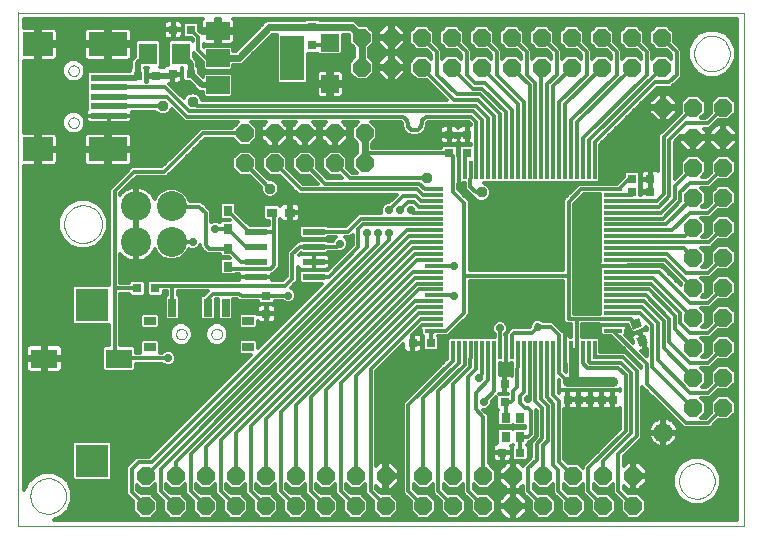
<source format=gtl>
G75*
G70*
%OFA0B0*%
%FSLAX24Y24*%
%IPPOS*%
%LPD*%
%AMOC8*
5,1,8,0,0,1.08239X$1,22.5*
%
%ADD10C,0.0000*%
%ADD11R,0.0118X0.0630*%
%ADD12R,0.0630X0.0118*%
%ADD13R,0.0315X0.0315*%
%ADD14R,0.0315X0.0315*%
%ADD15R,0.0906X0.0630*%
%ADD16R,0.0984X0.0787*%
%ADD17R,0.1299X0.0787*%
%ADD18R,0.1220X0.0197*%
%ADD19R,0.1095X0.1095*%
%ADD20R,0.0790X0.0590*%
%ADD21R,0.0790X0.1500*%
%ADD22R,0.0780X0.0210*%
%ADD23C,0.1000*%
%ADD24OC8,0.0591*%
%ADD25OC8,0.0600*%
%ADD26R,0.0315X0.0354*%
%ADD27C,0.0660*%
%ADD28R,0.0591X0.0591*%
%ADD29R,0.0630X0.0709*%
%ADD30R,0.0394X0.0315*%
%ADD31R,0.0276X0.0591*%
%ADD32R,0.0354X0.0315*%
%ADD33C,0.0120*%
%ADD34C,0.0376*%
%ADD35C,0.0270*%
%ADD36C,0.0100*%
%ADD37C,0.0200*%
%ADD38C,0.0240*%
%ADD39C,0.0320*%
%ADD40C,0.0290*%
D10*
X000599Y000160D02*
X000599Y017278D01*
X000600Y017276D02*
X024780Y017276D01*
X024780Y000156D01*
X024779Y000160D02*
X000599Y000160D01*
X001008Y001160D02*
X001010Y001208D01*
X001016Y001256D01*
X001026Y001303D01*
X001039Y001349D01*
X001057Y001394D01*
X001077Y001438D01*
X001102Y001480D01*
X001130Y001519D01*
X001160Y001556D01*
X001194Y001590D01*
X001231Y001622D01*
X001269Y001651D01*
X001310Y001676D01*
X001353Y001698D01*
X001398Y001716D01*
X001444Y001730D01*
X001491Y001741D01*
X001539Y001748D01*
X001587Y001751D01*
X001635Y001750D01*
X001683Y001745D01*
X001731Y001736D01*
X001777Y001724D01*
X001822Y001707D01*
X001866Y001687D01*
X001908Y001664D01*
X001948Y001637D01*
X001986Y001607D01*
X002021Y001574D01*
X002053Y001538D01*
X002083Y001500D01*
X002109Y001459D01*
X002131Y001416D01*
X002151Y001372D01*
X002166Y001327D01*
X002178Y001280D01*
X002186Y001232D01*
X002190Y001184D01*
X002190Y001136D01*
X002186Y001088D01*
X002178Y001040D01*
X002166Y000993D01*
X002151Y000948D01*
X002131Y000904D01*
X002109Y000861D01*
X002083Y000820D01*
X002053Y000782D01*
X002021Y000746D01*
X001986Y000713D01*
X001948Y000683D01*
X001908Y000656D01*
X001866Y000633D01*
X001822Y000613D01*
X001777Y000596D01*
X001731Y000584D01*
X001683Y000575D01*
X001635Y000570D01*
X001587Y000569D01*
X001539Y000572D01*
X001491Y000579D01*
X001444Y000590D01*
X001398Y000604D01*
X001353Y000622D01*
X001310Y000644D01*
X001269Y000669D01*
X001231Y000698D01*
X001194Y000730D01*
X001160Y000764D01*
X001130Y000801D01*
X001102Y000840D01*
X001077Y000882D01*
X001057Y000926D01*
X001039Y000971D01*
X001026Y001017D01*
X001016Y001064D01*
X001010Y001112D01*
X001008Y001160D01*
X005861Y006558D02*
X005863Y006584D01*
X005869Y006610D01*
X005879Y006635D01*
X005892Y006658D01*
X005908Y006678D01*
X005928Y006696D01*
X005950Y006711D01*
X005973Y006723D01*
X005999Y006731D01*
X006025Y006735D01*
X006051Y006735D01*
X006077Y006731D01*
X006103Y006723D01*
X006127Y006711D01*
X006148Y006696D01*
X006168Y006678D01*
X006184Y006658D01*
X006197Y006635D01*
X006207Y006610D01*
X006213Y006584D01*
X006215Y006558D01*
X006213Y006532D01*
X006207Y006506D01*
X006197Y006481D01*
X006184Y006458D01*
X006168Y006438D01*
X006148Y006420D01*
X006126Y006405D01*
X006103Y006393D01*
X006077Y006385D01*
X006051Y006381D01*
X006025Y006381D01*
X005999Y006385D01*
X005973Y006393D01*
X005949Y006405D01*
X005928Y006420D01*
X005908Y006438D01*
X005892Y006458D01*
X005879Y006481D01*
X005869Y006506D01*
X005863Y006532D01*
X005861Y006558D01*
X007042Y006558D02*
X007044Y006584D01*
X007050Y006610D01*
X007060Y006635D01*
X007073Y006658D01*
X007089Y006678D01*
X007109Y006696D01*
X007131Y006711D01*
X007154Y006723D01*
X007180Y006731D01*
X007206Y006735D01*
X007232Y006735D01*
X007258Y006731D01*
X007284Y006723D01*
X007308Y006711D01*
X007329Y006696D01*
X007349Y006678D01*
X007365Y006658D01*
X007378Y006635D01*
X007388Y006610D01*
X007394Y006584D01*
X007396Y006558D01*
X007394Y006532D01*
X007388Y006506D01*
X007378Y006481D01*
X007365Y006458D01*
X007349Y006438D01*
X007329Y006420D01*
X007307Y006405D01*
X007284Y006393D01*
X007258Y006385D01*
X007232Y006381D01*
X007206Y006381D01*
X007180Y006385D01*
X007154Y006393D01*
X007130Y006405D01*
X007109Y006420D01*
X007089Y006438D01*
X007073Y006458D01*
X007060Y006481D01*
X007050Y006506D01*
X007044Y006532D01*
X007042Y006558D01*
X002135Y010223D02*
X002137Y010273D01*
X002143Y010323D01*
X002153Y010372D01*
X002167Y010420D01*
X002184Y010467D01*
X002205Y010512D01*
X002230Y010556D01*
X002258Y010597D01*
X002290Y010636D01*
X002324Y010673D01*
X002361Y010707D01*
X002401Y010737D01*
X002443Y010764D01*
X002487Y010788D01*
X002533Y010809D01*
X002580Y010825D01*
X002628Y010838D01*
X002678Y010847D01*
X002727Y010852D01*
X002778Y010853D01*
X002828Y010850D01*
X002877Y010843D01*
X002926Y010832D01*
X002974Y010817D01*
X003020Y010799D01*
X003065Y010777D01*
X003108Y010751D01*
X003149Y010722D01*
X003188Y010690D01*
X003224Y010655D01*
X003256Y010617D01*
X003286Y010577D01*
X003313Y010534D01*
X003336Y010490D01*
X003355Y010444D01*
X003371Y010396D01*
X003383Y010347D01*
X003391Y010298D01*
X003395Y010248D01*
X003395Y010198D01*
X003391Y010148D01*
X003383Y010099D01*
X003371Y010050D01*
X003355Y010002D01*
X003336Y009956D01*
X003313Y009912D01*
X003286Y009869D01*
X003256Y009829D01*
X003224Y009791D01*
X003188Y009756D01*
X003149Y009724D01*
X003108Y009695D01*
X003065Y009669D01*
X003020Y009647D01*
X002974Y009629D01*
X002926Y009614D01*
X002877Y009603D01*
X002828Y009596D01*
X002778Y009593D01*
X002727Y009594D01*
X002678Y009599D01*
X002628Y009608D01*
X002580Y009621D01*
X002533Y009637D01*
X002487Y009658D01*
X002443Y009682D01*
X002401Y009709D01*
X002361Y009739D01*
X002324Y009773D01*
X002290Y009810D01*
X002258Y009849D01*
X002230Y009890D01*
X002205Y009934D01*
X002184Y009979D01*
X002167Y010026D01*
X002153Y010074D01*
X002143Y010123D01*
X002137Y010173D01*
X002135Y010223D01*
X002273Y013602D02*
X002275Y013628D01*
X002281Y013654D01*
X002291Y013679D01*
X002304Y013702D01*
X002320Y013722D01*
X002340Y013740D01*
X002362Y013755D01*
X002385Y013767D01*
X002411Y013775D01*
X002437Y013779D01*
X002463Y013779D01*
X002489Y013775D01*
X002515Y013767D01*
X002539Y013755D01*
X002560Y013740D01*
X002580Y013722D01*
X002596Y013702D01*
X002609Y013679D01*
X002619Y013654D01*
X002625Y013628D01*
X002627Y013602D01*
X002625Y013576D01*
X002619Y013550D01*
X002609Y013525D01*
X002596Y013502D01*
X002580Y013482D01*
X002560Y013464D01*
X002538Y013449D01*
X002515Y013437D01*
X002489Y013429D01*
X002463Y013425D01*
X002437Y013425D01*
X002411Y013429D01*
X002385Y013437D01*
X002361Y013449D01*
X002340Y013464D01*
X002320Y013482D01*
X002304Y013502D01*
X002291Y013525D01*
X002281Y013550D01*
X002275Y013576D01*
X002273Y013602D01*
X002273Y015335D02*
X002275Y015361D01*
X002281Y015387D01*
X002291Y015412D01*
X002304Y015435D01*
X002320Y015455D01*
X002340Y015473D01*
X002362Y015488D01*
X002385Y015500D01*
X002411Y015508D01*
X002437Y015512D01*
X002463Y015512D01*
X002489Y015508D01*
X002515Y015500D01*
X002539Y015488D01*
X002560Y015473D01*
X002580Y015455D01*
X002596Y015435D01*
X002609Y015412D01*
X002619Y015387D01*
X002625Y015361D01*
X002627Y015335D01*
X002625Y015309D01*
X002619Y015283D01*
X002609Y015258D01*
X002596Y015235D01*
X002580Y015215D01*
X002560Y015197D01*
X002538Y015182D01*
X002515Y015170D01*
X002489Y015162D01*
X002463Y015158D01*
X002437Y015158D01*
X002411Y015162D01*
X002385Y015170D01*
X002361Y015182D01*
X002340Y015197D01*
X002320Y015215D01*
X002304Y015235D01*
X002291Y015258D01*
X002281Y015283D01*
X002275Y015309D01*
X002273Y015335D01*
X022633Y001660D02*
X022635Y001708D01*
X022641Y001756D01*
X022651Y001803D01*
X022664Y001849D01*
X022682Y001894D01*
X022702Y001938D01*
X022727Y001980D01*
X022755Y002019D01*
X022785Y002056D01*
X022819Y002090D01*
X022856Y002122D01*
X022894Y002151D01*
X022935Y002176D01*
X022978Y002198D01*
X023023Y002216D01*
X023069Y002230D01*
X023116Y002241D01*
X023164Y002248D01*
X023212Y002251D01*
X023260Y002250D01*
X023308Y002245D01*
X023356Y002236D01*
X023402Y002224D01*
X023447Y002207D01*
X023491Y002187D01*
X023533Y002164D01*
X023573Y002137D01*
X023611Y002107D01*
X023646Y002074D01*
X023678Y002038D01*
X023708Y002000D01*
X023734Y001959D01*
X023756Y001916D01*
X023776Y001872D01*
X023791Y001827D01*
X023803Y001780D01*
X023811Y001732D01*
X023815Y001684D01*
X023815Y001636D01*
X023811Y001588D01*
X023803Y001540D01*
X023791Y001493D01*
X023776Y001448D01*
X023756Y001404D01*
X023734Y001361D01*
X023708Y001320D01*
X023678Y001282D01*
X023646Y001246D01*
X023611Y001213D01*
X023573Y001183D01*
X023533Y001156D01*
X023491Y001133D01*
X023447Y001113D01*
X023402Y001096D01*
X023356Y001084D01*
X023308Y001075D01*
X023260Y001070D01*
X023212Y001069D01*
X023164Y001072D01*
X023116Y001079D01*
X023069Y001090D01*
X023023Y001104D01*
X022978Y001122D01*
X022935Y001144D01*
X022894Y001169D01*
X022856Y001198D01*
X022819Y001230D01*
X022785Y001264D01*
X022755Y001301D01*
X022727Y001340D01*
X022702Y001382D01*
X022682Y001426D01*
X022664Y001471D01*
X022651Y001517D01*
X022641Y001564D01*
X022635Y001612D01*
X022633Y001660D01*
X023133Y015910D02*
X023135Y015958D01*
X023141Y016006D01*
X023151Y016053D01*
X023164Y016099D01*
X023182Y016144D01*
X023202Y016188D01*
X023227Y016230D01*
X023255Y016269D01*
X023285Y016306D01*
X023319Y016340D01*
X023356Y016372D01*
X023394Y016401D01*
X023435Y016426D01*
X023478Y016448D01*
X023523Y016466D01*
X023569Y016480D01*
X023616Y016491D01*
X023664Y016498D01*
X023712Y016501D01*
X023760Y016500D01*
X023808Y016495D01*
X023856Y016486D01*
X023902Y016474D01*
X023947Y016457D01*
X023991Y016437D01*
X024033Y016414D01*
X024073Y016387D01*
X024111Y016357D01*
X024146Y016324D01*
X024178Y016288D01*
X024208Y016250D01*
X024234Y016209D01*
X024256Y016166D01*
X024276Y016122D01*
X024291Y016077D01*
X024303Y016030D01*
X024311Y015982D01*
X024315Y015934D01*
X024315Y015886D01*
X024311Y015838D01*
X024303Y015790D01*
X024291Y015743D01*
X024276Y015698D01*
X024256Y015654D01*
X024234Y015611D01*
X024208Y015570D01*
X024178Y015532D01*
X024146Y015496D01*
X024111Y015463D01*
X024073Y015433D01*
X024033Y015406D01*
X023991Y015383D01*
X023947Y015363D01*
X023902Y015346D01*
X023856Y015334D01*
X023808Y015325D01*
X023760Y015320D01*
X023712Y015319D01*
X023664Y015322D01*
X023616Y015329D01*
X023569Y015340D01*
X023523Y015354D01*
X023478Y015372D01*
X023435Y015394D01*
X023394Y015419D01*
X023356Y015448D01*
X023319Y015480D01*
X023285Y015514D01*
X023255Y015551D01*
X023227Y015590D01*
X023202Y015632D01*
X023182Y015676D01*
X023164Y015721D01*
X023151Y015767D01*
X023141Y015814D01*
X023135Y015862D01*
X023133Y015910D01*
D11*
X019812Y012023D03*
X019615Y012023D03*
X019419Y012023D03*
X019222Y012023D03*
X019025Y012023D03*
X018828Y012023D03*
X018631Y012023D03*
X018434Y012023D03*
X018237Y012023D03*
X018041Y012023D03*
X017844Y012023D03*
X017647Y012023D03*
X017450Y012023D03*
X017253Y012023D03*
X017056Y012023D03*
X016859Y012023D03*
X016663Y012023D03*
X016466Y012023D03*
X016269Y012023D03*
X016072Y012023D03*
X015875Y012023D03*
X015678Y012023D03*
X015481Y012023D03*
X015285Y012023D03*
X015088Y012023D03*
X015088Y006039D03*
X015285Y006039D03*
X015481Y006039D03*
X015678Y006039D03*
X015875Y006039D03*
X016072Y006039D03*
X016269Y006039D03*
X016466Y006039D03*
X016663Y006039D03*
X016859Y006039D03*
X017056Y006039D03*
X017253Y006039D03*
X017450Y006039D03*
X017647Y006039D03*
X017844Y006039D03*
X018041Y006039D03*
X018237Y006039D03*
X018434Y006039D03*
X018631Y006039D03*
X018828Y006039D03*
X019025Y006039D03*
X019222Y006039D03*
X019419Y006039D03*
X019615Y006039D03*
X019812Y006039D03*
D12*
X020442Y006669D03*
X020442Y006866D03*
X020442Y007063D03*
X020442Y007259D03*
X020442Y007456D03*
X020442Y007653D03*
X020442Y007850D03*
X020442Y008047D03*
X020442Y008244D03*
X020442Y008441D03*
X020442Y008637D03*
X020442Y008834D03*
X020442Y009031D03*
X020442Y009228D03*
X020442Y009425D03*
X020442Y009622D03*
X020442Y009819D03*
X020442Y010015D03*
X020442Y010212D03*
X020442Y010409D03*
X020442Y010606D03*
X020442Y010803D03*
X020442Y011000D03*
X020442Y011196D03*
X020442Y011393D03*
X014458Y011393D03*
X014458Y011196D03*
X014458Y011000D03*
X014458Y010803D03*
X014458Y010606D03*
X014458Y010409D03*
X014458Y010212D03*
X014458Y010015D03*
X014458Y009819D03*
X014458Y009622D03*
X014458Y009425D03*
X014458Y009228D03*
X014458Y009031D03*
X014458Y008834D03*
X014458Y008637D03*
X014458Y008441D03*
X014458Y008244D03*
X014458Y008047D03*
X014458Y007850D03*
X014458Y007653D03*
X014458Y007456D03*
X014458Y007259D03*
X014458Y007063D03*
X014458Y006866D03*
X014458Y006669D03*
D13*
X014357Y006257D03*
X013757Y006257D03*
X016812Y004879D03*
X016812Y004279D03*
X018915Y004377D03*
X019291Y004377D03*
X019672Y004377D03*
X020048Y004377D03*
X020424Y004377D03*
X020424Y004977D03*
X020048Y004977D03*
X019672Y004977D03*
X019291Y004977D03*
X018915Y004977D03*
X017334Y002598D03*
X016734Y002598D03*
X008876Y007233D03*
X008876Y007833D03*
X005174Y008081D03*
X004574Y008081D03*
X004595Y015159D03*
X005195Y015159D03*
X005753Y015223D03*
X006353Y015223D03*
X006366Y016698D03*
X005766Y016698D03*
X010406Y016780D03*
X010406Y016180D03*
X014975Y013195D03*
X014975Y012595D03*
X015575Y012597D03*
X015575Y013197D03*
X021067Y011719D03*
X021667Y011719D03*
X021663Y011294D03*
X021063Y011294D03*
D14*
G36*
X021108Y006704D02*
X021000Y006998D01*
X021294Y007106D01*
X021402Y006812D01*
X021108Y006704D01*
G37*
G36*
X021313Y006140D02*
X021205Y006434D01*
X021499Y006542D01*
X021607Y006248D01*
X021313Y006140D01*
G37*
D15*
X003953Y005744D03*
X001472Y005744D03*
D16*
X001269Y012717D03*
X001269Y016221D03*
D17*
X003592Y016221D03*
X003592Y012717D03*
D18*
X003631Y013839D03*
X003631Y014154D03*
X003631Y014469D03*
X003631Y014784D03*
X003631Y015099D03*
D19*
X003074Y007535D03*
X003074Y002335D03*
D20*
X007260Y014859D03*
X007260Y015759D03*
X007260Y016659D03*
D21*
X009740Y015769D03*
D22*
X010458Y009969D03*
X010458Y009469D03*
X010458Y008969D03*
X010458Y008469D03*
X008518Y008469D03*
X008518Y008969D03*
X008518Y009469D03*
X008518Y009969D03*
D23*
X005718Y009633D03*
X004536Y009633D03*
X004536Y010814D03*
X005718Y010814D03*
D24*
X008150Y012256D03*
X009150Y012256D03*
X010150Y012256D03*
X011150Y012256D03*
X012150Y012256D03*
X012150Y013256D03*
X011150Y013256D03*
X010150Y013256D03*
X009150Y013256D03*
X008150Y013256D03*
D25*
X012050Y015444D03*
X013050Y015444D03*
X014050Y015444D03*
X015050Y015444D03*
X016050Y015444D03*
X017050Y015444D03*
X018050Y015444D03*
X019050Y015444D03*
X020050Y015444D03*
X021050Y015444D03*
X022050Y015444D03*
X022050Y016444D03*
X021050Y016444D03*
X020050Y016444D03*
X019050Y016444D03*
X018050Y016444D03*
X017050Y016444D03*
X016050Y016444D03*
X015050Y016444D03*
X014050Y016444D03*
X013050Y016444D03*
X012050Y016444D03*
X022101Y014110D03*
X023100Y014106D03*
X024100Y014106D03*
X024100Y013106D03*
X023100Y013106D03*
X023100Y012106D03*
X024100Y012106D03*
X024100Y011106D03*
X023100Y011106D03*
X023100Y010106D03*
X024100Y010106D03*
X024100Y009106D03*
X023100Y009106D03*
X023100Y008106D03*
X024100Y008106D03*
X024100Y007106D03*
X023100Y007106D03*
X023100Y006106D03*
X024100Y006106D03*
X024100Y005106D03*
X023100Y005106D03*
X023100Y004106D03*
X024100Y004106D03*
X021100Y001831D03*
X020100Y001831D03*
X019100Y001831D03*
X018100Y001831D03*
X017100Y001831D03*
X016100Y001831D03*
X015100Y001831D03*
X014100Y001831D03*
X012850Y001831D03*
X011850Y001831D03*
X010850Y001831D03*
X009850Y001831D03*
X008850Y001831D03*
X007850Y001831D03*
X006850Y001831D03*
X005850Y001831D03*
X004850Y001831D03*
X004850Y000831D03*
X005850Y000831D03*
X006850Y000831D03*
X007850Y000831D03*
X008850Y000831D03*
X009850Y000831D03*
X010850Y000831D03*
X011850Y000831D03*
X012850Y000831D03*
X014100Y000831D03*
X015100Y000831D03*
X016100Y000831D03*
X017100Y000831D03*
X018100Y000831D03*
X019100Y000831D03*
X020100Y000831D03*
X021100Y000831D03*
D26*
X017337Y003126D03*
X016845Y003126D03*
X016845Y003776D03*
X017337Y003776D03*
X007599Y008810D03*
X007599Y009410D03*
X007599Y010060D03*
X007599Y010660D03*
D27*
X022104Y003273D03*
D28*
X011000Y014892D03*
X011000Y016270D03*
D29*
X006016Y015904D03*
X004914Y015904D03*
D30*
X004994Y006991D03*
X004994Y006125D03*
X008262Y006125D03*
X008262Y006991D03*
D31*
X007514Y007444D03*
X006923Y007444D03*
X005742Y007444D03*
D32*
X009062Y010610D03*
X009662Y010610D03*
D33*
X009680Y010629D02*
X009643Y010629D01*
X009643Y010927D01*
X009463Y010927D01*
X009423Y010917D01*
X009386Y010896D01*
X009356Y010866D01*
X009340Y010836D01*
X009289Y010887D01*
X008835Y010887D01*
X008764Y010817D01*
X008764Y010403D01*
X008835Y010333D01*
X008957Y010333D01*
X008957Y010194D01*
X008320Y010194D01*
X007877Y010637D01*
X007877Y010887D01*
X007806Y010957D01*
X007392Y010957D01*
X007322Y010887D01*
X007322Y010433D01*
X007392Y010363D01*
X007642Y010363D01*
X007647Y010357D01*
X007392Y010357D01*
X007322Y010287D01*
X007322Y010286D01*
X007227Y010325D01*
X007121Y010325D01*
X007029Y010287D01*
X007029Y010672D01*
X006817Y010885D01*
X006711Y010990D01*
X006316Y010990D01*
X006243Y011165D01*
X006069Y011340D01*
X005841Y011434D01*
X005594Y011434D01*
X005366Y011340D01*
X005192Y011165D01*
X005149Y011061D01*
X005130Y011107D01*
X005086Y011181D01*
X005034Y011250D01*
X004972Y011311D01*
X004904Y011364D01*
X004829Y011407D01*
X004749Y011440D01*
X004665Y011463D01*
X004580Y011474D01*
X004575Y011474D01*
X004575Y010852D01*
X004498Y010852D01*
X004498Y011474D01*
X004493Y011474D01*
X004407Y011463D01*
X004324Y011440D01*
X004244Y011407D01*
X004169Y011364D01*
X004100Y011311D01*
X004039Y011250D01*
X004004Y011204D01*
X004004Y011248D01*
X004549Y011793D01*
X005549Y011793D01*
X005654Y011898D01*
X006832Y013076D01*
X007743Y013076D01*
X007978Y012841D01*
X008322Y012841D01*
X008565Y013084D01*
X008565Y013428D01*
X008376Y013618D01*
X008868Y013618D01*
X008695Y013445D01*
X008695Y013295D01*
X009112Y013295D01*
X009112Y013218D01*
X009188Y013218D01*
X009188Y012801D01*
X009339Y012801D01*
X009605Y013068D01*
X009605Y013218D01*
X009188Y013218D01*
X009188Y013295D01*
X009605Y013295D01*
X009605Y013445D01*
X009432Y013618D01*
X009868Y013618D01*
X009695Y013445D01*
X009695Y013295D01*
X010112Y013295D01*
X010112Y013218D01*
X010188Y013218D01*
X010188Y012801D01*
X010339Y012801D01*
X010605Y013068D01*
X010605Y013218D01*
X010188Y013218D01*
X010188Y013295D01*
X010605Y013295D01*
X010605Y013445D01*
X010432Y013618D01*
X010868Y013618D01*
X010695Y013445D01*
X010695Y013295D01*
X011112Y013295D01*
X011112Y013218D01*
X011188Y013218D01*
X011188Y012801D01*
X011339Y012801D01*
X011605Y013068D01*
X011605Y013218D01*
X011188Y013218D01*
X011188Y013295D01*
X011605Y013295D01*
X011605Y013445D01*
X011432Y013618D01*
X011924Y013618D01*
X011735Y013428D01*
X011735Y013084D01*
X011910Y012909D01*
X011910Y012603D01*
X011735Y012428D01*
X011735Y012084D01*
X011883Y011936D01*
X011725Y011936D01*
X011565Y012095D01*
X011565Y012428D01*
X011322Y012671D01*
X010978Y012671D01*
X010735Y012428D01*
X010735Y012084D01*
X010978Y011841D01*
X011311Y011841D01*
X011399Y011752D01*
X010908Y011752D01*
X010565Y012095D01*
X010565Y012428D01*
X010322Y012671D01*
X009978Y012671D01*
X009735Y012428D01*
X009735Y012084D01*
X009978Y011841D01*
X010311Y011841D01*
X010587Y011565D01*
X010096Y011565D01*
X009565Y012095D01*
X009565Y012428D01*
X009322Y012671D01*
X008978Y012671D01*
X008735Y012428D01*
X008735Y012084D01*
X008978Y011841D01*
X009311Y011841D01*
X009841Y011310D01*
X009947Y011205D01*
X013215Y011205D01*
X012959Y010946D01*
X012897Y010946D01*
X012800Y010906D01*
X012725Y010831D01*
X012685Y010734D01*
X012685Y010628D01*
X012701Y010589D01*
X011961Y010589D01*
X011521Y010149D01*
X010942Y010149D01*
X010897Y010194D01*
X010018Y010194D01*
X009948Y010123D01*
X009948Y009814D01*
X010018Y009744D01*
X010897Y009744D01*
X010942Y009789D01*
X011178Y009789D01*
X011112Y009723D01*
X011081Y009649D01*
X010942Y009649D01*
X010897Y009694D01*
X010018Y009694D01*
X009973Y009649D01*
X009908Y009649D01*
X009662Y009402D01*
X009557Y009297D01*
X009557Y008485D01*
X009425Y008352D01*
X009067Y008352D01*
X009067Y008469D01*
X009067Y008555D01*
X009086Y008555D01*
X009211Y008680D01*
X009317Y008785D01*
X009317Y010361D01*
X009340Y010384D01*
X009356Y010354D01*
X009386Y010324D01*
X009423Y010303D01*
X009463Y010293D01*
X009643Y010293D01*
X009643Y010591D01*
X009680Y010591D01*
X009680Y010293D01*
X009860Y010293D01*
X009901Y010303D01*
X009937Y010324D01*
X009967Y010354D01*
X009988Y010391D01*
X009999Y010431D01*
X009999Y010591D01*
X009680Y010591D01*
X009680Y010629D01*
X009680Y010927D01*
X009860Y010927D01*
X009901Y010917D01*
X009937Y010896D01*
X009967Y010866D01*
X009988Y010829D01*
X009999Y010789D01*
X009999Y010629D01*
X009680Y010629D01*
X009680Y010582D02*
X009643Y010582D01*
X009643Y010700D02*
X009680Y010700D01*
X009680Y010819D02*
X009643Y010819D01*
X009991Y010819D02*
X012720Y010819D01*
X012685Y010700D02*
X009999Y010700D01*
X009999Y010582D02*
X011954Y010582D01*
X011835Y010463D02*
X009999Y010463D01*
X009957Y010345D02*
X011717Y010345D01*
X011598Y010226D02*
X009317Y010226D01*
X009317Y010108D02*
X009948Y010108D01*
X009948Y009989D02*
X009317Y009989D01*
X009317Y009871D02*
X009948Y009871D01*
X010009Y009752D02*
X009317Y009752D01*
X009317Y009634D02*
X009893Y009634D01*
X009775Y009515D02*
X009317Y009515D01*
X009317Y009397D02*
X009656Y009397D01*
X009557Y009278D02*
X009317Y009278D01*
X009317Y009160D02*
X009557Y009160D01*
X009557Y009041D02*
X009317Y009041D01*
X009317Y008923D02*
X009557Y008923D01*
X009557Y008804D02*
X009317Y008804D01*
X009217Y008686D02*
X009557Y008686D01*
X009557Y008567D02*
X009098Y008567D01*
X009067Y008469D02*
X008518Y008469D01*
X008518Y008469D01*
X009067Y008469D01*
X009067Y008449D02*
X009521Y008449D01*
X009737Y008410D02*
X009499Y008173D01*
X005742Y008173D01*
X005174Y008173D01*
X005174Y008081D01*
X004897Y008093D02*
X004851Y008093D01*
X004851Y007975D02*
X004897Y007975D01*
X004897Y007873D02*
X004967Y007803D01*
X005381Y007803D01*
X005451Y007873D01*
X005451Y007993D01*
X005562Y007993D01*
X005562Y007859D01*
X005555Y007859D01*
X005485Y007789D01*
X005485Y007099D01*
X005555Y007029D01*
X005930Y007029D01*
X006000Y007099D01*
X006000Y007789D01*
X005930Y007859D01*
X005922Y007859D01*
X005922Y007993D01*
X006927Y007993D01*
X006849Y007914D01*
X006794Y007859D01*
X006736Y007859D01*
X006666Y007789D01*
X006666Y007099D01*
X006736Y007029D01*
X007111Y007029D01*
X007181Y007099D01*
X007181Y007730D01*
X007256Y007730D01*
X007256Y007099D01*
X007326Y007029D01*
X007701Y007029D01*
X007772Y007099D01*
X007772Y007730D01*
X007900Y007730D01*
X007977Y007653D01*
X008599Y007653D01*
X008599Y007625D01*
X008669Y007555D01*
X009083Y007555D01*
X009153Y007625D01*
X009153Y007663D01*
X009411Y007663D01*
X009456Y007618D01*
X009553Y007578D01*
X009659Y007578D01*
X009756Y007618D01*
X009831Y007692D01*
X009871Y007790D01*
X009871Y007895D01*
X009831Y007993D01*
X009756Y008067D01*
X009680Y008099D01*
X009917Y008335D01*
X009917Y008808D01*
X009918Y008802D01*
X009939Y008765D01*
X009969Y008736D01*
X010006Y008715D01*
X010046Y008704D01*
X010457Y008704D01*
X010457Y008969D01*
X010457Y009234D01*
X010046Y009234D01*
X010006Y009223D01*
X009972Y009203D01*
X010015Y009246D01*
X010018Y009244D01*
X010897Y009244D01*
X010942Y009289D01*
X011307Y009289D01*
X011326Y009308D01*
X011389Y009308D01*
X011487Y009348D01*
X011561Y009422D01*
X011602Y009520D01*
X011602Y009625D01*
X011561Y009723D01*
X011495Y009789D01*
X011670Y009789D01*
X011757Y009875D01*
X011757Y009522D01*
X010913Y008678D01*
X010897Y008694D01*
X010018Y008694D01*
X009948Y008623D01*
X009948Y008314D01*
X010018Y008244D01*
X010741Y008244D01*
X008579Y006082D01*
X008579Y006332D01*
X008509Y006402D01*
X008015Y006402D01*
X007945Y006332D01*
X007945Y005918D01*
X008015Y005847D01*
X008345Y005847D01*
X004975Y002477D01*
X004537Y002477D01*
X004312Y002252D01*
X004207Y002147D01*
X004207Y001298D01*
X004206Y001224D01*
X004207Y001223D01*
X004259Y001170D01*
X004430Y000998D01*
X004430Y000657D01*
X004676Y000411D01*
X005024Y000411D01*
X005270Y000657D01*
X005270Y001005D01*
X005024Y001251D01*
X004686Y001251D01*
X004567Y001372D01*
X004567Y001521D01*
X004676Y001411D01*
X005024Y001411D01*
X005169Y001556D01*
X005169Y001335D01*
X005169Y001261D01*
X005169Y001261D01*
X005169Y001260D01*
X005222Y001208D01*
X005430Y000998D01*
X005430Y000657D01*
X005676Y000411D01*
X006024Y000411D01*
X006270Y000657D01*
X006270Y001005D01*
X006024Y001251D01*
X005686Y001251D01*
X005529Y001409D01*
X005529Y001558D01*
X005676Y001411D01*
X006024Y001411D01*
X006169Y001556D01*
X006169Y001335D01*
X006169Y001261D01*
X006169Y001261D01*
X006169Y001260D01*
X006222Y001208D01*
X006430Y000998D01*
X006430Y000657D01*
X006676Y000411D01*
X007024Y000411D01*
X007270Y000657D01*
X007270Y001005D01*
X007024Y001251D01*
X006686Y001251D01*
X006529Y001409D01*
X006529Y001558D01*
X006676Y001411D01*
X007024Y001411D01*
X007169Y001556D01*
X007169Y001335D01*
X007169Y001261D01*
X007169Y001261D01*
X007169Y001260D01*
X007222Y001208D01*
X007430Y000998D01*
X007430Y000657D01*
X007676Y000411D01*
X008024Y000411D01*
X008270Y000657D01*
X008270Y001005D01*
X008024Y001251D01*
X007686Y001251D01*
X007529Y001409D01*
X007529Y001558D01*
X007676Y001411D01*
X008024Y001411D01*
X008169Y001556D01*
X008169Y001335D01*
X008169Y001261D01*
X008169Y001261D01*
X008169Y001260D01*
X008222Y001208D01*
X008430Y000998D01*
X008430Y000657D01*
X008676Y000411D01*
X009024Y000411D01*
X009270Y000657D01*
X009270Y001005D01*
X009024Y001251D01*
X008686Y001251D01*
X008529Y001409D01*
X008529Y001558D01*
X008676Y001411D01*
X009024Y001411D01*
X009169Y001556D01*
X009169Y001335D01*
X009169Y001261D01*
X009169Y001261D01*
X009169Y001260D01*
X009222Y001208D01*
X009430Y000998D01*
X009430Y000657D01*
X009676Y000411D01*
X010024Y000411D01*
X010270Y000657D01*
X010270Y001005D01*
X010024Y001251D01*
X009686Y001251D01*
X009529Y001409D01*
X009529Y001558D01*
X009676Y001411D01*
X010024Y001411D01*
X010169Y001556D01*
X010169Y001335D01*
X010169Y001261D01*
X010169Y001261D01*
X010169Y001260D01*
X010222Y001208D01*
X010430Y000998D01*
X010430Y000657D01*
X010676Y000411D01*
X011024Y000411D01*
X011270Y000657D01*
X011270Y001005D01*
X011024Y001251D01*
X010686Y001251D01*
X010529Y001409D01*
X010529Y001558D01*
X010676Y001411D01*
X011024Y001411D01*
X011169Y001556D01*
X011169Y001335D01*
X011169Y001261D01*
X011169Y001261D01*
X011169Y001260D01*
X011222Y001208D01*
X011430Y000998D01*
X011430Y000657D01*
X011676Y000411D01*
X012024Y000411D01*
X012270Y000657D01*
X012270Y001005D01*
X012024Y001251D01*
X011686Y001251D01*
X011529Y001409D01*
X011529Y001558D01*
X011676Y001411D01*
X012024Y001411D01*
X012169Y001556D01*
X012169Y001335D01*
X012169Y001261D01*
X012169Y001261D01*
X012169Y001260D01*
X012222Y001208D01*
X012430Y000998D01*
X012430Y000657D01*
X012676Y000411D01*
X013024Y000411D01*
X013270Y000657D01*
X013270Y001005D01*
X013024Y001251D01*
X012686Y001251D01*
X012529Y001409D01*
X012529Y001501D01*
X012659Y001371D01*
X012810Y001371D01*
X012810Y001791D01*
X012890Y001791D01*
X012890Y001371D01*
X013041Y001371D01*
X013310Y001641D01*
X013310Y001791D01*
X012890Y001791D01*
X012890Y001871D01*
X013310Y001871D01*
X013310Y002022D01*
X013041Y002291D01*
X012890Y002291D01*
X012890Y001871D01*
X012810Y001871D01*
X012810Y002291D01*
X012659Y002291D01*
X012529Y002161D01*
X012529Y005323D01*
X013440Y006233D01*
X013440Y006078D01*
X013450Y006037D01*
X013471Y006001D01*
X013501Y005971D01*
X013538Y005950D01*
X013578Y005939D01*
X013738Y005939D01*
X013738Y006238D01*
X013776Y006238D01*
X013776Y006275D01*
X014074Y006275D01*
X014074Y006435D01*
X014064Y006476D01*
X014043Y006512D01*
X014013Y006542D01*
X013976Y006563D01*
X013936Y006574D01*
X013780Y006574D01*
X013985Y006779D01*
X013994Y006745D01*
X014015Y006708D01*
X014023Y006700D01*
X014023Y006560D01*
X014093Y006490D01*
X014106Y006490D01*
X014080Y006464D01*
X014080Y006049D01*
X014150Y005979D01*
X014564Y005979D01*
X014634Y006049D01*
X014634Y006464D01*
X014608Y006490D01*
X014823Y006490D01*
X014825Y006492D01*
X014875Y006493D01*
X014949Y006493D01*
X014950Y006493D01*
X014951Y006493D01*
X015002Y006546D01*
X015549Y007093D01*
X015654Y007198D01*
X015654Y008330D01*
X018769Y008330D01*
X018769Y006988D01*
X018875Y006883D01*
X019042Y006883D01*
X019042Y006474D01*
X018993Y006474D01*
X018985Y006482D01*
X018949Y006503D01*
X018908Y006514D01*
X018828Y006514D01*
X018828Y006039D01*
X018828Y006039D01*
X018827Y006532D01*
X018900Y006744D01*
X019042Y006790D02*
X018618Y006790D01*
X018534Y006874D02*
X018429Y006979D01*
X018093Y006979D01*
X018057Y007015D01*
X017963Y007054D01*
X017861Y007054D01*
X017768Y007015D01*
X017696Y006943D01*
X017657Y006850D01*
X017657Y006799D01*
X017649Y006790D01*
X017168Y006790D01*
X017153Y006800D01*
X017095Y006790D01*
X017037Y006790D01*
X017024Y006777D01*
X017006Y006774D01*
X016973Y006726D01*
X016932Y006685D01*
X016932Y006666D01*
X016917Y006644D01*
X016900Y006628D01*
X016927Y006694D01*
X016927Y006799D01*
X016887Y006897D01*
X016813Y006971D01*
X016715Y007012D01*
X016610Y007012D01*
X016512Y006971D01*
X016438Y006897D01*
X016398Y006799D01*
X016398Y006694D01*
X016438Y006596D01*
X016482Y006552D01*
X016482Y006474D01*
X014979Y006474D01*
X014909Y006404D01*
X014909Y006115D01*
X014908Y006114D01*
X014907Y005748D01*
X013525Y004365D01*
X013419Y004260D01*
X013419Y001335D01*
X013419Y001261D01*
X013419Y001261D01*
X013419Y001260D01*
X013472Y001208D01*
X013680Y000998D01*
X013680Y000657D01*
X013926Y000411D01*
X014274Y000411D01*
X014520Y000657D01*
X014520Y001005D01*
X014274Y001251D01*
X013936Y001251D01*
X013779Y001409D01*
X013779Y001558D01*
X013926Y001411D01*
X014274Y001411D01*
X014419Y001556D01*
X014419Y001335D01*
X014419Y001261D01*
X014419Y001261D01*
X014419Y001260D01*
X014472Y001208D01*
X014680Y000998D01*
X014680Y000657D01*
X014926Y000411D01*
X015274Y000411D01*
X015520Y000657D01*
X015520Y001005D01*
X015274Y001251D01*
X014936Y001251D01*
X014779Y001409D01*
X014779Y001558D01*
X014926Y001411D01*
X015274Y001411D01*
X015419Y001556D01*
X015419Y001335D01*
X015419Y001261D01*
X015419Y001261D01*
X015419Y001260D01*
X015472Y001208D01*
X015680Y000998D01*
X015680Y000657D01*
X015926Y000411D01*
X016274Y000411D01*
X016520Y000657D01*
X016520Y001005D01*
X016274Y001251D01*
X015936Y001251D01*
X015779Y001409D01*
X015779Y001558D01*
X015926Y001411D01*
X016274Y001411D01*
X016520Y001657D01*
X016520Y002005D01*
X016280Y002245D01*
X016279Y003796D01*
X016279Y003872D01*
X016279Y003872D01*
X016279Y003872D01*
X016226Y003925D01*
X016107Y004044D01*
X016178Y004044D01*
X016275Y004084D01*
X016350Y004159D01*
X016390Y004256D01*
X016390Y004321D01*
X016535Y004468D01*
X016535Y004071D01*
X016585Y004021D01*
X016567Y004003D01*
X016567Y003549D01*
X016638Y003479D01*
X017052Y003479D01*
X017091Y003518D01*
X017130Y003479D01*
X017505Y003479D01*
X017505Y003423D01*
X017130Y003423D01*
X017091Y003385D01*
X017052Y003423D01*
X016638Y003423D01*
X016567Y003353D01*
X016279Y003353D01*
X016279Y003235D02*
X016567Y003235D01*
X016567Y003353D02*
X016567Y002915D01*
X016556Y002915D01*
X016515Y002904D01*
X016479Y002883D01*
X016449Y002853D01*
X016428Y002817D01*
X016417Y002776D01*
X016417Y002616D01*
X016716Y002616D01*
X016716Y002579D01*
X016753Y002579D01*
X016753Y002280D01*
X016898Y002280D01*
X016640Y002022D01*
X016640Y001871D01*
X017060Y001871D01*
X017060Y001791D01*
X017140Y001791D01*
X017140Y001371D01*
X017291Y001371D01*
X017419Y001500D01*
X017419Y001335D01*
X017419Y001261D01*
X017419Y001261D01*
X017419Y001260D01*
X017472Y001208D01*
X017680Y000998D01*
X017680Y000657D01*
X017926Y000411D01*
X018274Y000411D01*
X018520Y000657D01*
X018520Y001005D01*
X018274Y001251D01*
X017936Y001251D01*
X017779Y001409D01*
X017779Y001558D01*
X017926Y001411D01*
X018274Y001411D01*
X018419Y001556D01*
X018419Y001335D01*
X018419Y001261D01*
X018419Y001261D01*
X018419Y001260D01*
X018472Y001208D01*
X018680Y000998D01*
X018680Y000657D01*
X018926Y000411D01*
X019274Y000411D01*
X019520Y000657D01*
X019520Y001005D01*
X019274Y001251D01*
X018936Y001251D01*
X018779Y001409D01*
X018779Y001558D01*
X018926Y001411D01*
X019274Y001411D01*
X019421Y001558D01*
X019421Y001255D01*
X019680Y000997D01*
X019680Y000657D01*
X019926Y000411D01*
X020274Y000411D01*
X020520Y000657D01*
X020520Y001005D01*
X020274Y001251D01*
X019935Y001251D01*
X019781Y001405D01*
X019781Y001556D01*
X019926Y001411D01*
X020274Y001411D01*
X020420Y001557D01*
X020420Y001256D01*
X020680Y000997D01*
X020680Y000657D01*
X020926Y000411D01*
X021274Y000411D01*
X021520Y000657D01*
X021520Y001005D01*
X021274Y001251D01*
X020935Y001251D01*
X020780Y001406D01*
X020780Y001500D01*
X020909Y001371D01*
X021060Y001371D01*
X021060Y001791D01*
X021140Y001791D01*
X021140Y001371D01*
X021291Y001371D01*
X021560Y001641D01*
X021560Y001791D01*
X021140Y001791D01*
X021140Y001871D01*
X021560Y001871D01*
X021560Y002022D01*
X021291Y002291D01*
X021140Y002291D01*
X021140Y001871D01*
X021060Y001871D01*
X021060Y002291D01*
X020909Y002291D01*
X020780Y002162D01*
X020780Y002480D01*
X021398Y003098D01*
X021398Y004806D01*
X021475Y004730D01*
X022787Y003418D01*
X023586Y003418D01*
X023660Y003417D01*
X023661Y003418D01*
X023714Y003470D01*
X023932Y003686D01*
X024274Y003686D01*
X024520Y003932D01*
X024520Y004280D01*
X024274Y004526D01*
X023926Y004526D01*
X023680Y004280D01*
X023680Y003943D01*
X023513Y003777D01*
X023365Y003777D01*
X023520Y003932D01*
X023520Y004280D01*
X023370Y004430D01*
X023599Y004430D01*
X023673Y004430D01*
X023674Y004430D01*
X023726Y004482D01*
X023932Y004686D01*
X024274Y004686D01*
X024520Y004932D01*
X024520Y005280D01*
X024274Y005526D01*
X023926Y005526D01*
X023680Y005280D01*
X023680Y004943D01*
X023525Y004790D01*
X023378Y004790D01*
X023520Y004932D01*
X023520Y005280D01*
X023370Y005430D01*
X023599Y005430D01*
X023673Y005430D01*
X023674Y005430D01*
X023726Y005482D01*
X023932Y005686D01*
X024274Y005686D01*
X024520Y005932D01*
X024520Y006280D01*
X024274Y006526D01*
X023926Y006526D01*
X023680Y006280D01*
X023680Y005943D01*
X023525Y005790D01*
X023378Y005790D01*
X023520Y005932D01*
X023520Y006280D01*
X023370Y006430D01*
X023599Y006430D01*
X023673Y006430D01*
X023674Y006430D01*
X023726Y006482D01*
X023932Y006686D01*
X024274Y006686D01*
X024520Y006932D01*
X024520Y007280D01*
X024274Y007526D01*
X023926Y007526D01*
X023680Y007280D01*
X023680Y006943D01*
X023525Y006790D01*
X023378Y006790D01*
X023520Y006932D01*
X023520Y007280D01*
X023370Y007430D01*
X023599Y007430D01*
X023673Y007430D01*
X023674Y007430D01*
X023726Y007482D01*
X023932Y007686D01*
X024274Y007686D01*
X024520Y007932D01*
X024520Y008280D01*
X024274Y008526D01*
X023926Y008526D01*
X023680Y008280D01*
X023680Y007943D01*
X023525Y007790D01*
X023378Y007790D01*
X023520Y007932D01*
X023520Y008280D01*
X023370Y008430D01*
X023599Y008430D01*
X023673Y008430D01*
X023674Y008430D01*
X023726Y008482D01*
X023932Y008686D01*
X024274Y008686D01*
X024520Y008932D01*
X024520Y009280D01*
X024274Y009526D01*
X023926Y009526D01*
X023680Y009280D01*
X023680Y008943D01*
X023525Y008790D01*
X023378Y008790D01*
X023520Y008932D01*
X023520Y009280D01*
X023358Y009442D01*
X023690Y009442D01*
X023935Y009686D01*
X024274Y009686D01*
X024520Y009932D01*
X024520Y010280D01*
X024274Y010526D01*
X023926Y010526D01*
X023680Y010280D01*
X023680Y009941D01*
X023541Y009802D01*
X023390Y009802D01*
X023520Y009932D01*
X023520Y010280D01*
X023370Y010430D01*
X023599Y010430D01*
X023673Y010430D01*
X023674Y010430D01*
X023726Y010482D01*
X023932Y010686D01*
X024274Y010686D01*
X024520Y010932D01*
X024520Y011280D01*
X024274Y011526D01*
X023926Y011526D01*
X023680Y011280D01*
X023680Y010943D01*
X023525Y010790D01*
X023378Y010790D01*
X023520Y010932D01*
X023520Y011280D01*
X023370Y011430D01*
X023599Y011430D01*
X023673Y011430D01*
X023674Y011430D01*
X023726Y011482D01*
X023932Y011686D01*
X024274Y011686D01*
X024520Y011932D01*
X024520Y012280D01*
X024274Y012526D01*
X023926Y012526D01*
X023680Y012280D01*
X023680Y011943D01*
X023525Y011790D01*
X023378Y011790D01*
X023520Y011932D01*
X023520Y012280D01*
X023274Y012526D01*
X022926Y012526D01*
X022680Y012280D01*
X022680Y011943D01*
X022479Y011744D01*
X022479Y012969D01*
X022656Y013146D01*
X023060Y013146D01*
X023060Y013066D01*
X023140Y013066D01*
X023140Y012646D01*
X023291Y012646D01*
X023560Y012916D01*
X023560Y013066D01*
X023140Y013066D01*
X023140Y013146D01*
X023560Y013146D01*
X023560Y013297D01*
X023447Y013410D01*
X023658Y013410D01*
X023764Y013515D01*
X023935Y013686D01*
X024274Y013686D01*
X024520Y013932D01*
X024520Y014280D01*
X024274Y014526D01*
X023926Y014526D01*
X023680Y014280D01*
X023680Y013941D01*
X023509Y013770D01*
X023358Y013770D01*
X023520Y013932D01*
X023520Y014280D01*
X023274Y014526D01*
X022926Y014526D01*
X022680Y014280D01*
X022680Y013941D01*
X021932Y013192D01*
X021932Y011995D01*
X021923Y012004D01*
X021886Y012025D01*
X021846Y012036D01*
X021686Y012036D01*
X021686Y011737D01*
X021648Y011737D01*
X021648Y011700D01*
X021350Y011700D01*
X021350Y011540D01*
X021357Y011514D01*
X021356Y011513D01*
X021346Y011473D01*
X021346Y011313D01*
X021644Y011313D01*
X021644Y011275D01*
X021346Y011275D01*
X021346Y011180D01*
X021340Y011180D01*
X021340Y011501D01*
X021337Y011504D01*
X021344Y011511D01*
X021344Y011926D01*
X021274Y011996D01*
X020860Y011996D01*
X020790Y011926D01*
X020790Y011799D01*
X020784Y011793D01*
X020564Y011573D01*
X019295Y011573D01*
X018875Y011152D01*
X018875Y011152D01*
X018769Y011047D01*
X018769Y008690D01*
X015654Y008690D01*
X015654Y010997D01*
X015549Y011102D01*
X015267Y011384D01*
X015267Y011548D01*
X015285Y011548D01*
X015365Y011548D01*
X015405Y011559D01*
X015442Y011580D01*
X015450Y011588D01*
X015498Y011588D01*
X015498Y011531D01*
X015497Y011530D01*
X015497Y011456D01*
X015497Y011382D01*
X015498Y011382D01*
X015498Y011381D01*
X015550Y011329D01*
X015603Y011276D01*
X015727Y011153D01*
X015780Y011100D01*
X015795Y011100D01*
X015875Y011019D01*
X015989Y010972D01*
X016111Y010972D01*
X016225Y011019D01*
X016311Y011106D01*
X016358Y011219D01*
X016358Y011342D01*
X016311Y011455D01*
X016225Y011542D01*
X016112Y011588D01*
X019921Y011588D01*
X019991Y011659D01*
X019991Y011948D01*
X019992Y011949D01*
X019991Y012873D01*
X021886Y014768D01*
X022361Y014768D01*
X022624Y015030D01*
X022729Y015135D01*
X022729Y015873D01*
X022729Y015873D01*
X022729Y015948D01*
X022729Y016022D01*
X022729Y016022D01*
X022729Y016023D01*
X022676Y016075D01*
X022624Y016127D01*
X022623Y016127D01*
X022470Y016280D01*
X022470Y016618D01*
X022224Y016864D01*
X021876Y016864D01*
X021630Y016618D01*
X021630Y016270D01*
X021876Y016024D01*
X022217Y016024D01*
X022369Y015873D01*
X022369Y015718D01*
X022224Y015864D01*
X021876Y015864D01*
X021729Y015717D01*
X021729Y015873D01*
X021729Y015873D01*
X021729Y015948D01*
X021729Y016022D01*
X021729Y016022D01*
X021729Y016023D01*
X021676Y016075D01*
X021624Y016127D01*
X021623Y016127D01*
X021470Y016280D01*
X021470Y016618D01*
X021224Y016864D01*
X020876Y016864D01*
X020630Y016618D01*
X020630Y016270D01*
X020876Y016024D01*
X021217Y016024D01*
X021369Y015873D01*
X021369Y015718D01*
X021224Y015864D01*
X020876Y015864D01*
X020729Y015717D01*
X020729Y015873D01*
X020729Y015873D01*
X020729Y015948D01*
X020729Y016022D01*
X020729Y016022D01*
X020729Y016023D01*
X020676Y016075D01*
X020624Y016127D01*
X020623Y016127D01*
X020470Y016280D01*
X020470Y016618D01*
X020224Y016864D01*
X019876Y016864D01*
X019630Y016618D01*
X019630Y016270D01*
X019876Y016024D01*
X020217Y016024D01*
X020369Y015873D01*
X020369Y015718D01*
X020224Y015864D01*
X019876Y015864D01*
X019729Y015717D01*
X019729Y015873D01*
X019729Y015873D01*
X019729Y015948D01*
X019729Y016022D01*
X019729Y016022D01*
X019729Y016023D01*
X019676Y016075D01*
X019624Y016127D01*
X019623Y016127D01*
X019470Y016280D01*
X019470Y016618D01*
X019224Y016864D01*
X018876Y016864D01*
X018630Y016618D01*
X018630Y016270D01*
X018876Y016024D01*
X019217Y016024D01*
X019369Y015873D01*
X019369Y015718D01*
X019224Y015864D01*
X018876Y015864D01*
X018729Y015717D01*
X018729Y015873D01*
X018729Y015873D01*
X018729Y015948D01*
X018729Y016022D01*
X018729Y016022D01*
X018729Y016023D01*
X018676Y016075D01*
X018624Y016127D01*
X018623Y016127D01*
X018470Y016280D01*
X018470Y016618D01*
X018224Y016864D01*
X017876Y016864D01*
X017630Y016618D01*
X017630Y016270D01*
X017876Y016024D01*
X018217Y016024D01*
X018369Y015873D01*
X018369Y015718D01*
X018224Y015864D01*
X017876Y015864D01*
X017729Y015717D01*
X017729Y015873D01*
X017729Y015873D01*
X017729Y015948D01*
X017729Y016022D01*
X017729Y016022D01*
X017729Y016023D01*
X017676Y016075D01*
X017624Y016127D01*
X017623Y016127D01*
X017470Y016280D01*
X017470Y016618D01*
X017224Y016864D01*
X016876Y016864D01*
X016630Y016618D01*
X016630Y016270D01*
X016876Y016024D01*
X017217Y016024D01*
X017369Y015873D01*
X017369Y015718D01*
X017224Y015864D01*
X016876Y015864D01*
X016729Y015717D01*
X016729Y015873D01*
X016729Y015873D01*
X016729Y015948D01*
X016729Y016022D01*
X016729Y016022D01*
X016729Y016023D01*
X016676Y016075D01*
X016624Y016127D01*
X016623Y016127D01*
X016470Y016280D01*
X016470Y016618D01*
X016224Y016864D01*
X015876Y016864D01*
X015630Y016618D01*
X015630Y016270D01*
X015876Y016024D01*
X016217Y016024D01*
X016369Y015873D01*
X016369Y015718D01*
X016224Y015864D01*
X015876Y015864D01*
X015729Y015717D01*
X015729Y015873D01*
X015729Y015873D01*
X015729Y015948D01*
X015729Y016022D01*
X015729Y016022D01*
X015729Y016023D01*
X015676Y016075D01*
X015624Y016127D01*
X015623Y016127D01*
X015470Y016280D01*
X015470Y016618D01*
X015224Y016864D01*
X014876Y016864D01*
X014630Y016618D01*
X014630Y016270D01*
X014876Y016024D01*
X015217Y016024D01*
X015369Y015873D01*
X015369Y015718D01*
X015224Y015864D01*
X014876Y015864D01*
X014729Y015717D01*
X014729Y015873D01*
X014729Y015873D01*
X014729Y015948D01*
X014729Y016022D01*
X014729Y016022D01*
X014729Y016023D01*
X014676Y016075D01*
X014624Y016127D01*
X014623Y016127D01*
X014470Y016280D01*
X014470Y016618D01*
X014224Y016864D01*
X013876Y016864D01*
X013630Y016618D01*
X013630Y016270D01*
X013876Y016024D01*
X014217Y016024D01*
X014369Y015873D01*
X014369Y015718D01*
X014224Y015864D01*
X013876Y015864D01*
X013630Y015618D01*
X013630Y015270D01*
X013876Y015024D01*
X014216Y015024D01*
X014889Y014352D01*
X006724Y014352D01*
X006724Y014367D01*
X006677Y014481D01*
X006590Y014567D01*
X006477Y014614D01*
X006354Y014614D01*
X006241Y014567D01*
X006154Y014481D01*
X006126Y014413D01*
X005677Y014862D01*
X005677Y014862D01*
X005633Y014906D01*
X005734Y014906D01*
X005734Y015205D01*
X005772Y015205D01*
X005772Y015242D01*
X006071Y015242D01*
X006071Y015402D01*
X006063Y015430D01*
X006076Y015430D01*
X006076Y015016D01*
X006146Y014946D01*
X006319Y014946D01*
X006498Y014767D01*
X006627Y014639D01*
X006745Y014639D01*
X006745Y014514D01*
X006815Y014444D01*
X007705Y014444D01*
X007775Y014514D01*
X007775Y015203D01*
X009225Y015203D01*
X009225Y015085D02*
X007775Y015085D01*
X007775Y015203D02*
X007705Y015274D01*
X006815Y015274D01*
X006745Y015203D01*
X006684Y015203D01*
X006745Y015203D02*
X006745Y015143D01*
X006631Y015257D01*
X006631Y015431D01*
X006573Y015488D01*
X006573Y015658D01*
X006451Y015780D01*
X006451Y015928D01*
X006745Y015635D01*
X006745Y015414D01*
X006815Y015344D01*
X007705Y015344D01*
X007775Y015414D01*
X007775Y015522D01*
X007952Y015523D01*
X007999Y015523D01*
X008000Y015523D01*
X008001Y015523D01*
X008044Y015541D01*
X008088Y015559D01*
X008088Y015560D01*
X008089Y015560D01*
X008122Y015593D01*
X009068Y016540D01*
X009225Y016540D01*
X009225Y014969D01*
X009295Y014899D01*
X010185Y014899D01*
X010255Y014969D01*
X010255Y015902D01*
X010608Y015902D01*
X010655Y015855D01*
X011345Y015855D01*
X011415Y015925D01*
X011415Y016540D01*
X011615Y016540D01*
X011630Y016524D01*
X011630Y016270D01*
X011810Y016090D01*
X011810Y015798D01*
X011630Y015618D01*
X011630Y015270D01*
X011876Y015024D01*
X012224Y015024D01*
X012470Y015270D01*
X012470Y015618D01*
X012290Y015798D01*
X012290Y016090D01*
X012470Y016270D01*
X012470Y016618D01*
X012224Y016864D01*
X011969Y016864D01*
X011850Y016983D01*
X011762Y017020D01*
X010651Y017020D01*
X010613Y017057D01*
X010199Y017057D01*
X010161Y017020D01*
X008921Y017020D01*
X008833Y016983D01*
X007852Y016002D01*
X007775Y016002D01*
X007775Y016103D01*
X007705Y016174D01*
X006815Y016174D01*
X006779Y016137D01*
X006779Y016228D01*
X006803Y016215D01*
X006844Y016204D01*
X007200Y016204D01*
X007200Y016599D01*
X006720Y016599D01*
X006643Y016675D01*
X006643Y016906D01*
X006573Y016976D01*
X006158Y016976D01*
X006088Y016906D01*
X006088Y016491D01*
X006158Y016421D01*
X006388Y016421D01*
X006419Y016390D01*
X006419Y016340D01*
X006381Y016378D01*
X005652Y016378D01*
X005581Y016308D01*
X005581Y015541D01*
X005574Y015541D01*
X005534Y015530D01*
X005497Y015509D01*
X005468Y015479D01*
X005448Y015446D01*
X005414Y015466D01*
X005374Y015477D01*
X005326Y015477D01*
X005349Y015500D01*
X005349Y016308D01*
X005279Y016378D01*
X004549Y016378D01*
X004479Y016308D01*
X004479Y015780D01*
X004375Y015676D01*
X004375Y015424D01*
X004318Y015366D01*
X004318Y015319D01*
X003540Y015319D01*
X003538Y015317D01*
X002971Y015317D01*
X002901Y015247D01*
X002901Y014950D01*
X002910Y014941D01*
X002901Y014932D01*
X002901Y014635D01*
X002910Y014626D01*
X002901Y014617D01*
X002901Y014320D01*
X002910Y014311D01*
X002901Y014302D01*
X002901Y014043D01*
X002893Y014035D01*
X002872Y013999D01*
X002861Y013958D01*
X002861Y013839D01*
X003631Y013839D01*
X003631Y013839D01*
X004401Y013839D01*
X004401Y013958D01*
X004397Y013975D01*
X005168Y013977D01*
X005250Y013895D01*
X005364Y013848D01*
X005486Y013848D01*
X005600Y013895D01*
X005686Y013982D01*
X005715Y014052D01*
X006150Y013618D01*
X007924Y013618D01*
X007743Y013436D01*
X006683Y013436D01*
X006578Y013331D01*
X006578Y013331D01*
X005400Y012152D01*
X004400Y012152D01*
X003749Y011502D01*
X003644Y011397D01*
X003644Y008202D01*
X002477Y008202D01*
X002407Y008132D01*
X002407Y006938D01*
X002477Y006868D01*
X003644Y006868D01*
X003644Y006179D01*
X003450Y006179D01*
X003380Y006108D01*
X003380Y005379D01*
X003450Y005309D01*
X004455Y005309D01*
X004525Y005379D01*
X004525Y005577D01*
X004796Y005577D01*
X005405Y005576D01*
X005450Y005531D01*
X005547Y005491D01*
X005653Y005491D01*
X005750Y005531D01*
X005825Y005606D01*
X005865Y005703D01*
X005865Y005809D01*
X005825Y005906D01*
X005750Y005981D01*
X005653Y006021D01*
X005547Y006021D01*
X005450Y005981D01*
X005406Y005936D01*
X005311Y005937D01*
X005311Y006332D01*
X005241Y006402D01*
X004748Y006402D01*
X004677Y006332D01*
X004677Y005937D01*
X004525Y005937D01*
X004525Y006108D01*
X004455Y006179D01*
X004004Y006179D01*
X004004Y007901D01*
X004297Y007901D01*
X004297Y007873D01*
X004367Y007803D01*
X004781Y007803D01*
X004851Y007873D01*
X004851Y008288D01*
X004781Y008358D01*
X004367Y008358D01*
X004297Y008288D01*
X004297Y008261D01*
X004004Y008261D01*
X004004Y009243D01*
X004039Y009197D01*
X004100Y009136D01*
X004169Y009083D01*
X004244Y009040D01*
X004324Y009007D01*
X004407Y008984D01*
X004493Y008973D01*
X004498Y008973D01*
X004498Y009594D01*
X004575Y009594D01*
X004575Y008973D01*
X004580Y008973D01*
X004665Y008984D01*
X004749Y009007D01*
X004829Y009040D01*
X004904Y009083D01*
X004972Y009136D01*
X005034Y009197D01*
X005086Y009265D01*
X005130Y009340D01*
X005149Y009386D01*
X005192Y009282D01*
X005366Y009107D01*
X005594Y009013D01*
X005841Y009013D01*
X006069Y009107D01*
X006243Y009282D01*
X006293Y009402D01*
X006371Y009370D01*
X006477Y009370D01*
X006574Y009410D01*
X006649Y009485D01*
X006669Y009534D01*
X006669Y009448D01*
X006775Y009343D01*
X006887Y009230D01*
X007322Y009230D01*
X007322Y009183D01*
X007392Y009113D01*
X007642Y009113D01*
X007647Y009107D01*
X007392Y009107D01*
X007322Y009037D01*
X007322Y008583D01*
X007392Y008513D01*
X007806Y008513D01*
X007848Y008555D01*
X007968Y008555D01*
X007968Y008469D01*
X008517Y008469D01*
X008517Y008469D01*
X007968Y008469D01*
X007968Y008352D01*
X005387Y008352D01*
X005381Y008358D01*
X004967Y008358D01*
X004897Y008288D01*
X004897Y007873D01*
X004914Y007856D02*
X004834Y007856D01*
X004574Y008081D02*
X003824Y008081D01*
X003824Y005560D01*
X003849Y005535D01*
X003824Y005753D02*
X003750Y005753D01*
X003953Y005744D01*
X003824Y005775D01*
X003750Y005753D02*
X003649Y005757D01*
X004796Y005757D01*
X005600Y005756D01*
X005851Y005842D02*
X008339Y005842D01*
X008220Y005723D02*
X005865Y005723D01*
X005823Y005605D02*
X008102Y005605D01*
X007983Y005486D02*
X004525Y005486D01*
X004514Y005368D02*
X007865Y005368D01*
X007746Y005249D02*
X000809Y005249D01*
X000892Y005330D02*
X000921Y005301D01*
X000958Y005280D01*
X000999Y005269D01*
X001412Y005269D01*
X001412Y005684D01*
X000860Y005684D01*
X000860Y005408D01*
X000870Y005367D01*
X000892Y005330D01*
X000870Y005368D02*
X000809Y005368D01*
X000809Y005486D02*
X000860Y005486D01*
X000860Y005605D02*
X000809Y005605D01*
X000809Y005723D02*
X001412Y005723D01*
X001412Y005684D02*
X001412Y005804D01*
X001412Y006219D01*
X000999Y006219D01*
X000958Y006208D01*
X000921Y006187D01*
X000892Y006157D01*
X000870Y006120D01*
X000860Y006080D01*
X000860Y005804D01*
X001412Y005804D01*
X001532Y005804D01*
X001532Y006219D01*
X001946Y006219D01*
X001987Y006208D01*
X002023Y006187D01*
X002053Y006157D01*
X002074Y006120D01*
X002085Y006080D01*
X002085Y005804D01*
X001532Y005804D01*
X001532Y005684D01*
X002085Y005684D01*
X002085Y005408D01*
X002074Y005367D01*
X002053Y005330D01*
X002023Y005301D01*
X001987Y005280D01*
X001946Y005269D01*
X001532Y005269D01*
X001532Y005684D01*
X001412Y005684D01*
X001412Y005605D02*
X001532Y005605D01*
X001532Y005723D02*
X003380Y005723D01*
X003380Y005605D02*
X002085Y005605D01*
X002085Y005486D02*
X003380Y005486D01*
X003391Y005368D02*
X002074Y005368D01*
X001532Y005368D02*
X001412Y005368D01*
X001412Y005486D02*
X001532Y005486D01*
X001532Y005842D02*
X001412Y005842D01*
X001412Y005960D02*
X001532Y005960D01*
X001532Y006079D02*
X001412Y006079D01*
X001412Y006197D02*
X001532Y006197D01*
X002005Y006197D02*
X003644Y006197D01*
X003644Y006316D02*
X000809Y006316D01*
X000809Y006434D02*
X003644Y006434D01*
X003644Y006553D02*
X000809Y006553D01*
X000809Y006671D02*
X003644Y006671D01*
X003644Y006790D02*
X000809Y006790D01*
X000809Y006908D02*
X002436Y006908D01*
X002407Y007027D02*
X000809Y007027D01*
X000809Y007145D02*
X002407Y007145D01*
X002407Y007264D02*
X000809Y007264D01*
X000809Y007382D02*
X002407Y007382D01*
X002407Y007501D02*
X000809Y007501D01*
X000809Y007619D02*
X002407Y007619D01*
X002407Y007738D02*
X000809Y007738D01*
X000809Y007856D02*
X002407Y007856D01*
X002407Y007975D02*
X000809Y007975D01*
X000809Y008093D02*
X002407Y008093D01*
X003644Y008212D02*
X000809Y008212D01*
X000809Y008330D02*
X003644Y008330D01*
X003644Y008449D02*
X000809Y008449D01*
X000809Y008567D02*
X003644Y008567D01*
X003644Y008686D02*
X000809Y008686D01*
X000809Y008804D02*
X003644Y008804D01*
X003644Y008923D02*
X000809Y008923D01*
X000809Y009041D02*
X003644Y009041D01*
X003644Y009160D02*
X000809Y009160D01*
X000809Y009278D02*
X003644Y009278D01*
X003644Y009397D02*
X002963Y009397D01*
X002932Y009384D02*
X003241Y009511D01*
X003477Y009748D01*
X003605Y010056D01*
X003605Y010391D01*
X003477Y010699D01*
X003241Y010936D01*
X002932Y011063D01*
X002598Y011063D01*
X002289Y010936D01*
X002053Y010699D01*
X001925Y010391D01*
X001925Y010056D01*
X002053Y009748D01*
X002289Y009511D01*
X002598Y009384D01*
X002932Y009384D01*
X003244Y009515D02*
X003644Y009515D01*
X003644Y009634D02*
X003363Y009634D01*
X003479Y009752D02*
X003644Y009752D01*
X003644Y009871D02*
X003528Y009871D01*
X003577Y009989D02*
X003644Y009989D01*
X003644Y010108D02*
X003605Y010108D01*
X003605Y010226D02*
X003644Y010226D01*
X003644Y010345D02*
X003605Y010345D01*
X003575Y010463D02*
X003644Y010463D01*
X003644Y010582D02*
X003526Y010582D01*
X003476Y010700D02*
X003644Y010700D01*
X003644Y010819D02*
X003358Y010819D01*
X003237Y010937D02*
X003644Y010937D01*
X003644Y011056D02*
X002951Y011056D01*
X002579Y011056D02*
X000809Y011056D01*
X000809Y011174D02*
X003644Y011174D01*
X003644Y011293D02*
X000809Y011293D01*
X000809Y011411D02*
X003658Y011411D01*
X003777Y011530D02*
X000809Y011530D01*
X000809Y011648D02*
X003895Y011648D01*
X004014Y011767D02*
X000809Y011767D01*
X000809Y011885D02*
X004132Y011885D01*
X004251Y012004D02*
X000809Y012004D01*
X000809Y012122D02*
X004369Y012122D01*
X004340Y012195D02*
X004369Y012225D01*
X004390Y012261D01*
X004401Y012302D01*
X004401Y012657D01*
X003652Y012657D01*
X003652Y012777D01*
X003532Y012777D01*
X003532Y013270D01*
X002921Y013270D01*
X002880Y013259D01*
X002844Y013238D01*
X002814Y013209D01*
X002793Y013172D01*
X002782Y013131D01*
X002782Y012777D01*
X003532Y012777D01*
X003532Y012657D01*
X002782Y012657D01*
X002782Y012302D01*
X002793Y012261D01*
X002814Y012225D01*
X002844Y012195D01*
X002880Y012174D01*
X002921Y012163D01*
X003532Y012163D01*
X003532Y012657D01*
X003652Y012657D01*
X003652Y012163D01*
X004262Y012163D01*
X004303Y012174D01*
X004340Y012195D01*
X004379Y012241D02*
X005488Y012241D01*
X005606Y012359D02*
X004401Y012359D01*
X004401Y012478D02*
X005725Y012478D01*
X005843Y012596D02*
X004401Y012596D01*
X004401Y012777D02*
X004401Y013131D01*
X004390Y013172D01*
X004369Y013209D01*
X004340Y013238D01*
X004303Y013259D01*
X004262Y013270D01*
X003652Y013270D01*
X003652Y012777D01*
X004401Y012777D01*
X004401Y012833D02*
X006080Y012833D01*
X005962Y012715D02*
X003652Y012715D01*
X003652Y012833D02*
X003532Y012833D01*
X003532Y012715D02*
X001329Y012715D01*
X001329Y012657D02*
X001329Y012777D01*
X001209Y012777D01*
X001209Y013270D01*
X000809Y013270D01*
X000809Y015667D01*
X001209Y015667D01*
X001209Y016161D01*
X001329Y016161D01*
X001329Y016281D01*
X001209Y016281D01*
X001209Y016774D01*
X000809Y016774D01*
X000809Y017066D01*
X006751Y017066D01*
X006737Y017052D01*
X006716Y017015D01*
X006705Y016975D01*
X006705Y016719D01*
X007200Y016719D01*
X007200Y017066D01*
X007320Y017066D01*
X007320Y016719D01*
X007200Y016719D01*
X007200Y016599D01*
X007320Y016599D01*
X007320Y016719D01*
X007815Y016719D01*
X007815Y016975D01*
X007804Y017015D01*
X007783Y017052D01*
X007769Y017066D01*
X024570Y017066D01*
X024570Y000370D01*
X001784Y000370D01*
X002053Y000481D01*
X002278Y000707D01*
X002400Y001001D01*
X002400Y001319D01*
X002278Y001613D01*
X002053Y001839D01*
X001758Y001961D01*
X001440Y001961D01*
X001146Y001839D01*
X000920Y001613D01*
X000809Y001345D01*
X000809Y012163D01*
X001209Y012163D01*
X001209Y012657D01*
X001329Y012657D01*
X001921Y012657D01*
X001921Y012302D01*
X001910Y012261D01*
X001889Y012225D01*
X001859Y012195D01*
X001823Y012174D01*
X001782Y012163D01*
X001329Y012163D01*
X001329Y012657D01*
X001329Y012596D02*
X001209Y012596D01*
X001209Y012478D02*
X001329Y012478D01*
X001329Y012359D02*
X001209Y012359D01*
X001209Y012241D02*
X001329Y012241D01*
X001898Y012241D02*
X002805Y012241D01*
X002782Y012359D02*
X001921Y012359D01*
X001921Y012478D02*
X002782Y012478D01*
X002782Y012596D02*
X001921Y012596D01*
X001921Y012777D02*
X001921Y013131D01*
X001910Y013172D01*
X001889Y013209D01*
X001859Y013238D01*
X001823Y013259D01*
X001782Y013270D01*
X001329Y013270D01*
X001329Y012777D01*
X001921Y012777D01*
X001921Y012833D02*
X002782Y012833D01*
X002782Y012952D02*
X001921Y012952D01*
X001921Y013070D02*
X002782Y013070D01*
X002803Y013189D02*
X001901Y013189D01*
X002122Y013383D02*
X002231Y013274D01*
X002373Y013215D01*
X002527Y013215D01*
X002669Y013274D01*
X002778Y013383D01*
X002837Y013525D01*
X002837Y013679D01*
X002778Y013822D01*
X002669Y013931D01*
X002527Y013990D01*
X002373Y013990D01*
X002231Y013931D01*
X002122Y013822D01*
X002063Y013679D01*
X002063Y013525D01*
X002122Y013383D01*
X002104Y013426D02*
X000809Y013426D01*
X000809Y013544D02*
X002063Y013544D01*
X002063Y013663D02*
X000809Y013663D01*
X000809Y013781D02*
X002105Y013781D01*
X002200Y013900D02*
X000809Y013900D01*
X000809Y014018D02*
X002883Y014018D01*
X002901Y014137D02*
X000809Y014137D01*
X000809Y014255D02*
X002901Y014255D01*
X002901Y014374D02*
X000809Y014374D01*
X000809Y014492D02*
X002901Y014492D01*
X002901Y014611D02*
X000809Y014611D01*
X000809Y014729D02*
X002901Y014729D01*
X002901Y014848D02*
X000809Y014848D01*
X000809Y014966D02*
X002328Y014966D01*
X002373Y014948D02*
X002527Y014948D01*
X002669Y015007D01*
X002778Y015115D01*
X002837Y015258D01*
X002837Y015412D01*
X002778Y015554D01*
X002669Y015663D01*
X002527Y015722D01*
X002373Y015722D01*
X002231Y015663D01*
X002122Y015554D01*
X002063Y015412D01*
X002063Y015258D01*
X002122Y015115D01*
X002231Y015007D01*
X002373Y014948D01*
X002572Y014966D02*
X002901Y014966D01*
X002901Y015085D02*
X002747Y015085D01*
X002815Y015203D02*
X002901Y015203D01*
X002837Y015322D02*
X004318Y015322D01*
X004375Y015440D02*
X002825Y015440D01*
X002774Y015559D02*
X004375Y015559D01*
X004376Y015677D02*
X004300Y015677D01*
X004303Y015678D02*
X004340Y015699D01*
X004369Y015729D01*
X004390Y015765D01*
X004401Y015806D01*
X004401Y016161D01*
X003652Y016161D01*
X003652Y016281D01*
X003532Y016281D01*
X003532Y016774D01*
X002921Y016774D01*
X002880Y016763D01*
X002844Y016742D01*
X002814Y016713D01*
X002793Y016676D01*
X002782Y016635D01*
X002782Y016281D01*
X003532Y016281D01*
X003532Y016161D01*
X002782Y016161D01*
X002782Y015806D01*
X002793Y015765D01*
X002814Y015729D01*
X002844Y015699D01*
X002880Y015678D01*
X002921Y015667D01*
X003532Y015667D01*
X003532Y016161D01*
X003652Y016161D01*
X003652Y015667D01*
X004262Y015667D01*
X004303Y015678D01*
X004399Y015796D02*
X004479Y015796D01*
X004479Y015914D02*
X004401Y015914D01*
X004401Y016033D02*
X004479Y016033D01*
X004479Y016151D02*
X004401Y016151D01*
X004401Y016281D02*
X004401Y016635D01*
X004390Y016676D01*
X004369Y016713D01*
X004340Y016742D01*
X004303Y016763D01*
X004262Y016774D01*
X003652Y016774D01*
X003652Y016281D01*
X004401Y016281D01*
X004479Y016270D02*
X003652Y016270D01*
X003652Y016388D02*
X003532Y016388D01*
X003532Y016270D02*
X001329Y016270D01*
X001329Y016281D02*
X001921Y016281D01*
X001921Y016635D01*
X001910Y016676D01*
X001889Y016713D01*
X001859Y016742D01*
X001823Y016763D01*
X001782Y016774D01*
X001329Y016774D01*
X001329Y016281D01*
X001329Y016388D02*
X001209Y016388D01*
X001209Y016507D02*
X001329Y016507D01*
X001329Y016625D02*
X001209Y016625D01*
X001209Y016744D02*
X001329Y016744D01*
X001857Y016744D02*
X002846Y016744D01*
X002782Y016625D02*
X001921Y016625D01*
X001921Y016507D02*
X002782Y016507D01*
X002782Y016388D02*
X001921Y016388D01*
X001921Y016161D02*
X001329Y016161D01*
X001329Y015667D01*
X001782Y015667D01*
X001823Y015678D01*
X001859Y015699D01*
X001889Y015729D01*
X001910Y015765D01*
X001921Y015806D01*
X001921Y016161D01*
X001921Y016151D02*
X002782Y016151D01*
X002782Y016033D02*
X001921Y016033D01*
X001921Y015914D02*
X002782Y015914D01*
X002785Y015796D02*
X001918Y015796D01*
X001820Y015677D02*
X002265Y015677D01*
X002126Y015559D02*
X000809Y015559D01*
X000809Y015440D02*
X002075Y015440D01*
X002063Y015322D02*
X000809Y015322D01*
X000809Y015203D02*
X002085Y015203D01*
X002153Y015085D02*
X000809Y015085D01*
X001209Y015677D02*
X001329Y015677D01*
X001329Y015796D02*
X001209Y015796D01*
X001209Y015914D02*
X001329Y015914D01*
X001329Y016033D02*
X001209Y016033D01*
X001209Y016151D02*
X001329Y016151D01*
X000809Y016862D02*
X005448Y016862D01*
X005448Y016877D02*
X005448Y016717D01*
X005747Y016717D01*
X005747Y017016D01*
X005587Y017016D01*
X005546Y017005D01*
X005510Y016984D01*
X005480Y016954D01*
X005459Y016918D01*
X005448Y016877D01*
X005506Y016981D02*
X000809Y016981D01*
X002635Y015677D02*
X002883Y015677D01*
X003532Y015677D02*
X003652Y015677D01*
X003652Y015796D02*
X003532Y015796D01*
X003532Y015914D02*
X003652Y015914D01*
X003652Y016033D02*
X003532Y016033D01*
X003532Y016151D02*
X003652Y016151D01*
X003652Y016507D02*
X003532Y016507D01*
X003532Y016625D02*
X003652Y016625D01*
X003652Y016744D02*
X003532Y016744D01*
X004337Y016744D02*
X005448Y016744D01*
X005448Y016680D02*
X005448Y016520D01*
X005459Y016479D01*
X005480Y016443D01*
X005510Y016413D01*
X005546Y016392D01*
X005587Y016381D01*
X005747Y016381D01*
X005747Y016680D01*
X005448Y016680D01*
X005448Y016625D02*
X004401Y016625D01*
X004401Y016507D02*
X005452Y016507D01*
X005560Y016388D02*
X004401Y016388D01*
X005349Y016270D02*
X005581Y016270D01*
X005581Y016151D02*
X005349Y016151D01*
X005349Y016033D02*
X005581Y016033D01*
X005581Y015914D02*
X005349Y015914D01*
X005349Y015796D02*
X005581Y015796D01*
X005581Y015677D02*
X005349Y015677D01*
X005349Y015559D02*
X005581Y015559D01*
X005753Y015223D02*
X005753Y014881D01*
X005849Y014785D01*
X005810Y014729D02*
X006536Y014729D01*
X006486Y014611D02*
X006745Y014611D01*
X006767Y014492D02*
X006665Y014492D01*
X006721Y014374D02*
X014868Y014374D01*
X014749Y014492D02*
X011417Y014492D01*
X011423Y014499D02*
X011444Y014535D01*
X011455Y014576D01*
X011455Y014832D01*
X011060Y014832D01*
X011060Y014437D01*
X011316Y014437D01*
X011357Y014448D01*
X011394Y014469D01*
X011423Y014499D01*
X011455Y014611D02*
X014630Y014611D01*
X014512Y014729D02*
X011455Y014729D01*
X011455Y014952D02*
X011060Y014952D01*
X011060Y014832D01*
X010940Y014832D01*
X010940Y014437D01*
X010684Y014437D01*
X010643Y014448D01*
X010606Y014469D01*
X010577Y014499D01*
X010556Y014535D01*
X010545Y014576D01*
X010545Y014832D01*
X010940Y014832D01*
X010940Y014952D01*
X010545Y014952D01*
X010545Y015208D01*
X010556Y015249D01*
X010577Y015286D01*
X010606Y015315D01*
X010643Y015337D01*
X010684Y015347D01*
X010940Y015347D01*
X010940Y014952D01*
X011060Y014952D01*
X011060Y015347D01*
X011316Y015347D01*
X011357Y015337D01*
X011394Y015315D01*
X011423Y015286D01*
X011444Y015249D01*
X011455Y015208D01*
X011455Y014952D01*
X011455Y014966D02*
X014274Y014966D01*
X014393Y014848D02*
X011060Y014848D01*
X011060Y014966D02*
X010940Y014966D01*
X010940Y014848D02*
X007775Y014848D01*
X007775Y014966D02*
X009228Y014966D01*
X009225Y015322D02*
X006631Y015322D01*
X006621Y015440D02*
X006745Y015440D01*
X006745Y015559D02*
X006573Y015559D01*
X006554Y015677D02*
X006703Y015677D01*
X006584Y015796D02*
X006451Y015796D01*
X006451Y015914D02*
X006466Y015914D01*
X006599Y016035D02*
X006599Y016465D01*
X006366Y016698D01*
X006643Y016744D02*
X006705Y016744D01*
X006705Y016862D02*
X006643Y016862D01*
X006707Y016981D02*
X006025Y016981D01*
X006021Y016984D02*
X005985Y017005D01*
X005944Y017016D01*
X005784Y017016D01*
X005784Y016717D01*
X005747Y016717D01*
X005747Y016680D01*
X005784Y016680D01*
X005784Y016717D01*
X006083Y016717D01*
X006083Y016877D01*
X006072Y016918D01*
X006051Y016954D01*
X006021Y016984D01*
X006083Y016862D02*
X006088Y016862D01*
X006083Y016744D02*
X006088Y016744D01*
X006083Y016680D02*
X005784Y016680D01*
X005784Y016381D01*
X005944Y016381D01*
X005985Y016392D01*
X006021Y016413D01*
X006051Y016443D01*
X006072Y016479D01*
X006083Y016520D01*
X006083Y016680D01*
X006083Y016625D02*
X006088Y016625D01*
X006079Y016507D02*
X006088Y016507D01*
X005971Y016388D02*
X006419Y016388D01*
X006693Y016625D02*
X007200Y016625D01*
X007200Y016507D02*
X007320Y016507D01*
X007320Y016599D02*
X007320Y016204D01*
X007676Y016204D01*
X007717Y016215D01*
X007753Y016236D01*
X007783Y016265D01*
X007804Y016302D01*
X007815Y016343D01*
X007815Y016599D01*
X007320Y016599D01*
X007320Y016625D02*
X008475Y016625D01*
X008593Y016744D02*
X007815Y016744D01*
X007815Y016862D02*
X008712Y016862D01*
X008830Y016981D02*
X007813Y016981D01*
X007320Y016981D02*
X007200Y016981D01*
X007200Y016862D02*
X007320Y016862D01*
X007320Y016744D02*
X007200Y016744D01*
X007200Y016388D02*
X007320Y016388D01*
X007320Y016270D02*
X007200Y016270D01*
X006793Y016151D02*
X006779Y016151D01*
X006599Y016035D02*
X006876Y015759D01*
X007260Y015759D01*
X007775Y016033D02*
X007882Y016033D01*
X008001Y016151D02*
X007727Y016151D01*
X007785Y016270D02*
X008119Y016270D01*
X008238Y016388D02*
X007815Y016388D01*
X007815Y016507D02*
X008356Y016507D01*
X008680Y016151D02*
X009225Y016151D01*
X009225Y016033D02*
X008561Y016033D01*
X008443Y015914D02*
X009225Y015914D01*
X009225Y015796D02*
X008324Y015796D01*
X008206Y015677D02*
X009225Y015677D01*
X009225Y015559D02*
X008086Y015559D01*
X007775Y015440D02*
X009225Y015440D01*
X010252Y014966D02*
X010545Y014966D01*
X010545Y015085D02*
X010255Y015085D01*
X010255Y015203D02*
X010545Y015203D01*
X010617Y015322D02*
X010255Y015322D01*
X010255Y015440D02*
X011630Y015440D01*
X011630Y015322D02*
X011383Y015322D01*
X011455Y015203D02*
X011697Y015203D01*
X011815Y015085D02*
X011455Y015085D01*
X011060Y015085D02*
X010940Y015085D01*
X010940Y015203D02*
X011060Y015203D01*
X011060Y015322D02*
X010940Y015322D01*
X010255Y015559D02*
X011630Y015559D01*
X011689Y015677D02*
X010255Y015677D01*
X010255Y015796D02*
X011808Y015796D01*
X011810Y015914D02*
X011404Y015914D01*
X011415Y016033D02*
X011810Y016033D01*
X011749Y016151D02*
X011415Y016151D01*
X011415Y016270D02*
X011630Y016270D01*
X011630Y016388D02*
X011415Y016388D01*
X011415Y016507D02*
X011630Y016507D01*
X012226Y016862D02*
X012818Y016862D01*
X012859Y016904D02*
X012590Y016634D01*
X012590Y016484D01*
X013010Y016484D01*
X013010Y016904D01*
X012859Y016904D01*
X013010Y016862D02*
X013090Y016862D01*
X013090Y016904D02*
X013241Y016904D01*
X013510Y016634D01*
X013510Y016484D01*
X013090Y016484D01*
X013010Y016484D01*
X013010Y016404D01*
X012590Y016404D01*
X012590Y016253D01*
X012859Y015984D01*
X013010Y015984D01*
X013010Y016404D01*
X013090Y016404D01*
X013090Y016484D01*
X013090Y016904D01*
X013090Y016744D02*
X013010Y016744D01*
X013010Y016625D02*
X013090Y016625D01*
X013090Y016507D02*
X013010Y016507D01*
X013010Y016388D02*
X013090Y016388D01*
X013090Y016404D02*
X013090Y015984D01*
X013241Y015984D01*
X013510Y016253D01*
X013510Y016404D01*
X013090Y016404D01*
X013090Y016270D02*
X013010Y016270D01*
X013010Y016151D02*
X013090Y016151D01*
X013090Y016033D02*
X013010Y016033D01*
X013010Y015904D02*
X012859Y015904D01*
X012590Y015634D01*
X012590Y015484D01*
X013010Y015484D01*
X013010Y015904D01*
X013090Y015904D02*
X013241Y015904D01*
X013510Y015634D01*
X013510Y015484D01*
X013090Y015484D01*
X013010Y015484D01*
X013010Y015404D01*
X012590Y015404D01*
X012590Y015253D01*
X012859Y014984D01*
X013010Y014984D01*
X013010Y015404D01*
X013090Y015404D01*
X013090Y015484D01*
X013090Y015904D01*
X013090Y015796D02*
X013010Y015796D01*
X013010Y015677D02*
X013090Y015677D01*
X013090Y015559D02*
X013010Y015559D01*
X013010Y015440D02*
X012470Y015440D01*
X012470Y015322D02*
X012590Y015322D01*
X012640Y015203D02*
X012403Y015203D01*
X012285Y015085D02*
X012759Y015085D01*
X013010Y015085D02*
X013090Y015085D01*
X013090Y014984D02*
X013241Y014984D01*
X013510Y015253D01*
X013510Y015404D01*
X013090Y015404D01*
X013090Y014984D01*
X013341Y015085D02*
X013815Y015085D01*
X013697Y015203D02*
X013460Y015203D01*
X013510Y015322D02*
X013630Y015322D01*
X013630Y015440D02*
X013090Y015440D01*
X013090Y015322D02*
X013010Y015322D01*
X013010Y015203D02*
X013090Y015203D01*
X013510Y015559D02*
X013630Y015559D01*
X013689Y015677D02*
X013467Y015677D01*
X013349Y015796D02*
X013808Y015796D01*
X013867Y016033D02*
X013289Y016033D01*
X013408Y016151D02*
X013749Y016151D01*
X013630Y016270D02*
X013510Y016270D01*
X013510Y016388D02*
X013630Y016388D01*
X013630Y016507D02*
X013510Y016507D01*
X013510Y016625D02*
X013637Y016625D01*
X013756Y016744D02*
X013401Y016744D01*
X013282Y016862D02*
X013874Y016862D01*
X014226Y016862D02*
X014874Y016862D01*
X014756Y016744D02*
X014344Y016744D01*
X014463Y016625D02*
X014637Y016625D01*
X014630Y016507D02*
X014470Y016507D01*
X014470Y016388D02*
X014630Y016388D01*
X014630Y016270D02*
X014480Y016270D01*
X014600Y016151D02*
X014749Y016151D01*
X014719Y016033D02*
X014867Y016033D01*
X014729Y015914D02*
X015327Y015914D01*
X015292Y015796D02*
X015369Y015796D01*
X015549Y015948D02*
X015050Y016444D01*
X015344Y016744D02*
X015756Y016744D01*
X015874Y016862D02*
X015226Y016862D01*
X015463Y016625D02*
X015637Y016625D01*
X015630Y016507D02*
X015470Y016507D01*
X015470Y016388D02*
X015630Y016388D01*
X015630Y016270D02*
X015480Y016270D01*
X015600Y016151D02*
X015749Y016151D01*
X015719Y016033D02*
X015867Y016033D01*
X015729Y015914D02*
X016327Y015914D01*
X016292Y015796D02*
X016369Y015796D01*
X016549Y015948D02*
X016050Y016444D01*
X016344Y016744D02*
X016756Y016744D01*
X016874Y016862D02*
X016226Y016862D01*
X016463Y016625D02*
X016637Y016625D01*
X016630Y016507D02*
X016470Y016507D01*
X016470Y016388D02*
X016630Y016388D01*
X016630Y016270D02*
X016480Y016270D01*
X016600Y016151D02*
X016749Y016151D01*
X016719Y016033D02*
X016867Y016033D01*
X016729Y015914D02*
X017327Y015914D01*
X017292Y015796D02*
X017369Y015796D01*
X017549Y015948D02*
X017050Y016444D01*
X017344Y016744D02*
X017756Y016744D01*
X017874Y016862D02*
X017226Y016862D01*
X017463Y016625D02*
X017637Y016625D01*
X017630Y016507D02*
X017470Y016507D01*
X017470Y016388D02*
X017630Y016388D01*
X017630Y016270D02*
X017480Y016270D01*
X017600Y016151D02*
X017749Y016151D01*
X017719Y016033D02*
X017867Y016033D01*
X017729Y015914D02*
X018327Y015914D01*
X018292Y015796D02*
X018369Y015796D01*
X018549Y015948D02*
X018050Y016444D01*
X018344Y016744D02*
X018756Y016744D01*
X018874Y016862D02*
X018226Y016862D01*
X018463Y016625D02*
X018637Y016625D01*
X018630Y016507D02*
X018470Y016507D01*
X018470Y016388D02*
X018630Y016388D01*
X018630Y016270D02*
X018480Y016270D01*
X018600Y016151D02*
X018749Y016151D01*
X018719Y016033D02*
X018867Y016033D01*
X018729Y015914D02*
X019327Y015914D01*
X019292Y015796D02*
X019369Y015796D01*
X019549Y015948D02*
X019050Y016444D01*
X019344Y016744D02*
X019756Y016744D01*
X019874Y016862D02*
X019226Y016862D01*
X019463Y016625D02*
X019637Y016625D01*
X019630Y016507D02*
X019470Y016507D01*
X019470Y016388D02*
X019630Y016388D01*
X019630Y016270D02*
X019480Y016270D01*
X019600Y016151D02*
X019749Y016151D01*
X019719Y016033D02*
X019867Y016033D01*
X019729Y015914D02*
X020327Y015914D01*
X020292Y015796D02*
X020369Y015796D01*
X020549Y015948D02*
X020050Y016444D01*
X020344Y016744D02*
X020756Y016744D01*
X020874Y016862D02*
X020226Y016862D01*
X020463Y016625D02*
X020637Y016625D01*
X020630Y016507D02*
X020470Y016507D01*
X020470Y016388D02*
X020630Y016388D01*
X020630Y016270D02*
X020480Y016270D01*
X020600Y016151D02*
X020749Y016151D01*
X020719Y016033D02*
X020867Y016033D01*
X020729Y015914D02*
X021327Y015914D01*
X021292Y015796D02*
X021369Y015796D01*
X021549Y015948D02*
X021050Y016444D01*
X021344Y016744D02*
X021756Y016744D01*
X021874Y016862D02*
X021226Y016862D01*
X021463Y016625D02*
X021637Y016625D01*
X021630Y016507D02*
X021470Y016507D01*
X021470Y016388D02*
X021630Y016388D01*
X021630Y016270D02*
X021480Y016270D01*
X021600Y016151D02*
X021749Y016151D01*
X021719Y016033D02*
X021867Y016033D01*
X021729Y015914D02*
X022327Y015914D01*
X022292Y015796D02*
X022369Y015796D01*
X022549Y015948D02*
X022050Y016444D01*
X022344Y016744D02*
X024570Y016744D01*
X024570Y016862D02*
X022226Y016862D01*
X022463Y016625D02*
X023358Y016625D01*
X023271Y016589D02*
X023045Y016363D01*
X022924Y016069D01*
X022924Y015751D01*
X023045Y015457D01*
X023271Y015231D01*
X023565Y015109D01*
X023883Y015109D01*
X024178Y015231D01*
X024403Y015457D01*
X024525Y015751D01*
X024525Y016069D01*
X024403Y016363D01*
X024178Y016589D01*
X023883Y016711D01*
X023565Y016711D01*
X023271Y016589D01*
X023189Y016507D02*
X022470Y016507D01*
X022470Y016388D02*
X023070Y016388D01*
X023007Y016270D02*
X022480Y016270D01*
X022600Y016151D02*
X022957Y016151D01*
X022924Y016033D02*
X022719Y016033D01*
X022729Y015914D02*
X022924Y015914D01*
X022924Y015796D02*
X022729Y015796D01*
X022729Y015677D02*
X022954Y015677D01*
X023003Y015559D02*
X022729Y015559D01*
X022729Y015440D02*
X023062Y015440D01*
X023180Y015322D02*
X022729Y015322D01*
X022729Y015203D02*
X023339Y015203D01*
X022678Y015085D02*
X024570Y015085D01*
X024570Y015203D02*
X024109Y015203D01*
X024268Y015322D02*
X024570Y015322D01*
X024570Y015440D02*
X024386Y015440D01*
X024445Y015559D02*
X024570Y015559D01*
X024570Y015677D02*
X024494Y015677D01*
X024525Y015796D02*
X024570Y015796D01*
X024570Y015914D02*
X024525Y015914D01*
X024525Y016033D02*
X024570Y016033D01*
X024570Y016151D02*
X024491Y016151D01*
X024442Y016270D02*
X024570Y016270D01*
X024570Y016388D02*
X024378Y016388D01*
X024260Y016507D02*
X024570Y016507D01*
X024570Y016625D02*
X024090Y016625D01*
X024570Y016981D02*
X011852Y016981D01*
X012344Y016744D02*
X012699Y016744D01*
X012590Y016625D02*
X012463Y016625D01*
X012470Y016507D02*
X012590Y016507D01*
X012590Y016388D02*
X012470Y016388D01*
X012470Y016270D02*
X012590Y016270D01*
X012692Y016151D02*
X012351Y016151D01*
X012290Y016033D02*
X012811Y016033D01*
X012751Y015796D02*
X012292Y015796D01*
X012290Y015914D02*
X014327Y015914D01*
X014292Y015796D02*
X014369Y015796D01*
X014549Y015948D02*
X014050Y016444D01*
X014549Y015948D02*
X014549Y015210D01*
X015212Y014548D01*
X015999Y014548D01*
X016662Y013885D01*
X016663Y012023D01*
X016859Y012023D02*
X016859Y013951D01*
X016074Y014735D01*
X015762Y014735D01*
X015050Y015444D01*
X014808Y015796D02*
X014729Y015796D01*
X014050Y015444D02*
X015137Y014360D01*
X015924Y014360D01*
X016465Y013819D01*
X016466Y012023D01*
X016269Y012023D02*
X016268Y013754D01*
X015849Y014173D01*
X006552Y014173D01*
X006415Y014306D01*
X006166Y014492D02*
X006047Y014492D01*
X005928Y014611D02*
X006345Y014611D01*
X006418Y014848D02*
X005691Y014848D01*
X005772Y014906D02*
X005932Y014906D01*
X005972Y014917D01*
X006009Y014938D01*
X006039Y014968D01*
X006060Y015004D01*
X006071Y015045D01*
X006071Y015205D01*
X005772Y015205D01*
X005772Y014906D01*
X005772Y014966D02*
X005734Y014966D01*
X005734Y015085D02*
X005772Y015085D01*
X005772Y015203D02*
X005734Y015203D01*
X006071Y015203D02*
X006076Y015203D01*
X006071Y015085D02*
X006076Y015085D01*
X006037Y014966D02*
X006126Y014966D01*
X006076Y015322D02*
X006071Y015322D01*
X005497Y014787D02*
X006299Y013985D01*
X015774Y013985D01*
X016071Y013688D01*
X016072Y012023D01*
X015875Y012023D02*
X015874Y013622D01*
X015699Y013798D01*
X014274Y013798D01*
X014274Y013618D02*
X015625Y013618D01*
X015694Y013548D01*
X015694Y013515D01*
X015594Y013515D01*
X015594Y013216D01*
X015557Y013216D01*
X015557Y013515D01*
X015397Y013515D01*
X015356Y013504D01*
X015320Y013483D01*
X015290Y013453D01*
X015275Y013426D01*
X015261Y013451D01*
X015231Y013481D01*
X015194Y013502D01*
X015154Y013513D01*
X014994Y013513D01*
X014994Y013214D01*
X015292Y013214D01*
X015292Y013216D01*
X015557Y013216D01*
X015557Y013178D01*
X015594Y013178D01*
X015594Y012880D01*
X015695Y012880D01*
X015695Y012875D01*
X015368Y012875D01*
X015298Y012804D01*
X015298Y012498D01*
X015285Y012498D01*
X015285Y012023D01*
X015285Y011548D01*
X015285Y012023D01*
X015285Y012023D01*
X015284Y011535D01*
X015462Y011357D01*
X015462Y011323D01*
X015497Y011411D02*
X015267Y011411D01*
X015267Y011530D02*
X015497Y011530D01*
X015324Y011535D02*
X015284Y011535D01*
X015285Y011648D02*
X015285Y011648D01*
X015285Y011767D02*
X015285Y011767D01*
X015285Y011885D02*
X015285Y011885D01*
X015285Y012004D02*
X015285Y012004D01*
X015285Y012023D02*
X015285Y012498D01*
X015268Y012498D01*
X015268Y012557D01*
X015252Y012572D01*
X015252Y012802D01*
X015182Y012873D01*
X014768Y012873D01*
X014698Y012802D01*
X014698Y012775D01*
X012390Y012775D01*
X012390Y012909D01*
X012565Y013084D01*
X012565Y013428D01*
X012376Y013618D01*
X013356Y013618D01*
X013368Y013616D01*
X013388Y013604D01*
X013399Y013584D01*
X013401Y013573D01*
X013401Y013464D01*
X013509Y013276D01*
X013509Y013276D01*
X013509Y013276D01*
X013697Y013168D01*
X013933Y013168D01*
X014121Y013276D01*
X014229Y013464D01*
X014229Y013573D01*
X014231Y013584D01*
X014242Y013604D01*
X014262Y013616D01*
X014274Y013618D01*
X014274Y013798D02*
X014247Y013796D01*
X014220Y013791D01*
X014194Y013783D01*
X014169Y013772D01*
X014146Y013758D01*
X014125Y013741D01*
X014106Y013722D01*
X014089Y013701D01*
X014075Y013678D01*
X014064Y013653D01*
X014056Y013627D01*
X014051Y013600D01*
X014049Y013573D01*
X014229Y013544D02*
X015694Y013544D01*
X015594Y013426D02*
X015557Y013426D01*
X015557Y013307D02*
X015594Y013307D01*
X015557Y013189D02*
X014994Y013189D01*
X014994Y013176D02*
X014994Y013214D01*
X014956Y013214D01*
X014956Y013176D01*
X014994Y013176D01*
X014994Y012878D01*
X015154Y012878D01*
X015194Y012889D01*
X015231Y012910D01*
X015261Y012939D01*
X015276Y012966D01*
X015290Y012941D01*
X015320Y012912D01*
X015356Y012891D01*
X015397Y012880D01*
X015557Y012880D01*
X015557Y013178D01*
X015258Y013178D01*
X015258Y013176D01*
X014994Y013176D01*
X014975Y013195D02*
X015284Y013085D01*
X015268Y012952D02*
X015284Y012952D01*
X015327Y012833D02*
X015222Y012833D01*
X015252Y012715D02*
X015298Y012715D01*
X015298Y012596D02*
X015252Y012596D01*
X015285Y012478D02*
X015285Y012478D01*
X015285Y012359D02*
X015285Y012359D01*
X015285Y012241D02*
X015285Y012241D01*
X015285Y012122D02*
X015285Y012122D01*
X015285Y012023D02*
X015285Y012023D01*
X015481Y012023D02*
X015481Y012503D01*
X015575Y012597D01*
X015557Y012952D02*
X015594Y012952D01*
X015594Y013070D02*
X015557Y013070D01*
X014994Y013070D02*
X014956Y013070D01*
X014956Y013176D02*
X014956Y012878D01*
X014796Y012878D01*
X014756Y012889D01*
X014719Y012910D01*
X014689Y012939D01*
X014668Y012976D01*
X014658Y013017D01*
X014658Y013176D01*
X014956Y013176D01*
X014956Y013189D02*
X013969Y013189D01*
X014121Y013276D02*
X014121Y013276D01*
X014121Y013276D01*
X014139Y013307D02*
X014658Y013307D01*
X014658Y013374D02*
X014658Y013214D01*
X014956Y013214D01*
X014956Y013513D01*
X014796Y013513D01*
X014756Y013502D01*
X014719Y013481D01*
X014689Y013451D01*
X014668Y013414D01*
X014658Y013374D01*
X014675Y013426D02*
X014207Y013426D01*
X013824Y013348D02*
X013806Y013348D01*
X013661Y013189D02*
X012565Y013189D01*
X012565Y013307D02*
X013492Y013307D01*
X013423Y013426D02*
X012565Y013426D01*
X012449Y013544D02*
X013401Y013544D01*
X013581Y013573D02*
X013579Y013600D01*
X013574Y013627D01*
X013566Y013653D01*
X013555Y013678D01*
X013541Y013701D01*
X013524Y013722D01*
X013505Y013741D01*
X013484Y013758D01*
X013461Y013772D01*
X013436Y013783D01*
X013410Y013791D01*
X013383Y013796D01*
X013356Y013798D01*
X006224Y013798D01*
X005549Y014473D01*
X003631Y014469D01*
X003631Y014154D02*
X005422Y014158D01*
X005425Y014156D01*
X005701Y014018D02*
X005749Y014018D01*
X005868Y013900D02*
X005604Y013900D01*
X005986Y013781D02*
X004401Y013781D01*
X004401Y013839D02*
X004401Y013719D01*
X004390Y013679D01*
X004369Y013642D01*
X004340Y013612D01*
X004303Y013591D01*
X004262Y013580D01*
X003631Y013580D01*
X003631Y013839D01*
X003631Y013839D01*
X002861Y013839D01*
X002861Y013719D01*
X002872Y013679D01*
X002893Y013642D01*
X002923Y013612D01*
X002959Y013591D01*
X003000Y013580D01*
X003631Y013580D01*
X003631Y013839D01*
X003631Y013839D01*
X004401Y013839D01*
X004401Y013900D02*
X005246Y013900D01*
X006105Y013663D02*
X004381Y013663D01*
X004381Y013189D02*
X006436Y013189D01*
X006554Y013307D02*
X002702Y013307D01*
X002796Y013426D02*
X006673Y013426D01*
X006758Y013256D02*
X005474Y011973D01*
X004474Y011973D01*
X003824Y011322D01*
X003824Y008081D01*
X004004Y007856D02*
X004314Y007856D01*
X004004Y007738D02*
X005485Y007738D01*
X005485Y007619D02*
X004004Y007619D01*
X004004Y007501D02*
X005485Y007501D01*
X005485Y007382D02*
X004004Y007382D01*
X004004Y007264D02*
X004743Y007264D01*
X004748Y007269D02*
X004677Y007198D01*
X004677Y006784D01*
X004748Y006714D01*
X005241Y006714D01*
X005311Y006784D01*
X005311Y007198D01*
X005241Y007269D01*
X004748Y007269D01*
X004677Y007145D02*
X004004Y007145D01*
X004004Y007027D02*
X004677Y007027D01*
X004677Y006908D02*
X004004Y006908D01*
X004004Y006790D02*
X004677Y006790D01*
X004677Y006316D02*
X004004Y006316D01*
X004004Y006434D02*
X005670Y006434D01*
X005650Y006481D02*
X005709Y006339D01*
X005818Y006230D01*
X005961Y006171D01*
X006115Y006171D01*
X006257Y006230D01*
X006366Y006339D01*
X006425Y006481D01*
X006425Y006635D01*
X006366Y006777D01*
X006257Y006886D01*
X006115Y006945D01*
X005961Y006945D01*
X005818Y006886D01*
X005709Y006777D01*
X005650Y006635D01*
X005650Y006481D01*
X005650Y006553D02*
X004004Y006553D01*
X004004Y006671D02*
X005665Y006671D01*
X005722Y006790D02*
X005311Y006790D01*
X005311Y006908D02*
X005871Y006908D01*
X006000Y007145D02*
X006666Y007145D01*
X006666Y007264D02*
X006000Y007264D01*
X006000Y007382D02*
X006666Y007382D01*
X006666Y007501D02*
X006000Y007501D01*
X006000Y007619D02*
X006666Y007619D01*
X006666Y007738D02*
X006000Y007738D01*
X005933Y007856D02*
X006733Y007856D01*
X006909Y007975D02*
X005922Y007975D01*
X005742Y008173D02*
X005742Y007444D01*
X005485Y007264D02*
X005246Y007264D01*
X005311Y007145D02*
X005485Y007145D01*
X005311Y007027D02*
X007945Y007027D01*
X007945Y007145D02*
X007772Y007145D01*
X007772Y007264D02*
X008010Y007264D01*
X008015Y007269D02*
X007945Y007198D01*
X007945Y006784D01*
X008015Y006714D01*
X008509Y006714D01*
X008579Y006784D01*
X008579Y006997D01*
X008590Y006977D01*
X008620Y006947D01*
X008657Y006926D01*
X008697Y006915D01*
X008857Y006915D01*
X008857Y007214D01*
X008563Y007214D01*
X008509Y007269D01*
X008015Y007269D01*
X007772Y007382D02*
X008559Y007382D01*
X008559Y007411D02*
X008559Y007251D01*
X008857Y007251D01*
X008857Y007214D01*
X008895Y007214D01*
X008895Y007251D01*
X009193Y007251D01*
X009193Y007411D01*
X009183Y007452D01*
X009162Y007488D01*
X009132Y007518D01*
X009095Y007539D01*
X009055Y007550D01*
X008895Y007550D01*
X008895Y007251D01*
X008857Y007251D01*
X008857Y007550D01*
X008697Y007550D01*
X008657Y007539D01*
X008620Y007518D01*
X008590Y007488D01*
X008569Y007452D01*
X008559Y007411D01*
X008603Y007501D02*
X007772Y007501D01*
X007772Y007619D02*
X008605Y007619D01*
X008857Y007501D02*
X008895Y007501D01*
X008895Y007382D02*
X008857Y007382D01*
X008857Y007264D02*
X008895Y007264D01*
X008895Y007214D02*
X009193Y007214D01*
X009193Y007054D01*
X009183Y007013D01*
X009162Y006977D01*
X009132Y006947D01*
X009095Y006926D01*
X009055Y006915D01*
X008895Y006915D01*
X008895Y007214D01*
X008895Y007145D02*
X008857Y007145D01*
X008857Y007027D02*
X008895Y007027D01*
X009186Y007027D02*
X009524Y007027D01*
X009642Y007145D02*
X009193Y007145D01*
X009193Y007264D02*
X009761Y007264D01*
X009879Y007382D02*
X009193Y007382D01*
X009149Y007501D02*
X009998Y007501D01*
X010116Y007619D02*
X009757Y007619D01*
X009849Y007738D02*
X010235Y007738D01*
X010353Y007856D02*
X009871Y007856D01*
X009838Y007975D02*
X010472Y007975D01*
X010590Y008093D02*
X009694Y008093D01*
X009793Y008212D02*
X010709Y008212D01*
X010958Y008469D02*
X010458Y008469D01*
X010458Y008704D02*
X010869Y008704D01*
X010909Y008715D01*
X010946Y008736D01*
X010976Y008765D01*
X010997Y008802D01*
X011007Y008843D01*
X011007Y008969D01*
X011007Y009095D01*
X010997Y009135D01*
X010976Y009172D01*
X010946Y009202D01*
X010909Y009223D01*
X010869Y009234D01*
X010458Y009234D01*
X010458Y008969D01*
X011007Y008969D01*
X010458Y008969D01*
X010458Y008969D01*
X010457Y008969D01*
X010458Y008969D01*
X010458Y008704D01*
X010457Y008804D02*
X010458Y008804D01*
X010457Y008923D02*
X010458Y008923D01*
X010457Y009041D02*
X010458Y009041D01*
X010457Y009160D02*
X010458Y009160D01*
X010458Y009469D02*
X009983Y009469D01*
X009737Y009223D01*
X009737Y008410D01*
X009917Y008449D02*
X009948Y008449D01*
X009948Y008567D02*
X009917Y008567D01*
X009917Y008686D02*
X010010Y008686D01*
X009918Y008804D02*
X009917Y008804D01*
X009911Y008330D02*
X009948Y008330D01*
X009606Y007843D02*
X008886Y007843D01*
X008876Y007833D01*
X008052Y007833D01*
X007974Y007910D01*
X007099Y007910D01*
X006923Y007734D01*
X006923Y007444D01*
X007181Y007501D02*
X007256Y007501D01*
X007256Y007619D02*
X007181Y007619D01*
X007181Y007382D02*
X007256Y007382D01*
X007256Y007264D02*
X007181Y007264D01*
X007181Y007145D02*
X007256Y007145D01*
X007296Y006945D02*
X007142Y006945D01*
X006999Y006886D01*
X006890Y006777D01*
X006832Y006635D01*
X006832Y006481D01*
X006890Y006339D01*
X006999Y006230D01*
X007142Y006171D01*
X007296Y006171D01*
X007438Y006230D01*
X007547Y006339D01*
X007606Y006481D01*
X007606Y006635D01*
X007547Y006777D01*
X007438Y006886D01*
X007296Y006945D01*
X007385Y006908D02*
X007945Y006908D01*
X007945Y006790D02*
X007535Y006790D01*
X007591Y006671D02*
X009168Y006671D01*
X009050Y006553D02*
X007606Y006553D01*
X007586Y006434D02*
X008931Y006434D01*
X008813Y006316D02*
X008579Y006316D01*
X008579Y006197D02*
X008694Y006197D01*
X008579Y006790D02*
X009287Y006790D01*
X009405Y006908D02*
X008579Y006908D01*
X008559Y007264D02*
X008514Y007264D01*
X009147Y007619D02*
X009455Y007619D01*
X007968Y008449D02*
X004004Y008449D01*
X004004Y008567D02*
X007338Y008567D01*
X007322Y008686D02*
X004004Y008686D01*
X004004Y008804D02*
X007322Y008804D01*
X007322Y008923D02*
X004004Y008923D01*
X004004Y009041D02*
X004242Y009041D01*
X004076Y009160D02*
X004004Y009160D01*
X004498Y009160D02*
X004575Y009160D01*
X004575Y009278D02*
X004498Y009278D01*
X004498Y009397D02*
X004575Y009397D01*
X004575Y009515D02*
X004498Y009515D01*
X004498Y009671D02*
X004498Y010293D01*
X004498Y010776D01*
X004575Y010776D01*
X004575Y009671D01*
X004498Y009671D01*
X004498Y009752D02*
X004575Y009752D01*
X004575Y009871D02*
X004498Y009871D01*
X004498Y009989D02*
X004575Y009989D01*
X004575Y010108D02*
X004498Y010108D01*
X004498Y010226D02*
X004575Y010226D01*
X004575Y010345D02*
X004498Y010345D01*
X004498Y010463D02*
X004575Y010463D01*
X004575Y010582D02*
X004498Y010582D01*
X004498Y010700D02*
X004575Y010700D01*
X004575Y010937D02*
X004498Y010937D01*
X004498Y011056D02*
X004575Y011056D01*
X004575Y011174D02*
X004498Y011174D01*
X004498Y011293D02*
X004575Y011293D01*
X004575Y011411D02*
X004498Y011411D01*
X004286Y011530D02*
X008622Y011530D01*
X008692Y011460D02*
X008311Y011841D01*
X007978Y011841D01*
X007735Y012084D01*
X007735Y012428D01*
X007978Y012671D01*
X008322Y012671D01*
X008565Y012428D01*
X008565Y012095D01*
X008946Y011714D01*
X009061Y011714D01*
X009175Y011667D01*
X009261Y011581D01*
X009308Y011467D01*
X009308Y011345D01*
X009261Y011232D01*
X009175Y011145D01*
X009061Y011098D01*
X008939Y011098D01*
X008825Y011145D01*
X008739Y011232D01*
X008692Y011345D01*
X008692Y011460D01*
X008692Y011411D02*
X005896Y011411D01*
X006116Y011293D02*
X008714Y011293D01*
X008796Y011174D02*
X006234Y011174D01*
X006289Y011056D02*
X013067Y011056D01*
X013185Y011174D02*
X009204Y011174D01*
X009286Y011293D02*
X009859Y011293D01*
X009741Y011411D02*
X009308Y011411D01*
X009282Y011530D02*
X009622Y011530D01*
X009504Y011648D02*
X009194Y011648D01*
X009385Y011767D02*
X008894Y011767D01*
X008934Y011885D02*
X008776Y011885D01*
X008815Y012004D02*
X008657Y012004D01*
X008735Y012122D02*
X008565Y012122D01*
X008565Y012241D02*
X008735Y012241D01*
X008735Y012359D02*
X008565Y012359D01*
X008516Y012478D02*
X008784Y012478D01*
X008903Y012596D02*
X008397Y012596D01*
X008433Y012952D02*
X008811Y012952D01*
X008695Y013068D02*
X008695Y013218D01*
X009112Y013218D01*
X009112Y012801D01*
X008961Y012801D01*
X008695Y013068D01*
X008695Y013070D02*
X008551Y013070D01*
X008565Y013189D02*
X008695Y013189D01*
X008695Y013307D02*
X008565Y013307D01*
X008565Y013426D02*
X008695Y013426D01*
X008794Y013544D02*
X008449Y013544D01*
X008150Y013256D02*
X006758Y013256D01*
X006826Y013070D02*
X007749Y013070D01*
X007867Y012952D02*
X006708Y012952D01*
X006589Y012833D02*
X008929Y012833D01*
X009112Y012833D02*
X009188Y012833D01*
X009188Y012952D02*
X009112Y012952D01*
X009112Y013070D02*
X009188Y013070D01*
X009188Y013189D02*
X009112Y013189D01*
X009489Y012952D02*
X009811Y012952D01*
X009695Y013068D02*
X009695Y013218D01*
X010112Y013218D01*
X010112Y012801D01*
X009961Y012801D01*
X009695Y013068D01*
X009695Y013070D02*
X009605Y013070D01*
X009605Y013189D02*
X009695Y013189D01*
X009695Y013307D02*
X009605Y013307D01*
X009605Y013426D02*
X009695Y013426D01*
X009794Y013544D02*
X009506Y013544D01*
X010112Y013189D02*
X010188Y013189D01*
X010188Y013070D02*
X010112Y013070D01*
X010112Y012952D02*
X010188Y012952D01*
X010188Y012833D02*
X010112Y012833D01*
X009929Y012833D02*
X009371Y012833D01*
X009397Y012596D02*
X009903Y012596D01*
X009784Y012478D02*
X009516Y012478D01*
X009565Y012359D02*
X009735Y012359D01*
X009735Y012241D02*
X009565Y012241D01*
X009565Y012122D02*
X009735Y012122D01*
X009657Y012004D02*
X009815Y012004D01*
X009776Y011885D02*
X009934Y011885D01*
X009894Y011767D02*
X010385Y011767D01*
X010504Y011648D02*
X010013Y011648D01*
X010021Y011385D02*
X013899Y011385D01*
X014088Y011196D01*
X014458Y011196D01*
X014458Y011000D02*
X014022Y011000D01*
X013874Y011148D01*
X013412Y011148D01*
X012950Y010681D01*
X012875Y010937D02*
X007826Y010937D01*
X007877Y010819D02*
X008766Y010819D01*
X008764Y010700D02*
X007877Y010700D01*
X007932Y010582D02*
X008764Y010582D01*
X008764Y010463D02*
X008051Y010463D01*
X008169Y010345D02*
X008823Y010345D01*
X008957Y010226D02*
X008288Y010226D01*
X008291Y009969D02*
X007599Y010660D01*
X007322Y010700D02*
X007001Y010700D01*
X007029Y010582D02*
X007322Y010582D01*
X007322Y010463D02*
X007029Y010463D01*
X007029Y010345D02*
X007379Y010345D01*
X007174Y010060D02*
X007599Y010060D01*
X008191Y009469D01*
X008518Y009469D01*
X008518Y009969D02*
X008291Y009969D01*
X008518Y009969D02*
X009137Y009969D01*
X009137Y010535D01*
X009062Y010610D01*
X009317Y010345D02*
X009366Y010345D01*
X009643Y010345D02*
X009680Y010345D01*
X009680Y010463D02*
X009643Y010463D01*
X009137Y009969D02*
X009137Y008860D01*
X009012Y008735D01*
X007674Y008735D01*
X007599Y008810D01*
X007326Y009041D02*
X005909Y009041D01*
X006121Y009160D02*
X007345Y009160D01*
X007599Y009410D02*
X006962Y009410D01*
X006849Y009523D01*
X006849Y010598D01*
X006637Y010810D01*
X005722Y010810D01*
X005718Y010814D01*
X005319Y011293D02*
X004991Y011293D01*
X005091Y011174D02*
X005201Y011174D01*
X005539Y011411D02*
X004820Y011411D01*
X004523Y011767D02*
X008385Y011767D01*
X008504Y011648D02*
X004404Y011648D01*
X004253Y011411D02*
X004167Y011411D01*
X004082Y011293D02*
X004049Y011293D01*
X003652Y012241D02*
X003532Y012241D01*
X003532Y012359D02*
X003652Y012359D01*
X003652Y012478D02*
X003532Y012478D01*
X003532Y012596D02*
X003652Y012596D01*
X003652Y012952D02*
X003532Y012952D01*
X003532Y013070D02*
X003652Y013070D01*
X003652Y013189D02*
X003532Y013189D01*
X003631Y013663D02*
X003631Y013663D01*
X003631Y013781D02*
X003631Y013781D01*
X002881Y013663D02*
X002837Y013663D01*
X002837Y013544D02*
X007851Y013544D01*
X007903Y012596D02*
X006352Y012596D01*
X006234Y012478D02*
X007784Y012478D01*
X007735Y012359D02*
X006115Y012359D01*
X005997Y012241D02*
X007735Y012241D01*
X007735Y012122D02*
X005878Y012122D01*
X005760Y012004D02*
X007815Y012004D01*
X007934Y011885D02*
X005641Y011885D01*
X005654Y011898D02*
X005654Y011898D01*
X006471Y012715D02*
X011910Y012715D01*
X011910Y012833D02*
X011371Y012833D01*
X011489Y012952D02*
X011867Y012952D01*
X011749Y013070D02*
X011605Y013070D01*
X011605Y013189D02*
X011735Y013189D01*
X011735Y013307D02*
X011605Y013307D01*
X011605Y013426D02*
X011735Y013426D01*
X011851Y013544D02*
X011506Y013544D01*
X011188Y013189D02*
X011112Y013189D01*
X011112Y013218D02*
X011112Y012801D01*
X010961Y012801D01*
X010695Y013068D01*
X010695Y013218D01*
X011112Y013218D01*
X011112Y013070D02*
X011188Y013070D01*
X011188Y012952D02*
X011112Y012952D01*
X011112Y012833D02*
X011188Y012833D01*
X010929Y012833D02*
X010371Y012833D01*
X010489Y012952D02*
X010811Y012952D01*
X010695Y013070D02*
X010605Y013070D01*
X010605Y013189D02*
X010695Y013189D01*
X010695Y013307D02*
X010605Y013307D01*
X010605Y013426D02*
X010695Y013426D01*
X010794Y013544D02*
X010506Y013544D01*
X010397Y012596D02*
X010903Y012596D01*
X010784Y012478D02*
X010516Y012478D01*
X010565Y012359D02*
X010735Y012359D01*
X010735Y012241D02*
X010565Y012241D01*
X010565Y012122D02*
X010735Y012122D01*
X010657Y012004D02*
X010815Y012004D01*
X010776Y011885D02*
X010934Y011885D01*
X010894Y011767D02*
X011385Y011767D01*
X011650Y011756D02*
X014238Y011756D01*
X013974Y011573D02*
X010834Y011573D01*
X010150Y012256D01*
X010021Y011385D02*
X009150Y012256D01*
X009000Y011406D02*
X008150Y012256D01*
X006317Y013070D02*
X004401Y013070D01*
X004401Y012952D02*
X006199Y012952D01*
X007753Y014492D02*
X010583Y014492D01*
X010545Y014611D02*
X007775Y014611D01*
X007775Y014729D02*
X010545Y014729D01*
X010940Y014729D02*
X011060Y014729D01*
X011060Y014611D02*
X010940Y014611D01*
X010940Y014492D02*
X011060Y014492D01*
X012470Y015559D02*
X012590Y015559D01*
X012633Y015677D02*
X012411Y015677D01*
X011000Y016270D02*
X010910Y016180D01*
X010406Y016180D01*
X009225Y016270D02*
X008798Y016270D01*
X008917Y016388D02*
X009225Y016388D01*
X009225Y016507D02*
X009035Y016507D01*
X005784Y016507D02*
X005747Y016507D01*
X005747Y016625D02*
X005784Y016625D01*
X005784Y016744D02*
X005747Y016744D01*
X005747Y016862D02*
X005784Y016862D01*
X005784Y016981D02*
X005747Y016981D01*
X005747Y016388D02*
X005784Y016388D01*
X004925Y015430D02*
X004910Y015415D01*
X004889Y015378D01*
X004878Y015338D01*
X004878Y015178D01*
X005176Y015178D01*
X005176Y015140D01*
X004878Y015140D01*
X004878Y014981D01*
X004882Y014966D01*
X004873Y014966D01*
X004873Y015366D01*
X004815Y015424D01*
X004815Y015430D01*
X004925Y015430D01*
X004878Y015322D02*
X004873Y015322D01*
X004873Y015203D02*
X004878Y015203D01*
X004873Y015085D02*
X004878Y015085D01*
X005497Y014787D02*
X003631Y014784D01*
X002861Y013900D02*
X002700Y013900D01*
X002795Y013781D02*
X002861Y013781D01*
X002198Y013307D02*
X000809Y013307D01*
X001209Y013189D02*
X001329Y013189D01*
X001329Y013070D02*
X001209Y013070D01*
X001209Y012952D02*
X001329Y012952D01*
X001329Y012833D02*
X001209Y012833D01*
X000809Y010937D02*
X002293Y010937D01*
X002172Y010819D02*
X000809Y010819D01*
X000809Y010700D02*
X002053Y010700D01*
X002004Y010582D02*
X000809Y010582D01*
X000809Y010463D02*
X001955Y010463D01*
X001925Y010345D02*
X000809Y010345D01*
X000809Y010226D02*
X001925Y010226D01*
X001925Y010108D02*
X000809Y010108D01*
X000809Y009989D02*
X001953Y009989D01*
X002002Y009871D02*
X000809Y009871D01*
X000809Y009752D02*
X002051Y009752D01*
X002167Y009634D02*
X000809Y009634D01*
X000809Y009515D02*
X002285Y009515D01*
X002566Y009397D02*
X000809Y009397D01*
X004004Y008330D02*
X004339Y008330D01*
X004809Y008330D02*
X004939Y008330D01*
X004897Y008212D02*
X004851Y008212D01*
X005451Y007975D02*
X005562Y007975D01*
X005552Y007856D02*
X005434Y007856D01*
X005526Y009041D02*
X004831Y009041D01*
X004996Y009160D02*
X005314Y009160D01*
X005196Y009278D02*
X005094Y009278D01*
X004575Y009041D02*
X004498Y009041D01*
X005718Y009633D02*
X005720Y009635D01*
X006424Y009635D01*
X006661Y009515D02*
X006669Y009515D01*
X006721Y009397D02*
X006541Y009397D01*
X006307Y009397D02*
X006291Y009397D01*
X006239Y009278D02*
X006839Y009278D01*
X007599Y009410D02*
X008041Y008969D01*
X008518Y008969D01*
X010458Y009469D02*
X011233Y009469D01*
X011337Y009573D01*
X011532Y009752D02*
X011757Y009752D01*
X011757Y009634D02*
X011598Y009634D01*
X011600Y009515D02*
X011750Y009515D01*
X011631Y009397D02*
X011535Y009397D01*
X011513Y009278D02*
X010932Y009278D01*
X010983Y009160D02*
X011394Y009160D01*
X011276Y009041D02*
X011007Y009041D01*
X011007Y008923D02*
X011157Y008923D01*
X011039Y008804D02*
X010997Y008804D01*
X010920Y008686D02*
X010905Y008686D01*
X010958Y008469D02*
X011937Y009448D01*
X011937Y010048D01*
X012101Y010212D01*
X014458Y010212D01*
X014458Y010015D02*
X013554Y010015D01*
X005849Y002310D01*
X005850Y001831D01*
X006070Y001457D02*
X006169Y001457D01*
X006169Y001339D02*
X005599Y001339D01*
X005630Y001457D02*
X005529Y001457D01*
X005349Y001335D02*
X005850Y000831D01*
X006240Y000628D02*
X006460Y000628D01*
X006430Y000746D02*
X006270Y000746D01*
X006270Y000865D02*
X006430Y000865D01*
X006430Y000983D02*
X006270Y000983D01*
X006327Y001102D02*
X006174Y001102D01*
X006210Y001220D02*
X006055Y001220D01*
X006349Y001335D02*
X006349Y002548D01*
X013620Y009819D01*
X014458Y009819D01*
X014458Y009622D02*
X013686Y009622D01*
X006849Y002785D01*
X006850Y001831D01*
X007070Y001457D02*
X007169Y001457D01*
X007169Y001339D02*
X006599Y001339D01*
X006630Y001457D02*
X006529Y001457D01*
X006349Y001335D02*
X006850Y000831D01*
X007240Y000628D02*
X007460Y000628D01*
X007430Y000746D02*
X007270Y000746D01*
X007270Y000865D02*
X007430Y000865D01*
X007430Y000983D02*
X007270Y000983D01*
X007327Y001102D02*
X007174Y001102D01*
X007210Y001220D02*
X007055Y001220D01*
X007349Y001335D02*
X007349Y003023D01*
X013751Y009425D01*
X014458Y009425D01*
X014458Y009228D02*
X013817Y009228D01*
X007849Y003260D01*
X007850Y001831D01*
X008070Y001457D02*
X008169Y001457D01*
X008169Y001339D02*
X007599Y001339D01*
X007630Y001457D02*
X007529Y001457D01*
X007349Y001335D02*
X007850Y000831D01*
X008240Y000628D02*
X008460Y000628D01*
X008430Y000746D02*
X008270Y000746D01*
X008270Y000865D02*
X008430Y000865D01*
X008430Y000983D02*
X008270Y000983D01*
X008327Y001102D02*
X008174Y001102D01*
X008210Y001220D02*
X008055Y001220D01*
X008349Y001335D02*
X008349Y003498D01*
X013883Y009031D01*
X014458Y009031D01*
X014458Y008834D02*
X015109Y008836D01*
X015119Y008842D01*
X015474Y008510D02*
X015474Y007273D01*
X014874Y006673D01*
X014458Y006669D01*
X014357Y006568D01*
X014357Y006257D01*
X014074Y006238D02*
X014074Y006078D01*
X014064Y006037D01*
X014043Y006001D01*
X014013Y005971D01*
X013976Y005950D01*
X013936Y005939D01*
X013776Y005939D01*
X013776Y006238D01*
X014074Y006238D01*
X014074Y006197D02*
X014080Y006197D01*
X014074Y006079D02*
X014080Y006079D01*
X013994Y005960D02*
X014908Y005960D01*
X014907Y005842D02*
X013048Y005842D01*
X013166Y005960D02*
X013520Y005960D01*
X013440Y006079D02*
X013285Y006079D01*
X013403Y006197D02*
X013440Y006197D01*
X013738Y006197D02*
X013776Y006197D01*
X013757Y006257D02*
X013757Y006548D01*
X014073Y006866D01*
X014458Y006866D01*
X014072Y006866D01*
X014072Y006866D01*
X014458Y006866D01*
X014458Y006866D01*
X014458Y007063D02*
X014014Y007063D01*
X012349Y005398D01*
X012349Y001335D01*
X012850Y000831D01*
X013240Y000628D02*
X013710Y000628D01*
X013680Y000746D02*
X013270Y000746D01*
X013270Y000865D02*
X013680Y000865D01*
X013680Y000983D02*
X013270Y000983D01*
X013174Y001102D02*
X013577Y001102D01*
X013460Y001220D02*
X013055Y001220D01*
X013419Y001339D02*
X012599Y001339D01*
X012574Y001457D02*
X012529Y001457D01*
X012810Y001457D02*
X012890Y001457D01*
X012890Y001576D02*
X012810Y001576D01*
X012810Y001694D02*
X012890Y001694D01*
X012890Y001813D02*
X013419Y001813D01*
X013419Y001931D02*
X013310Y001931D01*
X013282Y002050D02*
X013419Y002050D01*
X013419Y002168D02*
X013164Y002168D01*
X013045Y002287D02*
X013419Y002287D01*
X013419Y002405D02*
X012529Y002405D01*
X012529Y002287D02*
X012655Y002287D01*
X012810Y002287D02*
X012890Y002287D01*
X012890Y002168D02*
X012810Y002168D01*
X012810Y002050D02*
X012890Y002050D01*
X012890Y001931D02*
X012810Y001931D01*
X012536Y002168D02*
X012529Y002168D01*
X012529Y002524D02*
X013419Y002524D01*
X013419Y002642D02*
X012529Y002642D01*
X012529Y002761D02*
X013419Y002761D01*
X013419Y002879D02*
X012529Y002879D01*
X012529Y002998D02*
X013419Y002998D01*
X013419Y003116D02*
X012529Y003116D01*
X012529Y003235D02*
X013419Y003235D01*
X013419Y003353D02*
X012529Y003353D01*
X012529Y003472D02*
X013419Y003472D01*
X013419Y003590D02*
X012529Y003590D01*
X012529Y003709D02*
X013419Y003709D01*
X013419Y003827D02*
X012529Y003827D01*
X012529Y003946D02*
X013419Y003946D01*
X013419Y004064D02*
X012529Y004064D01*
X012529Y004183D02*
X013419Y004183D01*
X013461Y004301D02*
X012529Y004301D01*
X012529Y004420D02*
X013579Y004420D01*
X013698Y004538D02*
X012529Y004538D01*
X012529Y004657D02*
X013816Y004657D01*
X013935Y004775D02*
X012529Y004775D01*
X012529Y004894D02*
X014053Y004894D01*
X014172Y005012D02*
X012529Y005012D01*
X012529Y005131D02*
X014290Y005131D01*
X014409Y005249D02*
X012529Y005249D01*
X012574Y005368D02*
X014527Y005368D01*
X014646Y005486D02*
X012692Y005486D01*
X012811Y005605D02*
X014764Y005605D01*
X014883Y005723D02*
X012929Y005723D01*
X013738Y005960D02*
X013776Y005960D01*
X013776Y006079D02*
X013738Y006079D01*
X013738Y006275D02*
X013738Y006532D01*
X013776Y006570D01*
X013776Y006275D01*
X013738Y006275D01*
X013738Y006316D02*
X013776Y006316D01*
X013776Y006434D02*
X013738Y006434D01*
X013759Y006553D02*
X013776Y006553D01*
X013877Y006671D02*
X014023Y006671D01*
X014031Y006553D02*
X013995Y006553D01*
X014074Y006434D02*
X014080Y006434D01*
X014074Y006316D02*
X014080Y006316D01*
X014634Y006316D02*
X014909Y006316D01*
X014909Y006197D02*
X014634Y006197D01*
X014634Y006079D02*
X014908Y006079D01*
X015088Y006039D02*
X015087Y005673D01*
X013599Y004185D01*
X013599Y001335D01*
X014100Y000831D01*
X014490Y000628D02*
X014710Y000628D01*
X014680Y000746D02*
X014520Y000746D01*
X014520Y000865D02*
X014680Y000865D01*
X014680Y000983D02*
X014520Y000983D01*
X014577Y001102D02*
X014424Y001102D01*
X014460Y001220D02*
X014305Y001220D01*
X014419Y001339D02*
X013849Y001339D01*
X013880Y001457D02*
X013779Y001457D01*
X013419Y001457D02*
X013126Y001457D01*
X013245Y001576D02*
X013419Y001576D01*
X013419Y001694D02*
X013310Y001694D01*
X014100Y001831D02*
X014099Y004423D01*
X015284Y005607D01*
X015285Y006039D01*
X015481Y006039D02*
X015481Y005541D01*
X014599Y004660D01*
X014599Y001335D01*
X015100Y000831D01*
X015490Y000628D02*
X015710Y000628D01*
X015680Y000746D02*
X015520Y000746D01*
X015520Y000865D02*
X015680Y000865D01*
X015680Y000983D02*
X015520Y000983D01*
X015577Y001102D02*
X015424Y001102D01*
X015460Y001220D02*
X015305Y001220D01*
X015419Y001339D02*
X014849Y001339D01*
X014880Y001457D02*
X014779Y001457D01*
X014419Y001457D02*
X014320Y001457D01*
X015100Y001831D02*
X015099Y004898D01*
X015677Y005476D01*
X015678Y006039D01*
X015875Y006039D02*
X015874Y005410D01*
X015599Y005135D01*
X015599Y001335D01*
X016100Y000831D01*
X016490Y000628D02*
X016653Y000628D01*
X016640Y000641D02*
X016909Y000371D01*
X017060Y000371D01*
X017060Y000791D01*
X017140Y000791D01*
X017140Y000371D01*
X017291Y000371D01*
X017560Y000641D01*
X017560Y000791D01*
X017140Y000791D01*
X017140Y000871D01*
X017560Y000871D01*
X017560Y001022D01*
X017291Y001291D01*
X017140Y001291D01*
X017140Y000871D01*
X017060Y000871D01*
X017060Y000791D01*
X016640Y000791D01*
X016640Y000641D01*
X016640Y000746D02*
X016520Y000746D01*
X016520Y000865D02*
X017060Y000865D01*
X017060Y000871D02*
X016640Y000871D01*
X016640Y001022D01*
X016909Y001291D01*
X017060Y001291D01*
X017060Y000871D01*
X017140Y000865D02*
X017680Y000865D01*
X017680Y000983D02*
X017560Y000983D01*
X017577Y001102D02*
X017480Y001102D01*
X017460Y001220D02*
X017362Y001220D01*
X017419Y001339D02*
X015849Y001339D01*
X015880Y001457D02*
X015779Y001457D01*
X015419Y001457D02*
X015320Y001457D01*
X016100Y001831D02*
X016099Y003798D01*
X015849Y004048D01*
X015849Y004610D01*
X016268Y005029D01*
X016269Y006039D01*
X016466Y006039D02*
X016465Y004654D01*
X016125Y004309D01*
X016226Y004064D02*
X016542Y004064D01*
X016535Y004183D02*
X016359Y004183D01*
X016390Y004301D02*
X016535Y004301D01*
X016535Y004420D02*
X016487Y004420D01*
X016622Y004556D02*
X016628Y004563D01*
X016634Y004561D01*
X016794Y004561D01*
X016794Y004860D01*
X016831Y004860D01*
X016831Y004561D01*
X016928Y004561D01*
X016928Y004556D01*
X016622Y004556D01*
X016794Y004657D02*
X016831Y004657D01*
X016831Y004775D02*
X016794Y004775D01*
X016794Y004897D02*
X016794Y005196D01*
X016645Y005196D01*
X016645Y005604D01*
X016694Y005604D01*
X016702Y005596D01*
X016739Y005575D01*
X016779Y005564D01*
X016859Y005564D01*
X016859Y006039D01*
X016859Y006514D01*
X016842Y006514D01*
X016842Y006551D01*
X016875Y006584D01*
X016865Y006570D01*
X016875Y006514D01*
X016859Y006514D01*
X016859Y006039D01*
X016859Y006039D01*
X016859Y006039D01*
X016859Y005564D01*
X016940Y005564D01*
X016980Y005575D01*
X017017Y005596D01*
X017025Y005604D01*
X017066Y005604D01*
X017060Y005169D01*
X017031Y005185D01*
X016991Y005196D01*
X016831Y005196D01*
X016831Y004897D01*
X016794Y004897D01*
X016794Y005012D02*
X016831Y005012D01*
X016831Y005131D02*
X016794Y005131D01*
X016645Y005249D02*
X017061Y005249D01*
X017063Y005368D02*
X016645Y005368D01*
X016645Y005486D02*
X017065Y005486D01*
X016859Y005605D02*
X016859Y005605D01*
X016859Y005723D02*
X016859Y005723D01*
X016859Y005842D02*
X016859Y005842D01*
X016859Y005960D02*
X016859Y005960D01*
X016859Y006079D02*
X016859Y006079D01*
X016859Y006197D02*
X016859Y006197D01*
X016859Y006316D02*
X016859Y006316D01*
X016859Y006434D02*
X016859Y006434D01*
X016868Y006553D02*
X016843Y006553D01*
X016918Y006671D02*
X016932Y006671D01*
X016927Y006790D02*
X017037Y006790D01*
X017112Y006610D02*
X017723Y006610D01*
X017912Y006799D01*
X018354Y006799D01*
X018631Y006522D01*
X018631Y006039D01*
X018631Y005261D01*
X018915Y004977D01*
X018635Y005002D02*
X018614Y005023D01*
X018613Y004605D01*
X018629Y004632D01*
X018659Y004662D01*
X018696Y004683D01*
X018736Y004694D01*
X018896Y004694D01*
X018896Y004395D01*
X018934Y004395D01*
X019272Y004395D01*
X019272Y004358D01*
X019309Y004358D01*
X019309Y004059D01*
X019469Y004059D01*
X019481Y004062D01*
X019493Y004059D01*
X019653Y004059D01*
X019653Y004358D01*
X019355Y004358D01*
X019309Y004358D01*
X019309Y004395D01*
X019653Y004395D01*
X019653Y004358D01*
X019691Y004358D01*
X019691Y004395D01*
X019989Y004395D01*
X019989Y004395D01*
X020029Y004395D01*
X020029Y004358D01*
X020066Y004358D01*
X020066Y004059D01*
X020226Y004059D01*
X020236Y004062D01*
X020245Y004059D01*
X020405Y004059D01*
X020405Y004358D01*
X020365Y004358D01*
X020066Y004358D01*
X020066Y004395D01*
X020107Y004395D01*
X020405Y004395D01*
X020405Y004358D01*
X020443Y004358D01*
X020443Y004059D01*
X020603Y004059D01*
X020643Y004070D01*
X020673Y004087D01*
X020673Y003405D01*
X019527Y002258D01*
X019421Y002153D01*
X019421Y002104D01*
X019274Y002251D01*
X018935Y002251D01*
X018803Y002383D01*
X018803Y004059D01*
X018896Y004059D01*
X018896Y004358D01*
X018934Y004358D01*
X018934Y004395D01*
X018934Y004694D01*
X019094Y004694D01*
X019103Y004692D01*
X019112Y004694D01*
X019272Y004694D01*
X019272Y004395D01*
X019309Y004395D01*
X019309Y004694D01*
X019469Y004694D01*
X019481Y004691D01*
X019493Y004694D01*
X019653Y004694D01*
X019653Y004395D01*
X019691Y004395D01*
X019691Y004694D01*
X019851Y004694D01*
X019860Y004692D01*
X019869Y004694D01*
X020029Y004694D01*
X020029Y004395D01*
X020066Y004395D01*
X020066Y004694D01*
X020226Y004694D01*
X020236Y004691D01*
X020245Y004694D01*
X020405Y004694D01*
X020405Y004395D01*
X020443Y004395D01*
X020443Y004694D01*
X020603Y004694D01*
X020643Y004683D01*
X020673Y004666D01*
X020673Y004741D01*
X020631Y004699D01*
X020486Y004699D01*
X020480Y004697D01*
X020368Y004697D01*
X020368Y004697D01*
X020103Y004697D01*
X020103Y004697D01*
X018859Y004697D01*
X018853Y004699D01*
X018708Y004699D01*
X018638Y004769D01*
X018638Y004915D01*
X018635Y004921D01*
X018635Y005002D01*
X018625Y005012D02*
X018614Y005012D01*
X018614Y004894D02*
X018638Y004894D01*
X018638Y004775D02*
X018614Y004775D01*
X018613Y004657D02*
X018654Y004657D01*
X018896Y004657D02*
X018934Y004657D01*
X018934Y004538D02*
X018896Y004538D01*
X018896Y004420D02*
X018934Y004420D01*
X018934Y004358D02*
X018973Y004358D01*
X019272Y004358D01*
X019272Y004059D01*
X019112Y004059D01*
X019103Y004062D01*
X019094Y004059D01*
X018934Y004059D01*
X018934Y004358D01*
X018934Y004301D02*
X018896Y004301D01*
X018896Y004183D02*
X018934Y004183D01*
X018934Y004064D02*
X018896Y004064D01*
X018803Y003946D02*
X020673Y003946D01*
X020673Y004064D02*
X020621Y004064D01*
X020443Y004064D02*
X020405Y004064D01*
X020405Y004183D02*
X020443Y004183D01*
X020443Y004301D02*
X020405Y004301D01*
X020365Y004358D02*
X020365Y004358D01*
X020405Y004420D02*
X020443Y004420D01*
X020443Y004538D02*
X020405Y004538D01*
X020405Y004657D02*
X020443Y004657D01*
X020066Y004657D02*
X020029Y004657D01*
X020029Y004538D02*
X020066Y004538D01*
X020066Y004420D02*
X020029Y004420D01*
X020029Y004358D02*
X019730Y004358D01*
X019730Y004358D01*
X019691Y004358D01*
X019691Y004059D01*
X019851Y004059D01*
X019860Y004062D01*
X019869Y004059D01*
X020029Y004059D01*
X020029Y004358D01*
X020029Y004301D02*
X020066Y004301D01*
X020107Y004395D02*
X020107Y004395D01*
X020066Y004183D02*
X020029Y004183D01*
X020029Y004064D02*
X020066Y004064D01*
X019691Y004064D02*
X019653Y004064D01*
X019653Y004183D02*
X019691Y004183D01*
X019691Y004301D02*
X019653Y004301D01*
X019653Y004420D02*
X019691Y004420D01*
X019691Y004538D02*
X019653Y004538D01*
X019653Y004657D02*
X019691Y004657D01*
X019309Y004657D02*
X019272Y004657D01*
X019272Y004538D02*
X019309Y004538D01*
X019309Y004420D02*
X019272Y004420D01*
X019272Y004301D02*
X019309Y004301D01*
X019309Y004183D02*
X019272Y004183D01*
X019272Y004064D02*
X019309Y004064D01*
X018803Y003827D02*
X020673Y003827D01*
X020673Y003709D02*
X018803Y003709D01*
X018803Y003590D02*
X020673Y003590D01*
X020673Y003472D02*
X018803Y003472D01*
X018803Y003353D02*
X020622Y003353D01*
X020503Y003235D02*
X018803Y003235D01*
X018803Y003116D02*
X020385Y003116D01*
X020266Y002998D02*
X018803Y002998D01*
X018803Y002879D02*
X020148Y002879D01*
X020029Y002761D02*
X018803Y002761D01*
X018803Y002642D02*
X019911Y002642D01*
X019792Y002524D02*
X018803Y002524D01*
X018803Y002405D02*
X019674Y002405D01*
X019555Y002287D02*
X018899Y002287D01*
X018623Y002308D02*
X019100Y001831D01*
X019357Y002168D02*
X019437Y002168D01*
X019601Y002078D02*
X019601Y001330D01*
X020100Y000831D01*
X020490Y000628D02*
X020710Y000628D01*
X020680Y000746D02*
X020520Y000746D01*
X020520Y000865D02*
X020680Y000865D01*
X020680Y000983D02*
X020520Y000983D01*
X020575Y001102D02*
X020424Y001102D01*
X020457Y001220D02*
X020305Y001220D01*
X020420Y001339D02*
X019847Y001339D01*
X019880Y001457D02*
X019781Y001457D01*
X019421Y001457D02*
X019320Y001457D01*
X019421Y001339D02*
X018849Y001339D01*
X018880Y001457D02*
X018779Y001457D01*
X018599Y001335D02*
X018599Y002041D01*
X018442Y002198D01*
X018442Y004242D01*
X018237Y004448D01*
X018237Y006039D01*
X018041Y006039D02*
X018040Y004382D01*
X018262Y004160D01*
X018262Y003010D01*
X018099Y002848D01*
X018100Y001831D01*
X018320Y001457D02*
X018419Y001457D01*
X018419Y001339D02*
X017849Y001339D01*
X017880Y001457D02*
X017779Y001457D01*
X017599Y001335D02*
X018100Y000831D01*
X018490Y000628D02*
X018710Y000628D01*
X018680Y000746D02*
X018520Y000746D01*
X018520Y000865D02*
X018680Y000865D01*
X018680Y000983D02*
X018520Y000983D01*
X018577Y001102D02*
X018424Y001102D01*
X018460Y001220D02*
X018305Y001220D01*
X018599Y001335D02*
X019100Y000831D01*
X019490Y000628D02*
X019710Y000628D01*
X019680Y000746D02*
X019520Y000746D01*
X019520Y000865D02*
X019680Y000865D01*
X019680Y000983D02*
X019520Y000983D01*
X019575Y001102D02*
X019424Y001102D01*
X019457Y001220D02*
X019305Y001220D01*
X019372Y000509D02*
X019828Y000509D01*
X020372Y000509D02*
X020828Y000509D01*
X021100Y000831D02*
X020600Y001331D01*
X020600Y002555D01*
X021218Y003173D01*
X021218Y005331D01*
X020764Y005785D01*
X019812Y005785D01*
X019812Y006039D01*
X019992Y006079D02*
X020779Y006079D01*
X020839Y005965D02*
X019992Y005965D01*
X019992Y006114D01*
X019991Y006114D01*
X019991Y006404D01*
X019921Y006474D01*
X019402Y006474D01*
X019402Y006883D01*
X019967Y006883D01*
X019967Y006866D01*
X020442Y006866D01*
X020442Y006866D01*
X020917Y006866D01*
X020917Y006875D01*
X021011Y006616D01*
X021101Y006574D01*
X021491Y006715D01*
X021530Y006800D01*
X021557Y006773D01*
X021557Y006694D01*
X021549Y006697D01*
X021508Y006705D01*
X021466Y006701D01*
X021315Y006646D01*
X021418Y006366D01*
X021382Y006353D01*
X021280Y006633D01*
X021130Y006579D01*
X021096Y006555D01*
X021068Y006522D01*
X021051Y006484D01*
X021043Y006443D01*
X021047Y006401D01*
X021093Y006274D01*
X020842Y006525D01*
X020877Y006560D01*
X020877Y006700D01*
X020885Y006708D01*
X020906Y006745D01*
X020917Y006786D01*
X020917Y006866D01*
X020442Y006866D01*
X020442Y006866D01*
X019967Y006866D01*
X019967Y006786D01*
X019978Y006745D01*
X019999Y006708D01*
X020007Y006700D01*
X020007Y006560D01*
X020077Y006490D01*
X020367Y006490D01*
X021369Y005490D01*
X021369Y005435D01*
X021293Y005511D01*
X020839Y005965D01*
X020844Y005960D02*
X020898Y005960D01*
X020962Y005842D02*
X021017Y005842D01*
X021081Y005723D02*
X021136Y005723D01*
X021199Y005605D02*
X021255Y005605D01*
X021318Y005486D02*
X021369Y005486D01*
X021549Y005565D02*
X021549Y004910D01*
X022862Y003598D01*
X023587Y003598D01*
X024100Y004106D01*
X024499Y004301D02*
X024570Y004301D01*
X024570Y004183D02*
X024520Y004183D01*
X024520Y004064D02*
X024570Y004064D01*
X024570Y003946D02*
X024520Y003946D01*
X024570Y003827D02*
X024415Y003827D01*
X024296Y003709D02*
X024570Y003709D01*
X024570Y003590D02*
X023835Y003590D01*
X023715Y003472D02*
X024570Y003472D01*
X024570Y003353D02*
X022587Y003353D01*
X022581Y003387D02*
X022558Y003461D01*
X022523Y003529D01*
X022477Y003592D01*
X022423Y003646D01*
X022360Y003692D01*
X022292Y003727D01*
X022218Y003751D01*
X022142Y003763D01*
X022142Y003763D01*
X022142Y003311D01*
X022593Y003311D01*
X022593Y003311D01*
X022581Y003387D01*
X022552Y003472D02*
X022733Y003472D01*
X022615Y003590D02*
X022479Y003590D01*
X022496Y003709D02*
X022327Y003709D01*
X022378Y003827D02*
X021398Y003827D01*
X021398Y003709D02*
X021880Y003709D01*
X021847Y003692D02*
X021784Y003646D01*
X021730Y003592D01*
X021684Y003529D01*
X021649Y003461D01*
X021626Y003387D01*
X021614Y003311D01*
X022065Y003311D01*
X022065Y003234D01*
X022142Y003234D01*
X022142Y002783D01*
X022218Y002795D01*
X022292Y002819D01*
X022360Y002854D01*
X022423Y002899D01*
X022477Y002953D01*
X022523Y003016D01*
X022558Y003085D01*
X022581Y003158D01*
X022593Y003234D01*
X022593Y003234D01*
X022142Y003234D01*
X022142Y003311D01*
X022065Y003311D01*
X022065Y003763D01*
X021989Y003751D01*
X021915Y003727D01*
X021847Y003692D01*
X021728Y003590D02*
X021398Y003590D01*
X021398Y003472D02*
X021655Y003472D01*
X021620Y003353D02*
X021398Y003353D01*
X021398Y003235D02*
X022065Y003235D01*
X022065Y003234D02*
X021614Y003234D01*
X021626Y003158D01*
X021649Y003085D01*
X021684Y003016D01*
X021730Y002953D01*
X021784Y002899D01*
X021847Y002854D01*
X021915Y002819D01*
X021989Y002795D01*
X022065Y002783D01*
X022065Y002783D01*
X022065Y003234D01*
X022142Y003235D02*
X024570Y003235D01*
X024570Y003116D02*
X022568Y003116D01*
X022509Y002998D02*
X024570Y002998D01*
X024570Y002879D02*
X022395Y002879D01*
X022142Y002879D02*
X022065Y002879D01*
X022065Y002998D02*
X022142Y002998D01*
X022142Y003116D02*
X022065Y003116D01*
X021812Y002879D02*
X021179Y002879D01*
X021297Y002998D02*
X021698Y002998D01*
X021639Y003116D02*
X021398Y003116D01*
X021614Y003234D02*
X021614Y003234D01*
X021614Y003311D02*
X021614Y003311D01*
X022065Y003353D02*
X022142Y003353D01*
X022142Y003472D02*
X022065Y003472D01*
X022065Y003590D02*
X022142Y003590D01*
X022142Y003709D02*
X022065Y003709D01*
X022065Y003763D02*
X022065Y003763D01*
X022259Y003946D02*
X021398Y003946D01*
X021398Y004064D02*
X022141Y004064D01*
X022022Y004183D02*
X021398Y004183D01*
X021398Y004301D02*
X021904Y004301D01*
X021785Y004420D02*
X021398Y004420D01*
X021398Y004538D02*
X021667Y004538D01*
X021548Y004657D02*
X021398Y004657D01*
X021398Y004775D02*
X021430Y004775D01*
X020853Y005179D02*
X020853Y003330D01*
X019601Y002078D01*
X020100Y002314D02*
X021037Y003251D01*
X021037Y005251D01*
X020685Y005603D01*
X019652Y005603D01*
X019615Y005640D01*
X019615Y006039D01*
X019419Y006039D02*
X019419Y005582D01*
X019577Y005423D01*
X020609Y005423D01*
X020853Y005179D01*
X021549Y005565D02*
X020442Y006669D01*
X020015Y006553D02*
X019402Y006553D01*
X019402Y006671D02*
X020007Y006671D01*
X019967Y006790D02*
X019402Y006790D01*
X019042Y006671D02*
X018737Y006671D01*
X018811Y006597D02*
X018534Y006874D01*
X018500Y006908D02*
X018849Y006908D01*
X018769Y007027D02*
X018029Y007027D01*
X017795Y007027D02*
X015483Y007027D01*
X015549Y007093D02*
X015549Y007093D01*
X015601Y007145D02*
X018769Y007145D01*
X018769Y007264D02*
X015654Y007264D01*
X015654Y007382D02*
X018769Y007382D01*
X018769Y007501D02*
X015654Y007501D01*
X015654Y007619D02*
X018769Y007619D01*
X018769Y007738D02*
X015654Y007738D01*
X015654Y007856D02*
X018769Y007856D01*
X018769Y007975D02*
X015654Y007975D01*
X015654Y008093D02*
X018769Y008093D01*
X018769Y008212D02*
X015654Y008212D01*
X015474Y008510D02*
X018949Y008510D01*
X018949Y007063D01*
X019222Y007063D01*
X020442Y007063D01*
X021044Y007063D01*
X021201Y006905D01*
X020948Y006790D02*
X020917Y006790D01*
X020877Y006671D02*
X020991Y006671D01*
X021094Y006553D02*
X020869Y006553D01*
X020933Y006434D02*
X021044Y006434D01*
X021051Y006316D02*
X021078Y006316D01*
X021353Y006434D02*
X021393Y006434D01*
X021430Y006330D02*
X021533Y006050D01*
X021557Y006058D01*
X021557Y005812D01*
X021375Y005992D01*
X021497Y006037D01*
X021395Y006317D01*
X021430Y006330D01*
X021436Y006316D02*
X021396Y006316D01*
X021439Y006197D02*
X021479Y006197D01*
X021482Y006079D02*
X021522Y006079D01*
X021557Y005960D02*
X021408Y005960D01*
X021527Y005842D02*
X021557Y005842D01*
X021924Y005685D02*
X022999Y004610D01*
X023599Y004610D01*
X024100Y005106D01*
X024433Y005368D02*
X024570Y005368D01*
X024570Y005486D02*
X024314Y005486D01*
X024311Y005723D02*
X024570Y005723D01*
X024570Y005605D02*
X023849Y005605D01*
X023886Y005486D02*
X023730Y005486D01*
X023673Y005430D02*
X023673Y005430D01*
X023767Y005368D02*
X023433Y005368D01*
X023520Y005249D02*
X023680Y005249D01*
X023680Y005131D02*
X023520Y005131D01*
X023520Y005012D02*
X023680Y005012D01*
X023630Y004894D02*
X023481Y004894D01*
X023100Y005106D02*
X022112Y006098D01*
X022112Y006998D01*
X021456Y007653D01*
X020442Y007653D01*
X020442Y007456D02*
X021390Y007456D01*
X021924Y006923D01*
X021924Y005685D01*
X021737Y005473D02*
X023100Y004106D01*
X023499Y004301D02*
X023701Y004301D01*
X023680Y004183D02*
X023520Y004183D01*
X023520Y004064D02*
X023680Y004064D01*
X023680Y003946D02*
X023520Y003946D01*
X023563Y003827D02*
X023415Y003827D01*
X023661Y003418D02*
X023661Y003418D01*
X024570Y002761D02*
X021060Y002761D01*
X020942Y002642D02*
X024570Y002642D01*
X024570Y002524D02*
X020823Y002524D01*
X020780Y002405D02*
X022931Y002405D01*
X023065Y002461D02*
X022771Y002339D01*
X022545Y002113D01*
X022424Y001819D01*
X022424Y001501D01*
X022545Y001207D01*
X022771Y000981D01*
X023065Y000859D01*
X023383Y000859D01*
X023678Y000981D01*
X023903Y001207D01*
X024025Y001501D01*
X024025Y001819D01*
X023903Y002113D01*
X023678Y002339D01*
X023383Y002461D01*
X023065Y002461D01*
X022718Y002287D02*
X021295Y002287D01*
X021140Y002287D02*
X021060Y002287D01*
X021060Y002168D02*
X021140Y002168D01*
X021140Y002050D02*
X021060Y002050D01*
X021060Y001931D02*
X021140Y001931D01*
X021140Y001813D02*
X022424Y001813D01*
X022424Y001694D02*
X021560Y001694D01*
X021495Y001576D02*
X022424Y001576D01*
X022442Y001457D02*
X021376Y001457D01*
X021140Y001457D02*
X021060Y001457D01*
X021060Y001576D02*
X021140Y001576D01*
X021140Y001694D02*
X021060Y001694D01*
X020824Y001457D02*
X020780Y001457D01*
X020847Y001339D02*
X022491Y001339D01*
X022540Y001220D02*
X021305Y001220D01*
X021424Y001102D02*
X022650Y001102D01*
X022769Y000983D02*
X021520Y000983D01*
X021520Y000865D02*
X023053Y000865D01*
X023396Y000865D02*
X024570Y000865D01*
X024570Y000983D02*
X023679Y000983D01*
X023798Y001102D02*
X024570Y001102D01*
X024570Y001220D02*
X023908Y001220D01*
X023957Y001339D02*
X024570Y001339D01*
X024570Y001457D02*
X024007Y001457D01*
X024025Y001576D02*
X024570Y001576D01*
X024570Y001694D02*
X024025Y001694D01*
X024025Y001813D02*
X024570Y001813D01*
X024570Y001931D02*
X023978Y001931D01*
X023929Y002050D02*
X024570Y002050D01*
X024570Y002168D02*
X023848Y002168D01*
X023730Y002287D02*
X024570Y002287D01*
X024570Y002405D02*
X023517Y002405D01*
X022600Y002168D02*
X021414Y002168D01*
X021532Y002050D02*
X022519Y002050D01*
X022470Y001931D02*
X021560Y001931D01*
X020905Y002287D02*
X020780Y002287D01*
X020780Y002168D02*
X020786Y002168D01*
X020100Y002314D02*
X020100Y001831D01*
X020320Y001457D02*
X020420Y001457D01*
X021520Y000746D02*
X024570Y000746D01*
X024570Y000628D02*
X021490Y000628D01*
X021372Y000509D02*
X024570Y000509D01*
X024570Y000391D02*
X017310Y000391D01*
X017428Y000509D02*
X017828Y000509D01*
X017710Y000628D02*
X017547Y000628D01*
X017560Y000746D02*
X017680Y000746D01*
X017140Y000746D02*
X017060Y000746D01*
X017060Y000628D02*
X017140Y000628D01*
X017140Y000509D02*
X017060Y000509D01*
X017060Y000391D02*
X017140Y000391D01*
X016890Y000391D02*
X001833Y000391D01*
X002080Y000509D02*
X004578Y000509D01*
X004460Y000628D02*
X002199Y000628D01*
X002294Y000746D02*
X004430Y000746D01*
X004430Y000865D02*
X002343Y000865D01*
X002392Y000983D02*
X004430Y000983D01*
X004328Y001102D02*
X002400Y001102D01*
X002400Y001220D02*
X004210Y001220D01*
X004207Y001223D02*
X004207Y001223D01*
X004207Y001339D02*
X002392Y001339D01*
X002343Y001457D02*
X004207Y001457D01*
X004207Y001576D02*
X002294Y001576D01*
X002197Y001694D02*
X002450Y001694D01*
X002477Y001668D02*
X002407Y001738D01*
X002407Y002932D01*
X002477Y003002D01*
X003671Y003002D01*
X003742Y002932D01*
X003742Y001738D01*
X003671Y001668D01*
X002477Y001668D01*
X002407Y001813D02*
X002079Y001813D01*
X001830Y001931D02*
X002407Y001931D01*
X002407Y002050D02*
X000809Y002050D01*
X000809Y002168D02*
X002407Y002168D01*
X002407Y002287D02*
X000809Y002287D01*
X000809Y002405D02*
X002407Y002405D01*
X002407Y002524D02*
X000809Y002524D01*
X000809Y002642D02*
X002407Y002642D01*
X002407Y002761D02*
X000809Y002761D01*
X000809Y002879D02*
X002407Y002879D01*
X002472Y002998D02*
X000809Y002998D01*
X000809Y003116D02*
X005613Y003116D01*
X005495Y002998D02*
X003676Y002998D01*
X003742Y002879D02*
X005376Y002879D01*
X005258Y002761D02*
X003742Y002761D01*
X003742Y002642D02*
X005139Y002642D01*
X005021Y002524D02*
X003742Y002524D01*
X003742Y002405D02*
X004465Y002405D01*
X004346Y002287D02*
X003742Y002287D01*
X003742Y002168D02*
X004228Y002168D01*
X004207Y002050D02*
X003742Y002050D01*
X003742Y001931D02*
X004207Y001931D01*
X004207Y001813D02*
X003742Y001813D01*
X003698Y001694D02*
X004207Y001694D01*
X004387Y002073D02*
X004387Y001298D01*
X004850Y000831D01*
X005240Y000628D02*
X005460Y000628D01*
X005430Y000746D02*
X005270Y000746D01*
X005270Y000865D02*
X005430Y000865D01*
X005430Y000983D02*
X005270Y000983D01*
X005327Y001102D02*
X005174Y001102D01*
X005210Y001220D02*
X005055Y001220D01*
X005169Y001339D02*
X004600Y001339D01*
X004630Y001457D02*
X004567Y001457D01*
X004850Y001831D02*
X012587Y009573D01*
X012588Y009944D01*
X012963Y009944D02*
X012962Y009685D01*
X005349Y002073D01*
X005349Y001335D01*
X005169Y001457D02*
X005070Y001457D01*
X004387Y002073D02*
X004612Y002298D01*
X005049Y002298D01*
X012213Y009461D01*
X012213Y009944D01*
X011757Y009871D02*
X011752Y009871D01*
X011595Y009969D02*
X010458Y009969D01*
X010906Y009752D02*
X011141Y009752D01*
X011595Y009969D02*
X012036Y010409D01*
X014458Y010409D01*
X014458Y010606D02*
X013775Y010606D01*
X013700Y010681D01*
X013956Y010803D02*
X013799Y010960D01*
X013599Y010960D01*
X013325Y010681D01*
X013956Y010803D02*
X014458Y010803D01*
X015087Y011310D02*
X015474Y010923D01*
X015474Y008510D01*
X015654Y008804D02*
X018769Y008804D01*
X018769Y008923D02*
X015654Y008923D01*
X015654Y009041D02*
X018769Y009041D01*
X018769Y009160D02*
X015654Y009160D01*
X015654Y009278D02*
X018769Y009278D01*
X018769Y009397D02*
X015654Y009397D01*
X015654Y009515D02*
X018769Y009515D01*
X018769Y009634D02*
X015654Y009634D01*
X015654Y009752D02*
X018769Y009752D01*
X018769Y009871D02*
X015654Y009871D01*
X015654Y009989D02*
X018769Y009989D01*
X018769Y010108D02*
X015654Y010108D01*
X015654Y010226D02*
X018769Y010226D01*
X018769Y010345D02*
X015654Y010345D01*
X015654Y010463D02*
X018769Y010463D01*
X018769Y010582D02*
X015654Y010582D01*
X015654Y010700D02*
X018769Y010700D01*
X018769Y010819D02*
X015654Y010819D01*
X015654Y010937D02*
X018769Y010937D01*
X018778Y011056D02*
X016261Y011056D01*
X016339Y011174D02*
X018896Y011174D01*
X019015Y011293D02*
X016358Y011293D01*
X016329Y011411D02*
X019133Y011411D01*
X019252Y011530D02*
X016237Y011530D01*
X016050Y011281D02*
X015854Y011280D01*
X015677Y011456D01*
X015678Y012023D01*
X015088Y012023D02*
X015088Y012482D01*
X014975Y012595D01*
X012150Y012595D01*
X011903Y012596D02*
X011397Y012596D01*
X011516Y012478D02*
X011784Y012478D01*
X011735Y012359D02*
X011565Y012359D01*
X011565Y012241D02*
X011735Y012241D01*
X011735Y012122D02*
X011565Y012122D01*
X011657Y012004D02*
X011815Y012004D01*
X011650Y011756D02*
X011150Y012256D01*
X012390Y012833D02*
X014728Y012833D01*
X014682Y012952D02*
X012433Y012952D01*
X012551Y013070D02*
X014658Y013070D01*
X014956Y012952D02*
X014994Y012952D01*
X014994Y013307D02*
X014956Y013307D01*
X014956Y013426D02*
X014994Y013426D01*
X014049Y013573D02*
X014047Y013546D01*
X014042Y013519D01*
X014034Y013493D01*
X014023Y013468D01*
X014009Y013445D01*
X013992Y013424D01*
X013973Y013405D01*
X013952Y013388D01*
X013929Y013374D01*
X013904Y013363D01*
X013878Y013355D01*
X013851Y013350D01*
X013824Y013348D01*
X013806Y013348D02*
X013779Y013350D01*
X013752Y013355D01*
X013726Y013363D01*
X013701Y013374D01*
X013678Y013388D01*
X013657Y013405D01*
X013638Y013424D01*
X013621Y013445D01*
X013607Y013468D01*
X013596Y013493D01*
X013588Y013519D01*
X013583Y013546D01*
X013581Y013573D01*
X015088Y012023D02*
X015087Y011310D01*
X015359Y011293D02*
X015586Y011293D01*
X015603Y011276D02*
X015603Y011276D01*
X015706Y011174D02*
X015477Y011174D01*
X015596Y011056D02*
X015839Y011056D01*
X015780Y011100D02*
X015780Y011100D01*
X015780Y011100D01*
X017056Y012023D02*
X017055Y014016D01*
X016149Y014923D01*
X015837Y014923D01*
X015549Y015210D01*
X015549Y015948D01*
X015729Y015796D02*
X015808Y015796D01*
X016050Y015444D02*
X017252Y014244D01*
X017253Y012023D01*
X017450Y012023D02*
X017449Y014310D01*
X016549Y015210D01*
X016549Y015948D01*
X016729Y015796D02*
X016808Y015796D01*
X017050Y015444D02*
X017646Y014851D01*
X017647Y012023D01*
X017844Y012023D02*
X017843Y014916D01*
X017549Y015210D01*
X017549Y015948D01*
X017729Y015796D02*
X017808Y015796D01*
X018050Y015444D02*
X018041Y015434D01*
X018041Y012023D01*
X018237Y012023D02*
X018237Y014897D01*
X018549Y015210D01*
X018549Y015948D01*
X018729Y015796D02*
X018808Y015796D01*
X019050Y015444D02*
X018433Y014832D01*
X018434Y012023D01*
X018631Y012023D02*
X018630Y014291D01*
X019549Y015210D01*
X019549Y015948D01*
X019729Y015796D02*
X019808Y015796D01*
X020050Y015444D02*
X018827Y014225D01*
X018828Y012023D01*
X019025Y012023D02*
X019024Y013685D01*
X020549Y015210D01*
X020549Y015948D01*
X020729Y015796D02*
X020808Y015796D01*
X021050Y015444D02*
X019221Y013619D01*
X019222Y012023D01*
X019419Y012023D02*
X019418Y013079D01*
X021549Y015210D01*
X021549Y015948D01*
X021729Y015796D02*
X021808Y015796D01*
X022050Y015444D02*
X019614Y013013D01*
X019615Y012023D01*
X019812Y012023D02*
X019811Y012947D01*
X021812Y014948D01*
X022287Y014948D01*
X022549Y015210D01*
X022549Y015948D01*
X022560Y014966D02*
X024570Y014966D01*
X024570Y014848D02*
X022441Y014848D01*
X022292Y014570D02*
X022141Y014570D01*
X022141Y014150D01*
X022061Y014150D01*
X022061Y014070D01*
X021641Y014070D01*
X021641Y013919D01*
X021911Y013650D01*
X022061Y013650D01*
X022061Y014070D01*
X022141Y014070D01*
X022141Y013650D01*
X022292Y013650D01*
X022561Y013919D01*
X022561Y014070D01*
X022141Y014070D01*
X022141Y014150D01*
X022561Y014150D01*
X022561Y014301D01*
X022292Y014570D01*
X022370Y014492D02*
X022892Y014492D01*
X022773Y014374D02*
X022488Y014374D01*
X022561Y014255D02*
X022680Y014255D01*
X022680Y014137D02*
X022141Y014137D01*
X022061Y014137D02*
X021255Y014137D01*
X021374Y014255D02*
X021641Y014255D01*
X021641Y014301D02*
X021641Y014150D01*
X022061Y014150D01*
X022061Y014570D01*
X021911Y014570D01*
X021641Y014301D01*
X021714Y014374D02*
X021492Y014374D01*
X021611Y014492D02*
X021833Y014492D01*
X021729Y014611D02*
X024570Y014611D01*
X024570Y014729D02*
X021848Y014729D01*
X022061Y014492D02*
X022141Y014492D01*
X022141Y014374D02*
X022061Y014374D01*
X022061Y014255D02*
X022141Y014255D01*
X022141Y014018D02*
X022061Y014018D01*
X022061Y013900D02*
X022141Y013900D01*
X022141Y013781D02*
X022061Y013781D01*
X022061Y013663D02*
X022141Y013663D01*
X022304Y013663D02*
X022402Y013663D01*
X022423Y013781D02*
X022520Y013781D01*
X022541Y013900D02*
X022639Y013900D01*
X022680Y014018D02*
X022561Y014018D01*
X023100Y014106D02*
X022112Y013118D01*
X022112Y011223D01*
X021889Y011000D01*
X020442Y011000D01*
X020442Y011196D02*
X021063Y011196D01*
X021063Y011294D01*
X021340Y011293D02*
X021644Y011293D01*
X021644Y011313D02*
X021644Y011401D01*
X021648Y011401D01*
X021648Y011700D01*
X021686Y011700D01*
X021686Y011612D01*
X021682Y011612D01*
X021682Y011313D01*
X021644Y011313D01*
X021648Y011411D02*
X021682Y011411D01*
X021682Y011530D02*
X021648Y011530D01*
X021648Y011648D02*
X021686Y011648D01*
X021648Y011737D02*
X021350Y011737D01*
X021350Y011897D01*
X021360Y011938D01*
X021381Y011974D01*
X021411Y012004D01*
X021448Y012025D01*
X021488Y012036D01*
X021648Y012036D01*
X021648Y011737D01*
X021648Y011767D02*
X021686Y011767D01*
X021686Y011885D02*
X021648Y011885D01*
X021648Y012004D02*
X021686Y012004D01*
X021923Y012004D02*
X021932Y012004D01*
X021932Y012122D02*
X019992Y012122D01*
X019992Y012004D02*
X021411Y012004D01*
X021350Y011885D02*
X021344Y011885D01*
X021344Y011767D02*
X021350Y011767D01*
X021344Y011648D02*
X021350Y011648D01*
X021344Y011530D02*
X021352Y011530D01*
X021340Y011411D02*
X021346Y011411D01*
X021067Y011719D02*
X020964Y011719D01*
X020638Y011393D01*
X020442Y011393D01*
X019370Y011393D01*
X018949Y010973D01*
X018949Y008510D01*
X019129Y008567D02*
X020007Y008567D01*
X020007Y008669D02*
X020007Y007243D01*
X019147Y007243D01*
X019129Y007243D01*
X019129Y010898D01*
X019445Y011213D01*
X020007Y011213D01*
X020007Y009000D01*
X019999Y008992D01*
X019978Y008955D01*
X019967Y008914D01*
X019967Y008834D01*
X019967Y008754D01*
X019978Y008713D01*
X019999Y008677D01*
X020007Y008669D01*
X019994Y008686D02*
X019129Y008686D01*
X019129Y008804D02*
X019967Y008804D01*
X019967Y008834D02*
X020442Y008834D01*
X020442Y008834D01*
X020442Y008834D01*
X020917Y008834D01*
X020917Y008817D01*
X022046Y008817D01*
X022680Y008184D01*
X022680Y008272D01*
X022100Y008851D01*
X020917Y008851D01*
X020917Y008834D01*
X020442Y008834D01*
X019967Y008834D01*
X019969Y008923D02*
X019129Y008923D01*
X019129Y009041D02*
X020007Y009041D01*
X020007Y009160D02*
X019129Y009160D01*
X019129Y009278D02*
X020007Y009278D01*
X020007Y009397D02*
X019129Y009397D01*
X019129Y009515D02*
X020007Y009515D01*
X020007Y009634D02*
X019129Y009634D01*
X019129Y009752D02*
X020007Y009752D01*
X020007Y009871D02*
X019129Y009871D01*
X019129Y009989D02*
X020007Y009989D01*
X020007Y010108D02*
X019129Y010108D01*
X019129Y010226D02*
X020007Y010226D01*
X020007Y010345D02*
X019129Y010345D01*
X019129Y010463D02*
X020007Y010463D01*
X020007Y010582D02*
X019129Y010582D01*
X019129Y010700D02*
X020007Y010700D01*
X020007Y010819D02*
X019129Y010819D01*
X019168Y010937D02*
X020007Y010937D01*
X020007Y011056D02*
X019287Y011056D01*
X019405Y011174D02*
X020007Y011174D01*
X019981Y011648D02*
X020639Y011648D01*
X020757Y011767D02*
X019991Y011767D01*
X019991Y011885D02*
X020790Y011885D01*
X019992Y012241D02*
X021932Y012241D01*
X021932Y012359D02*
X019992Y012359D01*
X019992Y012478D02*
X021932Y012478D01*
X021932Y012596D02*
X019992Y012596D01*
X019992Y012715D02*
X021932Y012715D01*
X021932Y012833D02*
X019991Y012833D01*
X020070Y012952D02*
X021932Y012952D01*
X021932Y013070D02*
X020189Y013070D01*
X020307Y013189D02*
X021932Y013189D01*
X022046Y013307D02*
X020426Y013307D01*
X020544Y013426D02*
X022165Y013426D01*
X022283Y013544D02*
X020663Y013544D01*
X020781Y013663D02*
X021898Y013663D01*
X021780Y013781D02*
X020900Y013781D01*
X021018Y013900D02*
X021661Y013900D01*
X021641Y014018D02*
X021137Y014018D01*
X022299Y013044D02*
X022845Y013590D01*
X023584Y013590D01*
X024100Y014106D01*
X024487Y013900D02*
X024570Y013900D01*
X024570Y014018D02*
X024520Y014018D01*
X024520Y014137D02*
X024570Y014137D01*
X024570Y014255D02*
X024520Y014255D01*
X024570Y014374D02*
X024427Y014374D01*
X024308Y014492D02*
X024570Y014492D01*
X023892Y014492D02*
X023308Y014492D01*
X023427Y014374D02*
X023773Y014374D01*
X023680Y014255D02*
X023520Y014255D01*
X023520Y014137D02*
X023680Y014137D01*
X023680Y014018D02*
X023520Y014018D01*
X023487Y013900D02*
X023639Y013900D01*
X023520Y013781D02*
X023369Y013781D01*
X023674Y013426D02*
X023769Y013426D01*
X023792Y013544D02*
X023887Y013544D01*
X023909Y013566D02*
X023640Y013297D01*
X023640Y013146D01*
X024060Y013146D01*
X024060Y013066D01*
X024140Y013066D01*
X024140Y012646D01*
X024291Y012646D01*
X024560Y012916D01*
X024560Y013066D01*
X024140Y013066D01*
X024140Y013146D01*
X024560Y013146D01*
X024560Y013297D01*
X024291Y013566D01*
X024140Y013566D01*
X024140Y013146D01*
X024060Y013146D01*
X024060Y013566D01*
X023909Y013566D01*
X023911Y013663D02*
X024570Y013663D01*
X024570Y013781D02*
X024369Y013781D01*
X024313Y013544D02*
X024570Y013544D01*
X024570Y013426D02*
X024431Y013426D01*
X024550Y013307D02*
X024570Y013307D01*
X024560Y013189D02*
X024570Y013189D01*
X024570Y013070D02*
X024140Y013070D01*
X024060Y013070D02*
X023140Y013070D01*
X023060Y013070D02*
X022580Y013070D01*
X022640Y013066D02*
X022640Y012916D01*
X022909Y012646D01*
X023060Y012646D01*
X023060Y013066D01*
X022640Y013066D01*
X022640Y012952D02*
X022479Y012952D01*
X022479Y012833D02*
X022723Y012833D01*
X022841Y012715D02*
X022479Y012715D01*
X022479Y012596D02*
X024570Y012596D01*
X024570Y012478D02*
X024323Y012478D01*
X024441Y012359D02*
X024570Y012359D01*
X024570Y012241D02*
X024520Y012241D01*
X024520Y012122D02*
X024570Y012122D01*
X024570Y012004D02*
X024520Y012004D01*
X024473Y011885D02*
X024570Y011885D01*
X024570Y011767D02*
X024354Y011767D01*
X024570Y011648D02*
X023893Y011648D01*
X023774Y011530D02*
X024570Y011530D01*
X024570Y011411D02*
X024389Y011411D01*
X024508Y011293D02*
X024570Y011293D01*
X024570Y011174D02*
X024520Y011174D01*
X024520Y011056D02*
X024570Y011056D01*
X024570Y010937D02*
X024520Y010937D01*
X024570Y010819D02*
X024406Y010819D01*
X024288Y010700D02*
X024570Y010700D01*
X024570Y010582D02*
X023826Y010582D01*
X023863Y010463D02*
X023707Y010463D01*
X023673Y010430D02*
X023673Y010430D01*
X023744Y010345D02*
X023456Y010345D01*
X023520Y010226D02*
X023680Y010226D01*
X023680Y010108D02*
X023520Y010108D01*
X023520Y009989D02*
X023680Y009989D01*
X023610Y009871D02*
X023458Y009871D01*
X023616Y009622D02*
X024100Y010106D01*
X024458Y009871D02*
X024570Y009871D01*
X024570Y009989D02*
X024520Y009989D01*
X024520Y010108D02*
X024570Y010108D01*
X024570Y010226D02*
X024520Y010226D01*
X024570Y010345D02*
X024456Y010345D01*
X024570Y010463D02*
X024337Y010463D01*
X024100Y011106D02*
X023599Y010610D01*
X022999Y010610D01*
X022404Y010015D01*
X020442Y010015D01*
X020442Y009819D02*
X022812Y009819D01*
X023100Y010106D01*
X023616Y009622D02*
X020442Y009622D01*
X020442Y009425D02*
X022777Y009425D01*
X022780Y009429D01*
X023100Y009106D01*
X023404Y009397D02*
X023796Y009397D01*
X023763Y009515D02*
X023915Y009515D01*
X023882Y009634D02*
X024570Y009634D01*
X024570Y009752D02*
X024340Y009752D01*
X024285Y009515D02*
X024570Y009515D01*
X024570Y009397D02*
X024404Y009397D01*
X024520Y009278D02*
X024570Y009278D01*
X024570Y009160D02*
X024520Y009160D01*
X024520Y009041D02*
X024570Y009041D01*
X024570Y008923D02*
X024510Y008923D01*
X024570Y008804D02*
X024392Y008804D01*
X024570Y008686D02*
X023931Y008686D01*
X023812Y008567D02*
X024570Y008567D01*
X024570Y008449D02*
X024352Y008449D01*
X024470Y008330D02*
X024570Y008330D01*
X024570Y008212D02*
X024520Y008212D01*
X024520Y008093D02*
X024570Y008093D01*
X024570Y007975D02*
X024520Y007975D01*
X024570Y007856D02*
X024444Y007856D01*
X024325Y007738D02*
X024570Y007738D01*
X024570Y007619D02*
X023864Y007619D01*
X023900Y007501D02*
X023744Y007501D01*
X023673Y007430D02*
X023673Y007430D01*
X023782Y007382D02*
X023418Y007382D01*
X023520Y007264D02*
X023680Y007264D01*
X023680Y007145D02*
X023520Y007145D01*
X023520Y007027D02*
X023680Y007027D01*
X023644Y006908D02*
X023496Y006908D01*
X023100Y007106D02*
X021766Y008441D01*
X020442Y008441D01*
X020442Y008637D02*
X021972Y008637D01*
X022999Y007610D01*
X023599Y007610D01*
X024100Y008106D01*
X023680Y008093D02*
X023520Y008093D01*
X023520Y007975D02*
X023680Y007975D01*
X023592Y007856D02*
X023444Y007856D01*
X023100Y008106D02*
X022175Y009031D01*
X020442Y009031D01*
X020442Y008834D02*
X019837Y008838D01*
X019837Y008835D01*
X020007Y008449D02*
X019129Y008449D01*
X019129Y008330D02*
X020007Y008330D01*
X020007Y008212D02*
X019129Y008212D01*
X019129Y008093D02*
X020007Y008093D01*
X020007Y007975D02*
X019129Y007975D01*
X019129Y007856D02*
X020007Y007856D01*
X020007Y007738D02*
X019129Y007738D01*
X019129Y007619D02*
X020007Y007619D01*
X020007Y007501D02*
X019129Y007501D01*
X019129Y007382D02*
X020007Y007382D01*
X020007Y007264D02*
X019129Y007264D01*
X019222Y007063D02*
X019222Y006039D01*
X018828Y006039D02*
X018828Y005564D01*
X018845Y005564D01*
X018845Y005301D01*
X018811Y005335D01*
X018811Y005564D01*
X018828Y005564D01*
X018828Y006039D01*
X018828Y006039D01*
X018828Y006514D01*
X018811Y006514D01*
X018811Y006597D01*
X018811Y006553D02*
X019042Y006553D01*
X018828Y006434D02*
X018828Y006434D01*
X018828Y006316D02*
X018828Y006316D01*
X018828Y006197D02*
X018828Y006197D01*
X018828Y006079D02*
X018828Y006079D01*
X018828Y005960D02*
X018828Y005960D01*
X018828Y005842D02*
X018828Y005842D01*
X018828Y005723D02*
X018828Y005723D01*
X018828Y005605D02*
X018828Y005605D01*
X018811Y005486D02*
X018845Y005486D01*
X018845Y005368D02*
X018811Y005368D01*
X018434Y006039D02*
X018433Y004513D01*
X018623Y004324D01*
X018623Y002308D01*
X017887Y002373D02*
X017887Y002898D01*
X018074Y003085D01*
X018074Y004085D01*
X017843Y004316D01*
X017844Y006039D01*
X017647Y006039D02*
X017646Y004482D01*
X017578Y004384D01*
X017450Y004633D02*
X017311Y004494D01*
X017311Y004272D01*
X017484Y004099D01*
X017579Y004099D01*
X017685Y003993D01*
X017685Y003222D01*
X017589Y003126D01*
X017337Y003126D01*
X017336Y003126D01*
X017334Y002598D01*
X017057Y002642D02*
X017052Y002642D01*
X017052Y002616D02*
X017052Y002776D01*
X017041Y002817D01*
X017034Y002829D01*
X017052Y002829D01*
X017091Y002868D01*
X017106Y002853D01*
X017057Y002805D01*
X017057Y002390D01*
X017127Y002320D01*
X017542Y002320D01*
X017612Y002390D01*
X017612Y002805D01*
X017566Y002851D01*
X017615Y002899D01*
X017615Y002946D01*
X017664Y002946D01*
X017769Y003052D01*
X017865Y003147D01*
X017865Y004039D01*
X017894Y004010D01*
X017894Y003160D01*
X017812Y003077D01*
X017707Y002972D01*
X017707Y002447D01*
X017525Y002265D01*
X017421Y002161D01*
X017291Y002291D01*
X017140Y002291D01*
X017140Y001871D01*
X017060Y001871D01*
X017060Y002291D01*
X016954Y002291D01*
X016990Y002312D01*
X017020Y002342D01*
X017041Y002378D01*
X017052Y002419D01*
X017052Y002579D01*
X016753Y002579D01*
X016753Y002616D01*
X017052Y002616D01*
X017052Y002524D02*
X017057Y002524D01*
X017048Y002405D02*
X017057Y002405D01*
X017060Y002287D02*
X017140Y002287D01*
X017140Y002168D02*
X017060Y002168D01*
X017060Y002050D02*
X017140Y002050D01*
X017140Y001931D02*
X017060Y001931D01*
X017060Y001813D02*
X016520Y001813D01*
X016520Y001931D02*
X016640Y001931D01*
X016668Y002050D02*
X016476Y002050D01*
X016357Y002168D02*
X016786Y002168D01*
X016753Y002287D02*
X016716Y002287D01*
X016716Y002280D02*
X016716Y002579D01*
X016417Y002579D01*
X016417Y002419D01*
X016428Y002378D01*
X016449Y002342D01*
X016479Y002312D01*
X016515Y002291D01*
X016556Y002280D01*
X016716Y002280D01*
X016716Y002405D02*
X016753Y002405D01*
X016753Y002524D02*
X016716Y002524D01*
X016417Y002524D02*
X016280Y002524D01*
X016280Y002642D02*
X016417Y002642D01*
X016417Y002761D02*
X016280Y002761D01*
X016280Y002879D02*
X016475Y002879D01*
X016567Y002998D02*
X016279Y002998D01*
X016279Y003116D02*
X016567Y003116D01*
X016279Y003472D02*
X017505Y003472D01*
X017865Y003472D02*
X017894Y003472D01*
X017894Y003590D02*
X017865Y003590D01*
X017865Y003709D02*
X017894Y003709D01*
X017894Y003827D02*
X017865Y003827D01*
X017865Y003946D02*
X017894Y003946D01*
X017865Y003353D02*
X017894Y003353D01*
X017894Y003235D02*
X017865Y003235D01*
X017851Y003116D02*
X017834Y003116D01*
X017732Y002998D02*
X017715Y002998D01*
X017707Y002879D02*
X017594Y002879D01*
X017612Y002761D02*
X017707Y002761D01*
X017707Y002642D02*
X017612Y002642D01*
X017612Y002524D02*
X017707Y002524D01*
X017665Y002405D02*
X017612Y002405D01*
X017546Y002287D02*
X017295Y002287D01*
X017414Y002168D02*
X017428Y002168D01*
X017599Y002085D02*
X017599Y001335D01*
X017419Y001457D02*
X017376Y001457D01*
X017140Y001457D02*
X017060Y001457D01*
X017060Y001371D02*
X016909Y001371D01*
X016640Y001641D01*
X016640Y001791D01*
X017060Y001791D01*
X017060Y001371D01*
X017060Y001220D02*
X017140Y001220D01*
X017140Y001102D02*
X017060Y001102D01*
X017060Y000983D02*
X017140Y000983D01*
X016838Y001220D02*
X016305Y001220D01*
X016424Y001102D02*
X016720Y001102D01*
X016640Y000983D02*
X016520Y000983D01*
X016372Y000509D02*
X016772Y000509D01*
X015828Y000509D02*
X015372Y000509D01*
X014828Y000509D02*
X014372Y000509D01*
X013828Y000509D02*
X013122Y000509D01*
X012578Y000509D02*
X012122Y000509D01*
X012240Y000628D02*
X012460Y000628D01*
X012430Y000746D02*
X012270Y000746D01*
X012270Y000865D02*
X012430Y000865D01*
X012430Y000983D02*
X012270Y000983D01*
X012327Y001102D02*
X012174Y001102D01*
X012210Y001220D02*
X012055Y001220D01*
X012169Y001339D02*
X011599Y001339D01*
X011630Y001457D02*
X011529Y001457D01*
X011349Y001335D02*
X011349Y004923D01*
X013883Y007456D01*
X014458Y007456D01*
X014458Y007259D02*
X013949Y007259D01*
X011849Y005160D01*
X011850Y001831D01*
X012070Y001457D02*
X012169Y001457D01*
X011850Y000831D02*
X011349Y001335D01*
X011169Y001339D02*
X010599Y001339D01*
X010630Y001457D02*
X010529Y001457D01*
X010349Y001335D02*
X010349Y004448D01*
X013948Y008047D01*
X014458Y008047D01*
X014458Y008244D02*
X013883Y008244D01*
X009849Y004210D01*
X009850Y001831D01*
X010070Y001457D02*
X010169Y001457D01*
X010169Y001339D02*
X009599Y001339D01*
X009630Y001457D02*
X009529Y001457D01*
X009349Y001335D02*
X009349Y003973D01*
X013817Y008441D01*
X014458Y008441D01*
X014458Y008637D02*
X013752Y008637D01*
X008849Y003735D01*
X008850Y001831D01*
X009070Y001457D02*
X009169Y001457D01*
X009169Y001339D02*
X008599Y001339D01*
X008630Y001457D02*
X008529Y001457D01*
X008349Y001335D02*
X008850Y000831D01*
X009240Y000628D02*
X009460Y000628D01*
X009430Y000746D02*
X009270Y000746D01*
X009270Y000865D02*
X009430Y000865D01*
X009430Y000983D02*
X009270Y000983D01*
X009327Y001102D02*
X009174Y001102D01*
X009210Y001220D02*
X009055Y001220D01*
X009349Y001335D02*
X009850Y000831D01*
X010240Y000628D02*
X010460Y000628D01*
X010430Y000746D02*
X010270Y000746D01*
X010270Y000865D02*
X010430Y000865D01*
X010430Y000983D02*
X010270Y000983D01*
X010327Y001102D02*
X010174Y001102D01*
X010210Y001220D02*
X010055Y001220D01*
X010349Y001335D02*
X010850Y000831D01*
X011240Y000628D02*
X011460Y000628D01*
X011430Y000746D02*
X011270Y000746D01*
X011270Y000865D02*
X011430Y000865D01*
X011430Y000983D02*
X011270Y000983D01*
X011327Y001102D02*
X011174Y001102D01*
X011210Y001220D02*
X011055Y001220D01*
X011070Y001457D02*
X011169Y001457D01*
X010850Y001831D02*
X010849Y004685D01*
X013817Y007653D01*
X014458Y007653D01*
X014458Y007850D02*
X015137Y007852D01*
X015141Y007850D01*
X015143Y007846D01*
X015144Y007841D01*
X015364Y006908D02*
X016449Y006908D01*
X016398Y006790D02*
X015246Y006790D01*
X015127Y006671D02*
X016407Y006671D01*
X016482Y006553D02*
X015009Y006553D01*
X014939Y006434D02*
X014634Y006434D01*
X016072Y006039D02*
X016071Y005220D01*
X015950Y005094D01*
X016663Y006039D02*
X016662Y006748D01*
X016663Y006747D01*
X016876Y006908D02*
X017681Y006908D01*
X017112Y006610D02*
X017055Y006529D01*
X017056Y006039D01*
X017253Y006039D02*
X017234Y004801D01*
X017108Y004675D01*
X017108Y004361D01*
X017026Y004279D01*
X016812Y004279D01*
X016845Y004246D01*
X016845Y003776D01*
X016567Y003827D02*
X016279Y003827D01*
X016279Y003709D02*
X016567Y003709D01*
X016567Y003590D02*
X016279Y003590D01*
X016206Y003946D02*
X016567Y003946D01*
X017450Y004633D02*
X017450Y006039D01*
X019961Y006434D02*
X020423Y006434D01*
X020542Y006316D02*
X019991Y006316D01*
X019991Y006197D02*
X020660Y006197D01*
X021310Y006553D02*
X021350Y006553D01*
X021369Y006671D02*
X021384Y006671D01*
X021525Y006790D02*
X021540Y006790D01*
X021737Y006848D02*
X021325Y007259D01*
X020442Y007259D01*
X020442Y007850D02*
X021522Y007850D01*
X022299Y007073D01*
X022299Y006310D01*
X022999Y005610D01*
X023599Y005610D01*
X024100Y006106D01*
X024366Y006434D02*
X024570Y006434D01*
X024570Y006316D02*
X024485Y006316D01*
X024520Y006197D02*
X024570Y006197D01*
X024570Y006079D02*
X024520Y006079D01*
X024520Y005960D02*
X024570Y005960D01*
X024570Y005842D02*
X024429Y005842D01*
X024520Y005249D02*
X024570Y005249D01*
X024570Y005131D02*
X024520Y005131D01*
X024520Y005012D02*
X024570Y005012D01*
X024570Y004894D02*
X024481Y004894D01*
X024570Y004775D02*
X024363Y004775D01*
X024570Y004657D02*
X023902Y004657D01*
X023782Y004538D02*
X024570Y004538D01*
X024570Y004420D02*
X024381Y004420D01*
X023819Y004420D02*
X023381Y004420D01*
X023673Y004430D02*
X023673Y004430D01*
X023577Y005842D02*
X023429Y005842D01*
X023520Y005960D02*
X023680Y005960D01*
X023680Y006079D02*
X023520Y006079D01*
X023520Y006197D02*
X023680Y006197D01*
X023715Y006316D02*
X023485Y006316D01*
X023673Y006430D02*
X023673Y006430D01*
X023678Y006434D02*
X023834Y006434D01*
X023797Y006553D02*
X024570Y006553D01*
X024570Y006671D02*
X023917Y006671D01*
X023599Y006610D02*
X022999Y006610D01*
X022674Y006935D01*
X022674Y007273D01*
X021703Y008244D01*
X020442Y008244D01*
X020442Y008047D02*
X021612Y008047D01*
X022487Y007173D01*
X022487Y006723D01*
X023100Y006106D01*
X023599Y006610D02*
X024100Y007106D01*
X024496Y006908D02*
X024570Y006908D01*
X024570Y006790D02*
X024377Y006790D01*
X024520Y007027D02*
X024570Y007027D01*
X024570Y007145D02*
X024520Y007145D01*
X024520Y007264D02*
X024570Y007264D01*
X024570Y007382D02*
X024418Y007382D01*
X024300Y007501D02*
X024570Y007501D01*
X023680Y008212D02*
X023520Y008212D01*
X023470Y008330D02*
X023730Y008330D01*
X023673Y008430D02*
X023673Y008430D01*
X023692Y008449D02*
X023848Y008449D01*
X023599Y008610D02*
X022862Y008610D01*
X022244Y009228D01*
X020442Y009228D01*
X020442Y010212D02*
X022206Y010212D01*
X023100Y011106D01*
X023406Y010819D02*
X023554Y010819D01*
X023520Y010937D02*
X023674Y010937D01*
X023680Y011056D02*
X023520Y011056D01*
X023520Y011174D02*
X023680Y011174D01*
X023692Y011293D02*
X023508Y011293D01*
X023389Y011411D02*
X023811Y011411D01*
X023673Y011430D02*
X023673Y011430D01*
X023599Y011610D02*
X022999Y011610D01*
X022674Y011285D01*
X022674Y010998D01*
X022086Y010409D01*
X020442Y010409D01*
X020442Y010606D02*
X022020Y010606D01*
X022487Y011073D01*
X022487Y011498D01*
X023100Y012106D01*
X023441Y012359D02*
X023759Y012359D01*
X023680Y012241D02*
X023520Y012241D01*
X023520Y012122D02*
X023680Y012122D01*
X023680Y012004D02*
X023520Y012004D01*
X023473Y011885D02*
X023621Y011885D01*
X023599Y011610D02*
X024100Y012106D01*
X023877Y012478D02*
X023323Y012478D01*
X023359Y012715D02*
X023841Y012715D01*
X023909Y012646D02*
X023640Y012916D01*
X023640Y013066D01*
X024060Y013066D01*
X024060Y012646D01*
X023909Y012646D01*
X024060Y012715D02*
X024140Y012715D01*
X024140Y012833D02*
X024060Y012833D01*
X024060Y012952D02*
X024140Y012952D01*
X024140Y013189D02*
X024060Y013189D01*
X024060Y013307D02*
X024140Y013307D01*
X024140Y013426D02*
X024060Y013426D01*
X024060Y013544D02*
X024140Y013544D01*
X023650Y013307D02*
X023550Y013307D01*
X023560Y013189D02*
X023640Y013189D01*
X023640Y012952D02*
X023560Y012952D01*
X023477Y012833D02*
X023723Y012833D01*
X023140Y012833D02*
X023060Y012833D01*
X023060Y012715D02*
X023140Y012715D01*
X022877Y012478D02*
X022479Y012478D01*
X022479Y012359D02*
X022759Y012359D01*
X022680Y012241D02*
X022479Y012241D01*
X022479Y012122D02*
X022680Y012122D01*
X022680Y012004D02*
X022479Y012004D01*
X022479Y011885D02*
X022622Y011885D01*
X022502Y011767D02*
X022479Y011767D01*
X022299Y011148D02*
X022299Y013044D01*
X023060Y012952D02*
X023140Y012952D01*
X024359Y012715D02*
X024570Y012715D01*
X024570Y012833D02*
X024477Y012833D01*
X024560Y012952D02*
X024570Y012952D01*
X022299Y011148D02*
X021954Y010803D01*
X020442Y010803D01*
X022060Y008804D02*
X022148Y008804D01*
X022178Y008686D02*
X022266Y008686D01*
X022297Y008567D02*
X022385Y008567D01*
X022415Y008449D02*
X022503Y008449D01*
X022534Y008330D02*
X022622Y008330D01*
X022652Y008212D02*
X022680Y008212D01*
X023392Y008804D02*
X023539Y008804D01*
X023510Y008923D02*
X023659Y008923D01*
X023680Y009041D02*
X023520Y009041D01*
X023520Y009160D02*
X023680Y009160D01*
X023680Y009278D02*
X023520Y009278D01*
X024100Y009106D02*
X023599Y008610D01*
X021737Y006848D02*
X021737Y005473D01*
X022142Y002783D02*
X022142Y002783D01*
X018828Y000509D02*
X018372Y000509D01*
X016824Y001457D02*
X016320Y001457D01*
X016438Y001576D02*
X016705Y001576D01*
X016640Y001694D02*
X016520Y001694D01*
X017060Y001694D02*
X017140Y001694D01*
X017140Y001576D02*
X017060Y001576D01*
X017599Y002085D02*
X017887Y002373D01*
X017057Y002761D02*
X017052Y002761D01*
X016532Y002287D02*
X016280Y002287D01*
X016280Y002405D02*
X016421Y002405D01*
X011578Y000509D02*
X011122Y000509D01*
X010578Y000509D02*
X010122Y000509D01*
X009578Y000509D02*
X009122Y000509D01*
X008578Y000509D02*
X008122Y000509D01*
X007578Y000509D02*
X007122Y000509D01*
X006578Y000509D02*
X006122Y000509D01*
X005578Y000509D02*
X005122Y000509D01*
X001369Y001931D02*
X000809Y001931D01*
X000809Y001813D02*
X001119Y001813D01*
X001001Y001694D02*
X000809Y001694D01*
X000809Y001576D02*
X000905Y001576D01*
X000856Y001457D02*
X000809Y001457D01*
X000809Y003235D02*
X005732Y003235D01*
X005850Y003353D02*
X000809Y003353D01*
X000809Y003472D02*
X005969Y003472D01*
X006087Y003590D02*
X000809Y003590D01*
X000809Y003709D02*
X006206Y003709D01*
X006324Y003827D02*
X000809Y003827D01*
X000809Y003946D02*
X006443Y003946D01*
X006561Y004064D02*
X000809Y004064D01*
X000809Y004183D02*
X006680Y004183D01*
X006798Y004301D02*
X000809Y004301D01*
X000809Y004420D02*
X006917Y004420D01*
X007035Y004538D02*
X000809Y004538D01*
X000809Y004657D02*
X007154Y004657D01*
X007272Y004775D02*
X000809Y004775D01*
X000809Y004894D02*
X007391Y004894D01*
X007509Y005012D02*
X000809Y005012D01*
X000809Y005131D02*
X007628Y005131D01*
X007945Y005960D02*
X005771Y005960D01*
X005897Y006197D02*
X005311Y006197D01*
X005311Y006079D02*
X007945Y006079D01*
X007945Y006197D02*
X007359Y006197D01*
X007524Y006316D02*
X007945Y006316D01*
X007078Y006197D02*
X006178Y006197D01*
X006343Y006316D02*
X006914Y006316D01*
X006851Y006434D02*
X006405Y006434D01*
X006425Y006553D02*
X006832Y006553D01*
X006846Y006671D02*
X006410Y006671D01*
X006354Y006790D02*
X006903Y006790D01*
X007052Y006908D02*
X006204Y006908D01*
X005733Y006316D02*
X005311Y006316D01*
X005311Y005960D02*
X005429Y005960D01*
X004677Y005960D02*
X004525Y005960D01*
X004525Y006079D02*
X004677Y006079D01*
X004677Y006197D02*
X004004Y006197D01*
X003380Y006079D02*
X002085Y006079D01*
X002085Y005960D02*
X003380Y005960D01*
X003380Y005842D02*
X002085Y005842D01*
X000939Y006197D02*
X000809Y006197D01*
X000809Y006079D02*
X000860Y006079D01*
X000860Y005960D02*
X000809Y005960D01*
X000809Y005842D02*
X000860Y005842D01*
X006764Y010937D02*
X007372Y010937D01*
X007322Y010819D02*
X006883Y010819D01*
X013974Y011573D02*
X014153Y011393D01*
X014458Y011393D01*
D34*
X014238Y011756D03*
X014350Y012985D03*
X016050Y011281D03*
X019590Y008832D03*
X017038Y006919D03*
X018900Y006744D03*
X020499Y006115D03*
X021659Y003901D03*
X019100Y002815D03*
X014770Y006069D03*
X009613Y011356D03*
X009000Y011406D03*
X008650Y012922D03*
X009650Y012922D03*
X010650Y012922D03*
X011638Y012909D03*
X008525Y014797D03*
X008525Y015297D03*
X008525Y015797D03*
X008150Y016547D03*
X006415Y014306D03*
X005425Y014156D03*
X002400Y016297D03*
X002400Y016797D03*
X004900Y016797D03*
X006109Y008526D03*
X023610Y012724D03*
D35*
X017912Y006799D03*
X016945Y005388D03*
X016379Y003042D03*
D36*
X016862Y006043D02*
X016862Y006585D01*
X016962Y006698D01*
X017038Y006919D01*
X019025Y006039D02*
X019025Y005942D01*
X019125Y005942D01*
X019222Y006039D02*
X019025Y006039D01*
D37*
X007260Y014859D02*
X006718Y014859D01*
X006353Y015223D01*
X006353Y015567D01*
X006016Y015904D01*
X005753Y015223D02*
X005689Y015159D01*
X005195Y015159D01*
X004595Y015159D02*
X004595Y015585D01*
X004914Y015904D01*
X004595Y015159D02*
X004535Y015099D01*
X003631Y015099D01*
D38*
X007260Y015759D02*
X007952Y015763D01*
X008969Y016780D01*
X010406Y016780D01*
X011714Y016780D01*
X012050Y016444D01*
X012050Y015444D01*
X012150Y013256D02*
X012150Y012595D01*
X012150Y012256D01*
D39*
X019125Y005942D02*
X019125Y004977D01*
X018915Y004977D01*
X019125Y004977D02*
X019291Y004977D01*
X019672Y004977D01*
X020047Y004977D01*
X020048Y004977D02*
X020424Y004977D01*
X020424Y004977D01*
X020048Y004977D02*
X020047Y004977D01*
D40*
X017578Y004384D03*
X016125Y004309D03*
X015950Y005094D03*
X016663Y006747D03*
X015144Y007842D03*
X015119Y008842D03*
X012963Y009944D03*
X012588Y009944D03*
X012213Y009944D03*
X011337Y009573D03*
X012950Y010681D03*
X013325Y010681D03*
X013700Y010681D03*
X009606Y007843D03*
X007174Y010060D03*
X006424Y009635D03*
X005600Y005756D03*
M02*

</source>
